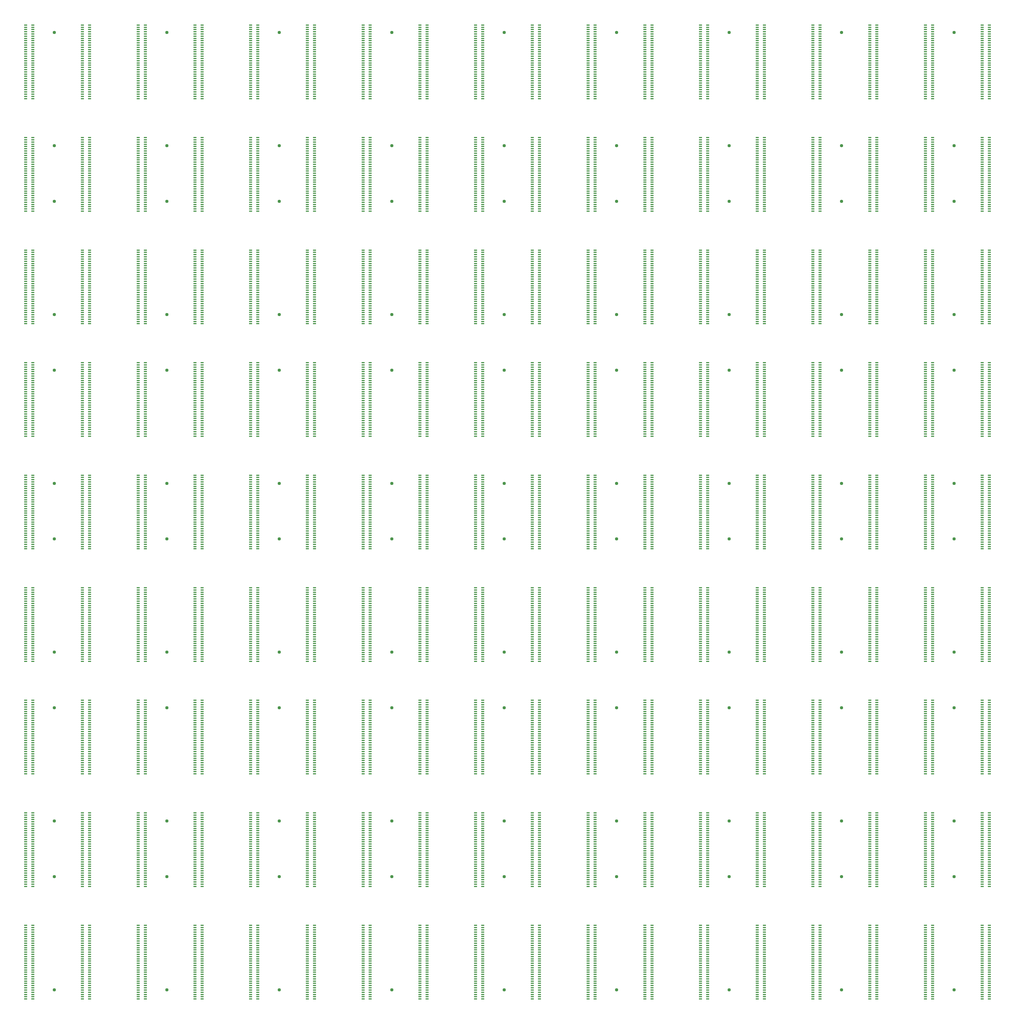
<source format=gbr>
%TF.GenerationSoftware,KiCad,Pcbnew,(5.1.9-0-10_14)*%
%TF.CreationDate,2021-05-26T15:42:51-04:00*%
%TF.ProjectId,backplane,6261636b-706c-4616-9e65-2e6b69636164,rev?*%
%TF.SameCoordinates,Original*%
%TF.FileFunction,Soldermask,Top*%
%TF.FilePolarity,Negative*%
%FSLAX46Y46*%
G04 Gerber Fmt 4.6, Leading zero omitted, Abs format (unit mm)*
G04 Created by KiCad (PCBNEW (5.1.9-0-10_14)) date 2021-05-26 15:42:51*
%MOMM*%
%LPD*%
G01*
G04 APERTURE LIST*
%ADD10R,1.370000X0.610000*%
%ADD11C,1.450000*%
G04 APERTURE END LIST*
D10*
%TO.C,J401*%
X537135500Y-193490000D03*
X540337500Y-193490000D03*
X537135500Y-192490000D03*
X540337500Y-192490000D03*
X537135500Y-191490000D03*
X540337500Y-191490000D03*
X537135500Y-190490000D03*
X540337500Y-190490000D03*
X537135500Y-189490000D03*
X540337500Y-189490000D03*
X537135500Y-188490000D03*
X540337500Y-188490000D03*
X537135500Y-187490000D03*
X540337500Y-187490000D03*
X537135500Y-186490000D03*
X540337500Y-186490000D03*
X537135500Y-185490000D03*
X540337500Y-185490000D03*
X537135500Y-184490000D03*
X540337500Y-184490000D03*
X537135500Y-183490000D03*
X540337500Y-183490000D03*
X537135500Y-182490000D03*
X540337500Y-182490000D03*
X537135500Y-181490000D03*
X540337500Y-181490000D03*
X537135500Y-180490000D03*
X540337500Y-180490000D03*
X537135500Y-179490000D03*
X540337500Y-179490000D03*
X537135500Y-178490000D03*
X540337500Y-178490000D03*
X537135500Y-177490000D03*
X540337500Y-177490000D03*
X537135500Y-176490000D03*
X540337500Y-176490000D03*
X537135500Y-175490000D03*
X540337500Y-175490000D03*
X537135500Y-174490000D03*
X540337500Y-174490000D03*
X537135500Y-173490000D03*
X540337500Y-173490000D03*
X537135500Y-172490000D03*
X540337500Y-172490000D03*
X537135500Y-171490000D03*
X540337500Y-171490000D03*
X537135500Y-170490000D03*
X540337500Y-170490000D03*
X537135500Y-169490000D03*
X540337500Y-169490000D03*
X537135500Y-168490000D03*
X540337500Y-168490000D03*
X537135500Y-167490000D03*
X540337500Y-167490000D03*
X537135500Y-166490000D03*
X540337500Y-166490000D03*
X537135500Y-165490000D03*
X540337500Y-165490000D03*
X537135500Y-164490000D03*
X540337500Y-164490000D03*
X537135500Y-163490000D03*
X540337500Y-163490000D03*
X537135500Y-162490000D03*
X540337500Y-162490000D03*
X537135500Y-161490000D03*
X540337500Y-161490000D03*
X537135500Y-160490000D03*
X540337500Y-160490000D03*
%TD*%
%TO.C,J303*%
X562635500Y-142990000D03*
X565837500Y-142990000D03*
X562635500Y-141990000D03*
X565837500Y-141990000D03*
X562635500Y-140990000D03*
X565837500Y-140990000D03*
X562635500Y-139990000D03*
X565837500Y-139990000D03*
X562635500Y-138990000D03*
X565837500Y-138990000D03*
X562635500Y-137990000D03*
X565837500Y-137990000D03*
X562635500Y-136990000D03*
X565837500Y-136990000D03*
X562635500Y-135990000D03*
X565837500Y-135990000D03*
X562635500Y-134990000D03*
X565837500Y-134990000D03*
X562635500Y-133990000D03*
X565837500Y-133990000D03*
X562635500Y-132990000D03*
X565837500Y-132990000D03*
X562635500Y-131990000D03*
X565837500Y-131990000D03*
X562635500Y-130990000D03*
X565837500Y-130990000D03*
X562635500Y-129990000D03*
X565837500Y-129990000D03*
X562635500Y-128990000D03*
X565837500Y-128990000D03*
X562635500Y-127990000D03*
X565837500Y-127990000D03*
X562635500Y-126990000D03*
X565837500Y-126990000D03*
X562635500Y-125990000D03*
X565837500Y-125990000D03*
X562635500Y-124990000D03*
X565837500Y-124990000D03*
X562635500Y-123990000D03*
X565837500Y-123990000D03*
X562635500Y-122990000D03*
X565837500Y-122990000D03*
X562635500Y-121990000D03*
X565837500Y-121990000D03*
X562635500Y-120990000D03*
X565837500Y-120990000D03*
X562635500Y-119990000D03*
X565837500Y-119990000D03*
X562635500Y-118990000D03*
X565837500Y-118990000D03*
X562635500Y-117990000D03*
X565837500Y-117990000D03*
X562635500Y-116990000D03*
X565837500Y-116990000D03*
X562635500Y-115990000D03*
X565837500Y-115990000D03*
X562635500Y-114990000D03*
X565837500Y-114990000D03*
X562635500Y-113990000D03*
X565837500Y-113990000D03*
X562635500Y-112990000D03*
X565837500Y-112990000D03*
X562635500Y-111990000D03*
X565837500Y-111990000D03*
X562635500Y-110990000D03*
X565837500Y-110990000D03*
X562635500Y-109990000D03*
X565837500Y-109990000D03*
%TD*%
%TO.C,J301*%
X540337500Y-109990000D03*
X537135500Y-109990000D03*
X540337500Y-110990000D03*
X537135500Y-110990000D03*
X540337500Y-111990000D03*
X537135500Y-111990000D03*
X540337500Y-112990000D03*
X537135500Y-112990000D03*
X540337500Y-113990000D03*
X537135500Y-113990000D03*
X540337500Y-114990000D03*
X537135500Y-114990000D03*
X540337500Y-115990000D03*
X537135500Y-115990000D03*
X540337500Y-116990000D03*
X537135500Y-116990000D03*
X540337500Y-117990000D03*
X537135500Y-117990000D03*
X540337500Y-118990000D03*
X537135500Y-118990000D03*
X540337500Y-119990000D03*
X537135500Y-119990000D03*
X540337500Y-120990000D03*
X537135500Y-120990000D03*
X540337500Y-121990000D03*
X537135500Y-121990000D03*
X540337500Y-122990000D03*
X537135500Y-122990000D03*
X540337500Y-123990000D03*
X537135500Y-123990000D03*
X540337500Y-124990000D03*
X537135500Y-124990000D03*
X540337500Y-125990000D03*
X537135500Y-125990000D03*
X540337500Y-126990000D03*
X537135500Y-126990000D03*
X540337500Y-127990000D03*
X537135500Y-127990000D03*
X540337500Y-128990000D03*
X537135500Y-128990000D03*
X540337500Y-129990000D03*
X537135500Y-129990000D03*
X540337500Y-130990000D03*
X537135500Y-130990000D03*
X540337500Y-131990000D03*
X537135500Y-131990000D03*
X540337500Y-132990000D03*
X537135500Y-132990000D03*
X540337500Y-133990000D03*
X537135500Y-133990000D03*
X540337500Y-134990000D03*
X537135500Y-134990000D03*
X540337500Y-135990000D03*
X537135500Y-135990000D03*
X540337500Y-136990000D03*
X537135500Y-136990000D03*
X540337500Y-137990000D03*
X537135500Y-137990000D03*
X540337500Y-138990000D03*
X537135500Y-138990000D03*
X540337500Y-139990000D03*
X537135500Y-139990000D03*
X540337500Y-140990000D03*
X537135500Y-140990000D03*
X540337500Y-141990000D03*
X537135500Y-141990000D03*
X540337500Y-142990000D03*
X537135500Y-142990000D03*
%TD*%
%TO.C,J203*%
X562635500Y-92490000D03*
X565837500Y-92490000D03*
X562635500Y-91490000D03*
X565837500Y-91490000D03*
X562635500Y-90490000D03*
X565837500Y-90490000D03*
X562635500Y-89490000D03*
X565837500Y-89490000D03*
X562635500Y-88490000D03*
X565837500Y-88490000D03*
X562635500Y-87490000D03*
X565837500Y-87490000D03*
X562635500Y-86490000D03*
X565837500Y-86490000D03*
X562635500Y-85490000D03*
X565837500Y-85490000D03*
X562635500Y-84490000D03*
X565837500Y-84490000D03*
X562635500Y-83490000D03*
X565837500Y-83490000D03*
X562635500Y-82490000D03*
X565837500Y-82490000D03*
X562635500Y-81490000D03*
X565837500Y-81490000D03*
X562635500Y-80490000D03*
X565837500Y-80490000D03*
X562635500Y-79490000D03*
X565837500Y-79490000D03*
X562635500Y-78490000D03*
X565837500Y-78490000D03*
X562635500Y-77490000D03*
X565837500Y-77490000D03*
X562635500Y-76490000D03*
X565837500Y-76490000D03*
X562635500Y-75490000D03*
X565837500Y-75490000D03*
X562635500Y-74490000D03*
X565837500Y-74490000D03*
X562635500Y-73490000D03*
X565837500Y-73490000D03*
X562635500Y-72490000D03*
X565837500Y-72490000D03*
X562635500Y-71490000D03*
X565837500Y-71490000D03*
X562635500Y-70490000D03*
X565837500Y-70490000D03*
X562635500Y-69490000D03*
X565837500Y-69490000D03*
X562635500Y-68490000D03*
X565837500Y-68490000D03*
X562635500Y-67490000D03*
X565837500Y-67490000D03*
X562635500Y-66490000D03*
X565837500Y-66490000D03*
X562635500Y-65490000D03*
X565837500Y-65490000D03*
X562635500Y-64490000D03*
X565837500Y-64490000D03*
X562635500Y-63490000D03*
X565837500Y-63490000D03*
X562635500Y-62490000D03*
X565837500Y-62490000D03*
X562635500Y-61490000D03*
X565837500Y-61490000D03*
X562635500Y-60490000D03*
X565837500Y-60490000D03*
X562635500Y-59490000D03*
X565837500Y-59490000D03*
%TD*%
%TO.C,J201*%
X540337500Y-59490000D03*
X537135500Y-59490000D03*
X540337500Y-60490000D03*
X537135500Y-60490000D03*
X540337500Y-61490000D03*
X537135500Y-61490000D03*
X540337500Y-62490000D03*
X537135500Y-62490000D03*
X540337500Y-63490000D03*
X537135500Y-63490000D03*
X540337500Y-64490000D03*
X537135500Y-64490000D03*
X540337500Y-65490000D03*
X537135500Y-65490000D03*
X540337500Y-66490000D03*
X537135500Y-66490000D03*
X540337500Y-67490000D03*
X537135500Y-67490000D03*
X540337500Y-68490000D03*
X537135500Y-68490000D03*
X540337500Y-69490000D03*
X537135500Y-69490000D03*
X540337500Y-70490000D03*
X537135500Y-70490000D03*
X540337500Y-71490000D03*
X537135500Y-71490000D03*
X540337500Y-72490000D03*
X537135500Y-72490000D03*
X540337500Y-73490000D03*
X537135500Y-73490000D03*
X540337500Y-74490000D03*
X537135500Y-74490000D03*
X540337500Y-75490000D03*
X537135500Y-75490000D03*
X540337500Y-76490000D03*
X537135500Y-76490000D03*
X540337500Y-77490000D03*
X537135500Y-77490000D03*
X540337500Y-78490000D03*
X537135500Y-78490000D03*
X540337500Y-79490000D03*
X537135500Y-79490000D03*
X540337500Y-80490000D03*
X537135500Y-80490000D03*
X540337500Y-81490000D03*
X537135500Y-81490000D03*
X540337500Y-82490000D03*
X537135500Y-82490000D03*
X540337500Y-83490000D03*
X537135500Y-83490000D03*
X540337500Y-84490000D03*
X537135500Y-84490000D03*
X540337500Y-85490000D03*
X537135500Y-85490000D03*
X540337500Y-86490000D03*
X537135500Y-86490000D03*
X540337500Y-87490000D03*
X537135500Y-87490000D03*
X540337500Y-88490000D03*
X537135500Y-88490000D03*
X540337500Y-89490000D03*
X537135500Y-89490000D03*
X540337500Y-90490000D03*
X537135500Y-90490000D03*
X540337500Y-91490000D03*
X537135500Y-91490000D03*
X540337500Y-92490000D03*
X537135500Y-92490000D03*
%TD*%
%TO.C,J103*%
X565837500Y-8990000D03*
X562635500Y-8990000D03*
X565837500Y-9990000D03*
X562635500Y-9990000D03*
X565837500Y-10990000D03*
X562635500Y-10990000D03*
X565837500Y-11990000D03*
X562635500Y-11990000D03*
X565837500Y-12990000D03*
X562635500Y-12990000D03*
X565837500Y-13990000D03*
X562635500Y-13990000D03*
X565837500Y-14990000D03*
X562635500Y-14990000D03*
X565837500Y-15990000D03*
X562635500Y-15990000D03*
X565837500Y-16990000D03*
X562635500Y-16990000D03*
X565837500Y-17990000D03*
X562635500Y-17990000D03*
X565837500Y-18990000D03*
X562635500Y-18990000D03*
X565837500Y-19990000D03*
X562635500Y-19990000D03*
X565837500Y-20990000D03*
X562635500Y-20990000D03*
X565837500Y-21990000D03*
X562635500Y-21990000D03*
X565837500Y-22990000D03*
X562635500Y-22990000D03*
X565837500Y-23990000D03*
X562635500Y-23990000D03*
X565837500Y-24990000D03*
X562635500Y-24990000D03*
X565837500Y-25990000D03*
X562635500Y-25990000D03*
X565837500Y-26990000D03*
X562635500Y-26990000D03*
X565837500Y-27990000D03*
X562635500Y-27990000D03*
X565837500Y-28990000D03*
X562635500Y-28990000D03*
X565837500Y-29990000D03*
X562635500Y-29990000D03*
X565837500Y-30990000D03*
X562635500Y-30990000D03*
X565837500Y-31990000D03*
X562635500Y-31990000D03*
X565837500Y-32990000D03*
X562635500Y-32990000D03*
X565837500Y-33990000D03*
X562635500Y-33990000D03*
X565837500Y-34990000D03*
X562635500Y-34990000D03*
X565837500Y-35990000D03*
X562635500Y-35990000D03*
X565837500Y-36990000D03*
X562635500Y-36990000D03*
X565837500Y-37990000D03*
X562635500Y-37990000D03*
X565837500Y-38990000D03*
X562635500Y-38990000D03*
X565837500Y-39990000D03*
X562635500Y-39990000D03*
X565837500Y-40990000D03*
X562635500Y-40990000D03*
X565837500Y-41990000D03*
X562635500Y-41990000D03*
%TD*%
D11*
%TO.C,J102*%
X550000000Y-12350000D03*
X550000000Y-63150000D03*
%TD*%
D10*
%TO.C,J703*%
X565837500Y-311990000D03*
X562635500Y-311990000D03*
X565837500Y-312990000D03*
X562635500Y-312990000D03*
X565837500Y-313990000D03*
X562635500Y-313990000D03*
X565837500Y-314990000D03*
X562635500Y-314990000D03*
X565837500Y-315990000D03*
X562635500Y-315990000D03*
X565837500Y-316990000D03*
X562635500Y-316990000D03*
X565837500Y-317990000D03*
X562635500Y-317990000D03*
X565837500Y-318990000D03*
X562635500Y-318990000D03*
X565837500Y-319990000D03*
X562635500Y-319990000D03*
X565837500Y-320990000D03*
X562635500Y-320990000D03*
X565837500Y-321990000D03*
X562635500Y-321990000D03*
X565837500Y-322990000D03*
X562635500Y-322990000D03*
X565837500Y-323990000D03*
X562635500Y-323990000D03*
X565837500Y-324990000D03*
X562635500Y-324990000D03*
X565837500Y-325990000D03*
X562635500Y-325990000D03*
X565837500Y-326990000D03*
X562635500Y-326990000D03*
X565837500Y-327990000D03*
X562635500Y-327990000D03*
X565837500Y-328990000D03*
X562635500Y-328990000D03*
X565837500Y-329990000D03*
X562635500Y-329990000D03*
X565837500Y-330990000D03*
X562635500Y-330990000D03*
X565837500Y-331990000D03*
X562635500Y-331990000D03*
X565837500Y-332990000D03*
X562635500Y-332990000D03*
X565837500Y-333990000D03*
X562635500Y-333990000D03*
X565837500Y-334990000D03*
X562635500Y-334990000D03*
X565837500Y-335990000D03*
X562635500Y-335990000D03*
X565837500Y-336990000D03*
X562635500Y-336990000D03*
X565837500Y-337990000D03*
X562635500Y-337990000D03*
X565837500Y-338990000D03*
X562635500Y-338990000D03*
X565837500Y-339990000D03*
X562635500Y-339990000D03*
X565837500Y-340990000D03*
X562635500Y-340990000D03*
X565837500Y-341990000D03*
X562635500Y-341990000D03*
X565837500Y-342990000D03*
X562635500Y-342990000D03*
X565837500Y-343990000D03*
X562635500Y-343990000D03*
X565837500Y-344990000D03*
X562635500Y-344990000D03*
%TD*%
D11*
%TO.C,J402*%
X550000000Y-163850000D03*
X550000000Y-214650000D03*
%TD*%
%TO.C,J602*%
X550000000Y-290400000D03*
X550000000Y-239600000D03*
%TD*%
D10*
%TO.C,J101*%
X537135500Y-41990000D03*
X540337500Y-41990000D03*
X537135500Y-40990000D03*
X540337500Y-40990000D03*
X537135500Y-39990000D03*
X540337500Y-39990000D03*
X537135500Y-38990000D03*
X540337500Y-38990000D03*
X537135500Y-37990000D03*
X540337500Y-37990000D03*
X537135500Y-36990000D03*
X540337500Y-36990000D03*
X537135500Y-35990000D03*
X540337500Y-35990000D03*
X537135500Y-34990000D03*
X540337500Y-34990000D03*
X537135500Y-33990000D03*
X540337500Y-33990000D03*
X537135500Y-32990000D03*
X540337500Y-32990000D03*
X537135500Y-31990000D03*
X540337500Y-31990000D03*
X537135500Y-30990000D03*
X540337500Y-30990000D03*
X537135500Y-29990000D03*
X540337500Y-29990000D03*
X537135500Y-28990000D03*
X540337500Y-28990000D03*
X537135500Y-27990000D03*
X540337500Y-27990000D03*
X537135500Y-26990000D03*
X540337500Y-26990000D03*
X537135500Y-25990000D03*
X540337500Y-25990000D03*
X537135500Y-24990000D03*
X540337500Y-24990000D03*
X537135500Y-23990000D03*
X540337500Y-23990000D03*
X537135500Y-22990000D03*
X540337500Y-22990000D03*
X537135500Y-21990000D03*
X540337500Y-21990000D03*
X537135500Y-20990000D03*
X540337500Y-20990000D03*
X537135500Y-19990000D03*
X540337500Y-19990000D03*
X537135500Y-18990000D03*
X540337500Y-18990000D03*
X537135500Y-17990000D03*
X540337500Y-17990000D03*
X537135500Y-16990000D03*
X540337500Y-16990000D03*
X537135500Y-15990000D03*
X540337500Y-15990000D03*
X537135500Y-14990000D03*
X540337500Y-14990000D03*
X537135500Y-13990000D03*
X540337500Y-13990000D03*
X537135500Y-12990000D03*
X540337500Y-12990000D03*
X537135500Y-11990000D03*
X540337500Y-11990000D03*
X537135500Y-10990000D03*
X540337500Y-10990000D03*
X537135500Y-9990000D03*
X540337500Y-9990000D03*
X537135500Y-8990000D03*
X540337500Y-8990000D03*
%TD*%
D11*
%TO.C,J302*%
X550000000Y-138900000D03*
X550000000Y-88100000D03*
%TD*%
D10*
%TO.C,J903*%
X562635500Y-445990000D03*
X565837500Y-445990000D03*
X562635500Y-444990000D03*
X565837500Y-444990000D03*
X562635500Y-443990000D03*
X565837500Y-443990000D03*
X562635500Y-442990000D03*
X565837500Y-442990000D03*
X562635500Y-441990000D03*
X565837500Y-441990000D03*
X562635500Y-440990000D03*
X565837500Y-440990000D03*
X562635500Y-439990000D03*
X565837500Y-439990000D03*
X562635500Y-438990000D03*
X565837500Y-438990000D03*
X562635500Y-437990000D03*
X565837500Y-437990000D03*
X562635500Y-436990000D03*
X565837500Y-436990000D03*
X562635500Y-435990000D03*
X565837500Y-435990000D03*
X562635500Y-434990000D03*
X565837500Y-434990000D03*
X562635500Y-433990000D03*
X565837500Y-433990000D03*
X562635500Y-432990000D03*
X565837500Y-432990000D03*
X562635500Y-431990000D03*
X565837500Y-431990000D03*
X562635500Y-430990000D03*
X565837500Y-430990000D03*
X562635500Y-429990000D03*
X565837500Y-429990000D03*
X562635500Y-428990000D03*
X565837500Y-428990000D03*
X562635500Y-427990000D03*
X565837500Y-427990000D03*
X562635500Y-426990000D03*
X565837500Y-426990000D03*
X562635500Y-425990000D03*
X565837500Y-425990000D03*
X562635500Y-424990000D03*
X565837500Y-424990000D03*
X562635500Y-423990000D03*
X565837500Y-423990000D03*
X562635500Y-422990000D03*
X565837500Y-422990000D03*
X562635500Y-421990000D03*
X565837500Y-421990000D03*
X562635500Y-420990000D03*
X565837500Y-420990000D03*
X562635500Y-419990000D03*
X565837500Y-419990000D03*
X562635500Y-418990000D03*
X565837500Y-418990000D03*
X562635500Y-417990000D03*
X565837500Y-417990000D03*
X562635500Y-416990000D03*
X565837500Y-416990000D03*
X562635500Y-415990000D03*
X565837500Y-415990000D03*
X562635500Y-414990000D03*
X565837500Y-414990000D03*
X562635500Y-413990000D03*
X565837500Y-413990000D03*
X562635500Y-412990000D03*
X565837500Y-412990000D03*
%TD*%
%TO.C,J403*%
X565837500Y-160490000D03*
X562635500Y-160490000D03*
X565837500Y-161490000D03*
X562635500Y-161490000D03*
X565837500Y-162490000D03*
X562635500Y-162490000D03*
X565837500Y-163490000D03*
X562635500Y-163490000D03*
X565837500Y-164490000D03*
X562635500Y-164490000D03*
X565837500Y-165490000D03*
X562635500Y-165490000D03*
X565837500Y-166490000D03*
X562635500Y-166490000D03*
X565837500Y-167490000D03*
X562635500Y-167490000D03*
X565837500Y-168490000D03*
X562635500Y-168490000D03*
X565837500Y-169490000D03*
X562635500Y-169490000D03*
X565837500Y-170490000D03*
X562635500Y-170490000D03*
X565837500Y-171490000D03*
X562635500Y-171490000D03*
X565837500Y-172490000D03*
X562635500Y-172490000D03*
X565837500Y-173490000D03*
X562635500Y-173490000D03*
X565837500Y-174490000D03*
X562635500Y-174490000D03*
X565837500Y-175490000D03*
X562635500Y-175490000D03*
X565837500Y-176490000D03*
X562635500Y-176490000D03*
X565837500Y-177490000D03*
X562635500Y-177490000D03*
X565837500Y-178490000D03*
X562635500Y-178490000D03*
X565837500Y-179490000D03*
X562635500Y-179490000D03*
X565837500Y-180490000D03*
X562635500Y-180490000D03*
X565837500Y-181490000D03*
X562635500Y-181490000D03*
X565837500Y-182490000D03*
X562635500Y-182490000D03*
X565837500Y-183490000D03*
X562635500Y-183490000D03*
X565837500Y-184490000D03*
X562635500Y-184490000D03*
X565837500Y-185490000D03*
X562635500Y-185490000D03*
X565837500Y-186490000D03*
X562635500Y-186490000D03*
X565837500Y-187490000D03*
X562635500Y-187490000D03*
X565837500Y-188490000D03*
X562635500Y-188490000D03*
X565837500Y-189490000D03*
X562635500Y-189490000D03*
X565837500Y-190490000D03*
X562635500Y-190490000D03*
X565837500Y-191490000D03*
X562635500Y-191490000D03*
X565837500Y-192490000D03*
X562635500Y-192490000D03*
X565837500Y-193490000D03*
X562635500Y-193490000D03*
%TD*%
%TO.C,J701*%
X537135500Y-344990000D03*
X540337500Y-344990000D03*
X537135500Y-343990000D03*
X540337500Y-343990000D03*
X537135500Y-342990000D03*
X540337500Y-342990000D03*
X537135500Y-341990000D03*
X540337500Y-341990000D03*
X537135500Y-340990000D03*
X540337500Y-340990000D03*
X537135500Y-339990000D03*
X540337500Y-339990000D03*
X537135500Y-338990000D03*
X540337500Y-338990000D03*
X537135500Y-337990000D03*
X540337500Y-337990000D03*
X537135500Y-336990000D03*
X540337500Y-336990000D03*
X537135500Y-335990000D03*
X540337500Y-335990000D03*
X537135500Y-334990000D03*
X540337500Y-334990000D03*
X537135500Y-333990000D03*
X540337500Y-333990000D03*
X537135500Y-332990000D03*
X540337500Y-332990000D03*
X537135500Y-331990000D03*
X540337500Y-331990000D03*
X537135500Y-330990000D03*
X540337500Y-330990000D03*
X537135500Y-329990000D03*
X540337500Y-329990000D03*
X537135500Y-328990000D03*
X540337500Y-328990000D03*
X537135500Y-327990000D03*
X540337500Y-327990000D03*
X537135500Y-326990000D03*
X540337500Y-326990000D03*
X537135500Y-325990000D03*
X540337500Y-325990000D03*
X537135500Y-324990000D03*
X540337500Y-324990000D03*
X537135500Y-323990000D03*
X540337500Y-323990000D03*
X537135500Y-322990000D03*
X540337500Y-322990000D03*
X537135500Y-321990000D03*
X540337500Y-321990000D03*
X537135500Y-320990000D03*
X540337500Y-320990000D03*
X537135500Y-319990000D03*
X540337500Y-319990000D03*
X537135500Y-318990000D03*
X540337500Y-318990000D03*
X537135500Y-317990000D03*
X540337500Y-317990000D03*
X537135500Y-316990000D03*
X540337500Y-316990000D03*
X537135500Y-315990000D03*
X540337500Y-315990000D03*
X537135500Y-314990000D03*
X540337500Y-314990000D03*
X537135500Y-313990000D03*
X540337500Y-313990000D03*
X537135500Y-312990000D03*
X540337500Y-312990000D03*
X537135500Y-311990000D03*
X540337500Y-311990000D03*
%TD*%
%TO.C,J901*%
X540337500Y-412990000D03*
X537135500Y-412990000D03*
X540337500Y-413990000D03*
X537135500Y-413990000D03*
X540337500Y-414990000D03*
X537135500Y-414990000D03*
X540337500Y-415990000D03*
X537135500Y-415990000D03*
X540337500Y-416990000D03*
X537135500Y-416990000D03*
X540337500Y-417990000D03*
X537135500Y-417990000D03*
X540337500Y-418990000D03*
X537135500Y-418990000D03*
X540337500Y-419990000D03*
X537135500Y-419990000D03*
X540337500Y-420990000D03*
X537135500Y-420990000D03*
X540337500Y-421990000D03*
X537135500Y-421990000D03*
X540337500Y-422990000D03*
X537135500Y-422990000D03*
X540337500Y-423990000D03*
X537135500Y-423990000D03*
X540337500Y-424990000D03*
X537135500Y-424990000D03*
X540337500Y-425990000D03*
X537135500Y-425990000D03*
X540337500Y-426990000D03*
X537135500Y-426990000D03*
X540337500Y-427990000D03*
X537135500Y-427990000D03*
X540337500Y-428990000D03*
X537135500Y-428990000D03*
X540337500Y-429990000D03*
X537135500Y-429990000D03*
X540337500Y-430990000D03*
X537135500Y-430990000D03*
X540337500Y-431990000D03*
X537135500Y-431990000D03*
X540337500Y-432990000D03*
X537135500Y-432990000D03*
X540337500Y-433990000D03*
X537135500Y-433990000D03*
X540337500Y-434990000D03*
X537135500Y-434990000D03*
X540337500Y-435990000D03*
X537135500Y-435990000D03*
X540337500Y-436990000D03*
X537135500Y-436990000D03*
X540337500Y-437990000D03*
X537135500Y-437990000D03*
X540337500Y-438990000D03*
X537135500Y-438990000D03*
X540337500Y-439990000D03*
X537135500Y-439990000D03*
X540337500Y-440990000D03*
X537135500Y-440990000D03*
X540337500Y-441990000D03*
X537135500Y-441990000D03*
X540337500Y-442990000D03*
X537135500Y-442990000D03*
X540337500Y-443990000D03*
X537135500Y-443990000D03*
X540337500Y-444990000D03*
X537135500Y-444990000D03*
X540337500Y-445990000D03*
X537135500Y-445990000D03*
%TD*%
%TO.C,J803*%
X562635500Y-395490000D03*
X565837500Y-395490000D03*
X562635500Y-394490000D03*
X565837500Y-394490000D03*
X562635500Y-393490000D03*
X565837500Y-393490000D03*
X562635500Y-392490000D03*
X565837500Y-392490000D03*
X562635500Y-391490000D03*
X565837500Y-391490000D03*
X562635500Y-390490000D03*
X565837500Y-390490000D03*
X562635500Y-389490000D03*
X565837500Y-389490000D03*
X562635500Y-388490000D03*
X565837500Y-388490000D03*
X562635500Y-387490000D03*
X565837500Y-387490000D03*
X562635500Y-386490000D03*
X565837500Y-386490000D03*
X562635500Y-385490000D03*
X565837500Y-385490000D03*
X562635500Y-384490000D03*
X565837500Y-384490000D03*
X562635500Y-383490000D03*
X565837500Y-383490000D03*
X562635500Y-382490000D03*
X565837500Y-382490000D03*
X562635500Y-381490000D03*
X565837500Y-381490000D03*
X562635500Y-380490000D03*
X565837500Y-380490000D03*
X562635500Y-379490000D03*
X565837500Y-379490000D03*
X562635500Y-378490000D03*
X565837500Y-378490000D03*
X562635500Y-377490000D03*
X565837500Y-377490000D03*
X562635500Y-376490000D03*
X565837500Y-376490000D03*
X562635500Y-375490000D03*
X565837500Y-375490000D03*
X562635500Y-374490000D03*
X565837500Y-374490000D03*
X562635500Y-373490000D03*
X565837500Y-373490000D03*
X562635500Y-372490000D03*
X565837500Y-372490000D03*
X562635500Y-371490000D03*
X565837500Y-371490000D03*
X562635500Y-370490000D03*
X565837500Y-370490000D03*
X562635500Y-369490000D03*
X565837500Y-369490000D03*
X562635500Y-368490000D03*
X565837500Y-368490000D03*
X562635500Y-367490000D03*
X565837500Y-367490000D03*
X562635500Y-366490000D03*
X565837500Y-366490000D03*
X562635500Y-365490000D03*
X565837500Y-365490000D03*
X562635500Y-364490000D03*
X565837500Y-364490000D03*
X562635500Y-363490000D03*
X565837500Y-363490000D03*
X562635500Y-362490000D03*
X565837500Y-362490000D03*
%TD*%
%TO.C,J801*%
X540337500Y-362490000D03*
X537135500Y-362490000D03*
X540337500Y-363490000D03*
X537135500Y-363490000D03*
X540337500Y-364490000D03*
X537135500Y-364490000D03*
X540337500Y-365490000D03*
X537135500Y-365490000D03*
X540337500Y-366490000D03*
X537135500Y-366490000D03*
X540337500Y-367490000D03*
X537135500Y-367490000D03*
X540337500Y-368490000D03*
X537135500Y-368490000D03*
X540337500Y-369490000D03*
X537135500Y-369490000D03*
X540337500Y-370490000D03*
X537135500Y-370490000D03*
X540337500Y-371490000D03*
X537135500Y-371490000D03*
X540337500Y-372490000D03*
X537135500Y-372490000D03*
X540337500Y-373490000D03*
X537135500Y-373490000D03*
X540337500Y-374490000D03*
X537135500Y-374490000D03*
X540337500Y-375490000D03*
X537135500Y-375490000D03*
X540337500Y-376490000D03*
X537135500Y-376490000D03*
X540337500Y-377490000D03*
X537135500Y-377490000D03*
X540337500Y-378490000D03*
X537135500Y-378490000D03*
X540337500Y-379490000D03*
X537135500Y-379490000D03*
X540337500Y-380490000D03*
X537135500Y-380490000D03*
X540337500Y-381490000D03*
X537135500Y-381490000D03*
X540337500Y-382490000D03*
X537135500Y-382490000D03*
X540337500Y-383490000D03*
X537135500Y-383490000D03*
X540337500Y-384490000D03*
X537135500Y-384490000D03*
X540337500Y-385490000D03*
X537135500Y-385490000D03*
X540337500Y-386490000D03*
X537135500Y-386490000D03*
X540337500Y-387490000D03*
X537135500Y-387490000D03*
X540337500Y-388490000D03*
X537135500Y-388490000D03*
X540337500Y-389490000D03*
X537135500Y-389490000D03*
X540337500Y-390490000D03*
X537135500Y-390490000D03*
X540337500Y-391490000D03*
X537135500Y-391490000D03*
X540337500Y-392490000D03*
X537135500Y-392490000D03*
X540337500Y-393490000D03*
X537135500Y-393490000D03*
X540337500Y-394490000D03*
X537135500Y-394490000D03*
X540337500Y-395490000D03*
X537135500Y-395490000D03*
%TD*%
D11*
%TO.C,J1*%
X550000000Y-315350000D03*
X550000000Y-366150000D03*
%TD*%
D10*
%TO.C,J601*%
X540337500Y-261490000D03*
X537135500Y-261490000D03*
X540337500Y-262490000D03*
X537135500Y-262490000D03*
X540337500Y-263490000D03*
X537135500Y-263490000D03*
X540337500Y-264490000D03*
X537135500Y-264490000D03*
X540337500Y-265490000D03*
X537135500Y-265490000D03*
X540337500Y-266490000D03*
X537135500Y-266490000D03*
X540337500Y-267490000D03*
X537135500Y-267490000D03*
X540337500Y-268490000D03*
X537135500Y-268490000D03*
X540337500Y-269490000D03*
X537135500Y-269490000D03*
X540337500Y-270490000D03*
X537135500Y-270490000D03*
X540337500Y-271490000D03*
X537135500Y-271490000D03*
X540337500Y-272490000D03*
X537135500Y-272490000D03*
X540337500Y-273490000D03*
X537135500Y-273490000D03*
X540337500Y-274490000D03*
X537135500Y-274490000D03*
X540337500Y-275490000D03*
X537135500Y-275490000D03*
X540337500Y-276490000D03*
X537135500Y-276490000D03*
X540337500Y-277490000D03*
X537135500Y-277490000D03*
X540337500Y-278490000D03*
X537135500Y-278490000D03*
X540337500Y-279490000D03*
X537135500Y-279490000D03*
X540337500Y-280490000D03*
X537135500Y-280490000D03*
X540337500Y-281490000D03*
X537135500Y-281490000D03*
X540337500Y-282490000D03*
X537135500Y-282490000D03*
X540337500Y-283490000D03*
X537135500Y-283490000D03*
X540337500Y-284490000D03*
X537135500Y-284490000D03*
X540337500Y-285490000D03*
X537135500Y-285490000D03*
X540337500Y-286490000D03*
X537135500Y-286490000D03*
X540337500Y-287490000D03*
X537135500Y-287490000D03*
X540337500Y-288490000D03*
X537135500Y-288490000D03*
X540337500Y-289490000D03*
X537135500Y-289490000D03*
X540337500Y-290490000D03*
X537135500Y-290490000D03*
X540337500Y-291490000D03*
X537135500Y-291490000D03*
X540337500Y-292490000D03*
X537135500Y-292490000D03*
X540337500Y-293490000D03*
X537135500Y-293490000D03*
X540337500Y-294490000D03*
X537135500Y-294490000D03*
%TD*%
%TO.C,J503*%
X562635500Y-243990000D03*
X565837500Y-243990000D03*
X562635500Y-242990000D03*
X565837500Y-242990000D03*
X562635500Y-241990000D03*
X565837500Y-241990000D03*
X562635500Y-240990000D03*
X565837500Y-240990000D03*
X562635500Y-239990000D03*
X565837500Y-239990000D03*
X562635500Y-238990000D03*
X565837500Y-238990000D03*
X562635500Y-237990000D03*
X565837500Y-237990000D03*
X562635500Y-236990000D03*
X565837500Y-236990000D03*
X562635500Y-235990000D03*
X565837500Y-235990000D03*
X562635500Y-234990000D03*
X565837500Y-234990000D03*
X562635500Y-233990000D03*
X565837500Y-233990000D03*
X562635500Y-232990000D03*
X565837500Y-232990000D03*
X562635500Y-231990000D03*
X565837500Y-231990000D03*
X562635500Y-230990000D03*
X565837500Y-230990000D03*
X562635500Y-229990000D03*
X565837500Y-229990000D03*
X562635500Y-228990000D03*
X565837500Y-228990000D03*
X562635500Y-227990000D03*
X565837500Y-227990000D03*
X562635500Y-226990000D03*
X565837500Y-226990000D03*
X562635500Y-225990000D03*
X565837500Y-225990000D03*
X562635500Y-224990000D03*
X565837500Y-224990000D03*
X562635500Y-223990000D03*
X565837500Y-223990000D03*
X562635500Y-222990000D03*
X565837500Y-222990000D03*
X562635500Y-221990000D03*
X565837500Y-221990000D03*
X562635500Y-220990000D03*
X565837500Y-220990000D03*
X562635500Y-219990000D03*
X565837500Y-219990000D03*
X562635500Y-218990000D03*
X565837500Y-218990000D03*
X562635500Y-217990000D03*
X565837500Y-217990000D03*
X562635500Y-216990000D03*
X565837500Y-216990000D03*
X562635500Y-215990000D03*
X565837500Y-215990000D03*
X562635500Y-214990000D03*
X565837500Y-214990000D03*
X562635500Y-213990000D03*
X565837500Y-213990000D03*
X562635500Y-212990000D03*
X565837500Y-212990000D03*
X562635500Y-211990000D03*
X565837500Y-211990000D03*
X562635500Y-210990000D03*
X565837500Y-210990000D03*
%TD*%
%TO.C,J501*%
X540337500Y-210990000D03*
X537135500Y-210990000D03*
X540337500Y-211990000D03*
X537135500Y-211990000D03*
X540337500Y-212990000D03*
X537135500Y-212990000D03*
X540337500Y-213990000D03*
X537135500Y-213990000D03*
X540337500Y-214990000D03*
X537135500Y-214990000D03*
X540337500Y-215990000D03*
X537135500Y-215990000D03*
X540337500Y-216990000D03*
X537135500Y-216990000D03*
X540337500Y-217990000D03*
X537135500Y-217990000D03*
X540337500Y-218990000D03*
X537135500Y-218990000D03*
X540337500Y-219990000D03*
X537135500Y-219990000D03*
X540337500Y-220990000D03*
X537135500Y-220990000D03*
X540337500Y-221990000D03*
X537135500Y-221990000D03*
X540337500Y-222990000D03*
X537135500Y-222990000D03*
X540337500Y-223990000D03*
X537135500Y-223990000D03*
X540337500Y-224990000D03*
X537135500Y-224990000D03*
X540337500Y-225990000D03*
X537135500Y-225990000D03*
X540337500Y-226990000D03*
X537135500Y-226990000D03*
X540337500Y-227990000D03*
X537135500Y-227990000D03*
X540337500Y-228990000D03*
X537135500Y-228990000D03*
X540337500Y-229990000D03*
X537135500Y-229990000D03*
X540337500Y-230990000D03*
X537135500Y-230990000D03*
X540337500Y-231990000D03*
X537135500Y-231990000D03*
X540337500Y-232990000D03*
X537135500Y-232990000D03*
X540337500Y-233990000D03*
X537135500Y-233990000D03*
X540337500Y-234990000D03*
X537135500Y-234990000D03*
X540337500Y-235990000D03*
X537135500Y-235990000D03*
X540337500Y-236990000D03*
X537135500Y-236990000D03*
X540337500Y-237990000D03*
X537135500Y-237990000D03*
X540337500Y-238990000D03*
X537135500Y-238990000D03*
X540337500Y-239990000D03*
X537135500Y-239990000D03*
X540337500Y-240990000D03*
X537135500Y-240990000D03*
X540337500Y-241990000D03*
X537135500Y-241990000D03*
X540337500Y-242990000D03*
X537135500Y-242990000D03*
X540337500Y-243990000D03*
X537135500Y-243990000D03*
%TD*%
%TO.C,J603*%
X562635500Y-294490000D03*
X565837500Y-294490000D03*
X562635500Y-293490000D03*
X565837500Y-293490000D03*
X562635500Y-292490000D03*
X565837500Y-292490000D03*
X562635500Y-291490000D03*
X565837500Y-291490000D03*
X562635500Y-290490000D03*
X565837500Y-290490000D03*
X562635500Y-289490000D03*
X565837500Y-289490000D03*
X562635500Y-288490000D03*
X565837500Y-288490000D03*
X562635500Y-287490000D03*
X565837500Y-287490000D03*
X562635500Y-286490000D03*
X565837500Y-286490000D03*
X562635500Y-285490000D03*
X565837500Y-285490000D03*
X562635500Y-284490000D03*
X565837500Y-284490000D03*
X562635500Y-283490000D03*
X565837500Y-283490000D03*
X562635500Y-282490000D03*
X565837500Y-282490000D03*
X562635500Y-281490000D03*
X565837500Y-281490000D03*
X562635500Y-280490000D03*
X565837500Y-280490000D03*
X562635500Y-279490000D03*
X565837500Y-279490000D03*
X562635500Y-278490000D03*
X565837500Y-278490000D03*
X562635500Y-277490000D03*
X565837500Y-277490000D03*
X562635500Y-276490000D03*
X565837500Y-276490000D03*
X562635500Y-275490000D03*
X565837500Y-275490000D03*
X562635500Y-274490000D03*
X565837500Y-274490000D03*
X562635500Y-273490000D03*
X565837500Y-273490000D03*
X562635500Y-272490000D03*
X565837500Y-272490000D03*
X562635500Y-271490000D03*
X565837500Y-271490000D03*
X562635500Y-270490000D03*
X565837500Y-270490000D03*
X562635500Y-269490000D03*
X565837500Y-269490000D03*
X562635500Y-268490000D03*
X565837500Y-268490000D03*
X562635500Y-267490000D03*
X565837500Y-267490000D03*
X562635500Y-266490000D03*
X565837500Y-266490000D03*
X562635500Y-265490000D03*
X565837500Y-265490000D03*
X562635500Y-264490000D03*
X565837500Y-264490000D03*
X562635500Y-263490000D03*
X565837500Y-263490000D03*
X562635500Y-262490000D03*
X565837500Y-262490000D03*
X562635500Y-261490000D03*
X565837500Y-261490000D03*
%TD*%
D11*
%TO.C,J2*%
X550000000Y-441900000D03*
X550000000Y-391100000D03*
%TD*%
D10*
%TO.C,J401*%
X385635500Y-193490000D03*
X388837500Y-193490000D03*
X385635500Y-192490000D03*
X388837500Y-192490000D03*
X385635500Y-191490000D03*
X388837500Y-191490000D03*
X385635500Y-190490000D03*
X388837500Y-190490000D03*
X385635500Y-189490000D03*
X388837500Y-189490000D03*
X385635500Y-188490000D03*
X388837500Y-188490000D03*
X385635500Y-187490000D03*
X388837500Y-187490000D03*
X385635500Y-186490000D03*
X388837500Y-186490000D03*
X385635500Y-185490000D03*
X388837500Y-185490000D03*
X385635500Y-184490000D03*
X388837500Y-184490000D03*
X385635500Y-183490000D03*
X388837500Y-183490000D03*
X385635500Y-182490000D03*
X388837500Y-182490000D03*
X385635500Y-181490000D03*
X388837500Y-181490000D03*
X385635500Y-180490000D03*
X388837500Y-180490000D03*
X385635500Y-179490000D03*
X388837500Y-179490000D03*
X385635500Y-178490000D03*
X388837500Y-178490000D03*
X385635500Y-177490000D03*
X388837500Y-177490000D03*
X385635500Y-176490000D03*
X388837500Y-176490000D03*
X385635500Y-175490000D03*
X388837500Y-175490000D03*
X385635500Y-174490000D03*
X388837500Y-174490000D03*
X385635500Y-173490000D03*
X388837500Y-173490000D03*
X385635500Y-172490000D03*
X388837500Y-172490000D03*
X385635500Y-171490000D03*
X388837500Y-171490000D03*
X385635500Y-170490000D03*
X388837500Y-170490000D03*
X385635500Y-169490000D03*
X388837500Y-169490000D03*
X385635500Y-168490000D03*
X388837500Y-168490000D03*
X385635500Y-167490000D03*
X388837500Y-167490000D03*
X385635500Y-166490000D03*
X388837500Y-166490000D03*
X385635500Y-165490000D03*
X388837500Y-165490000D03*
X385635500Y-164490000D03*
X388837500Y-164490000D03*
X385635500Y-163490000D03*
X388837500Y-163490000D03*
X385635500Y-162490000D03*
X388837500Y-162490000D03*
X385635500Y-161490000D03*
X388837500Y-161490000D03*
X385635500Y-160490000D03*
X388837500Y-160490000D03*
%TD*%
%TO.C,J303*%
X411135500Y-142990000D03*
X414337500Y-142990000D03*
X411135500Y-141990000D03*
X414337500Y-141990000D03*
X411135500Y-140990000D03*
X414337500Y-140990000D03*
X411135500Y-139990000D03*
X414337500Y-139990000D03*
X411135500Y-138990000D03*
X414337500Y-138990000D03*
X411135500Y-137990000D03*
X414337500Y-137990000D03*
X411135500Y-136990000D03*
X414337500Y-136990000D03*
X411135500Y-135990000D03*
X414337500Y-135990000D03*
X411135500Y-134990000D03*
X414337500Y-134990000D03*
X411135500Y-133990000D03*
X414337500Y-133990000D03*
X411135500Y-132990000D03*
X414337500Y-132990000D03*
X411135500Y-131990000D03*
X414337500Y-131990000D03*
X411135500Y-130990000D03*
X414337500Y-130990000D03*
X411135500Y-129990000D03*
X414337500Y-129990000D03*
X411135500Y-128990000D03*
X414337500Y-128990000D03*
X411135500Y-127990000D03*
X414337500Y-127990000D03*
X411135500Y-126990000D03*
X414337500Y-126990000D03*
X411135500Y-125990000D03*
X414337500Y-125990000D03*
X411135500Y-124990000D03*
X414337500Y-124990000D03*
X411135500Y-123990000D03*
X414337500Y-123990000D03*
X411135500Y-122990000D03*
X414337500Y-122990000D03*
X411135500Y-121990000D03*
X414337500Y-121990000D03*
X411135500Y-120990000D03*
X414337500Y-120990000D03*
X411135500Y-119990000D03*
X414337500Y-119990000D03*
X411135500Y-118990000D03*
X414337500Y-118990000D03*
X411135500Y-117990000D03*
X414337500Y-117990000D03*
X411135500Y-116990000D03*
X414337500Y-116990000D03*
X411135500Y-115990000D03*
X414337500Y-115990000D03*
X411135500Y-114990000D03*
X414337500Y-114990000D03*
X411135500Y-113990000D03*
X414337500Y-113990000D03*
X411135500Y-112990000D03*
X414337500Y-112990000D03*
X411135500Y-111990000D03*
X414337500Y-111990000D03*
X411135500Y-110990000D03*
X414337500Y-110990000D03*
X411135500Y-109990000D03*
X414337500Y-109990000D03*
%TD*%
%TO.C,J301*%
X388837500Y-109990000D03*
X385635500Y-109990000D03*
X388837500Y-110990000D03*
X385635500Y-110990000D03*
X388837500Y-111990000D03*
X385635500Y-111990000D03*
X388837500Y-112990000D03*
X385635500Y-112990000D03*
X388837500Y-113990000D03*
X385635500Y-113990000D03*
X388837500Y-114990000D03*
X385635500Y-114990000D03*
X388837500Y-115990000D03*
X385635500Y-115990000D03*
X388837500Y-116990000D03*
X385635500Y-116990000D03*
X388837500Y-117990000D03*
X385635500Y-117990000D03*
X388837500Y-118990000D03*
X385635500Y-118990000D03*
X388837500Y-119990000D03*
X385635500Y-119990000D03*
X388837500Y-120990000D03*
X385635500Y-120990000D03*
X388837500Y-121990000D03*
X385635500Y-121990000D03*
X388837500Y-122990000D03*
X385635500Y-122990000D03*
X388837500Y-123990000D03*
X385635500Y-123990000D03*
X388837500Y-124990000D03*
X385635500Y-124990000D03*
X388837500Y-125990000D03*
X385635500Y-125990000D03*
X388837500Y-126990000D03*
X385635500Y-126990000D03*
X388837500Y-127990000D03*
X385635500Y-127990000D03*
X388837500Y-128990000D03*
X385635500Y-128990000D03*
X388837500Y-129990000D03*
X385635500Y-129990000D03*
X388837500Y-130990000D03*
X385635500Y-130990000D03*
X388837500Y-131990000D03*
X385635500Y-131990000D03*
X388837500Y-132990000D03*
X385635500Y-132990000D03*
X388837500Y-133990000D03*
X385635500Y-133990000D03*
X388837500Y-134990000D03*
X385635500Y-134990000D03*
X388837500Y-135990000D03*
X385635500Y-135990000D03*
X388837500Y-136990000D03*
X385635500Y-136990000D03*
X388837500Y-137990000D03*
X385635500Y-137990000D03*
X388837500Y-138990000D03*
X385635500Y-138990000D03*
X388837500Y-139990000D03*
X385635500Y-139990000D03*
X388837500Y-140990000D03*
X385635500Y-140990000D03*
X388837500Y-141990000D03*
X385635500Y-141990000D03*
X388837500Y-142990000D03*
X385635500Y-142990000D03*
%TD*%
%TO.C,J203*%
X411135500Y-92490000D03*
X414337500Y-92490000D03*
X411135500Y-91490000D03*
X414337500Y-91490000D03*
X411135500Y-90490000D03*
X414337500Y-90490000D03*
X411135500Y-89490000D03*
X414337500Y-89490000D03*
X411135500Y-88490000D03*
X414337500Y-88490000D03*
X411135500Y-87490000D03*
X414337500Y-87490000D03*
X411135500Y-86490000D03*
X414337500Y-86490000D03*
X411135500Y-85490000D03*
X414337500Y-85490000D03*
X411135500Y-84490000D03*
X414337500Y-84490000D03*
X411135500Y-83490000D03*
X414337500Y-83490000D03*
X411135500Y-82490000D03*
X414337500Y-82490000D03*
X411135500Y-81490000D03*
X414337500Y-81490000D03*
X411135500Y-80490000D03*
X414337500Y-80490000D03*
X411135500Y-79490000D03*
X414337500Y-79490000D03*
X411135500Y-78490000D03*
X414337500Y-78490000D03*
X411135500Y-77490000D03*
X414337500Y-77490000D03*
X411135500Y-76490000D03*
X414337500Y-76490000D03*
X411135500Y-75490000D03*
X414337500Y-75490000D03*
X411135500Y-74490000D03*
X414337500Y-74490000D03*
X411135500Y-73490000D03*
X414337500Y-73490000D03*
X411135500Y-72490000D03*
X414337500Y-72490000D03*
X411135500Y-71490000D03*
X414337500Y-71490000D03*
X411135500Y-70490000D03*
X414337500Y-70490000D03*
X411135500Y-69490000D03*
X414337500Y-69490000D03*
X411135500Y-68490000D03*
X414337500Y-68490000D03*
X411135500Y-67490000D03*
X414337500Y-67490000D03*
X411135500Y-66490000D03*
X414337500Y-66490000D03*
X411135500Y-65490000D03*
X414337500Y-65490000D03*
X411135500Y-64490000D03*
X414337500Y-64490000D03*
X411135500Y-63490000D03*
X414337500Y-63490000D03*
X411135500Y-62490000D03*
X414337500Y-62490000D03*
X411135500Y-61490000D03*
X414337500Y-61490000D03*
X411135500Y-60490000D03*
X414337500Y-60490000D03*
X411135500Y-59490000D03*
X414337500Y-59490000D03*
%TD*%
%TO.C,J201*%
X388837500Y-59490000D03*
X385635500Y-59490000D03*
X388837500Y-60490000D03*
X385635500Y-60490000D03*
X388837500Y-61490000D03*
X385635500Y-61490000D03*
X388837500Y-62490000D03*
X385635500Y-62490000D03*
X388837500Y-63490000D03*
X385635500Y-63490000D03*
X388837500Y-64490000D03*
X385635500Y-64490000D03*
X388837500Y-65490000D03*
X385635500Y-65490000D03*
X388837500Y-66490000D03*
X385635500Y-66490000D03*
X388837500Y-67490000D03*
X385635500Y-67490000D03*
X388837500Y-68490000D03*
X385635500Y-68490000D03*
X388837500Y-69490000D03*
X385635500Y-69490000D03*
X388837500Y-70490000D03*
X385635500Y-70490000D03*
X388837500Y-71490000D03*
X385635500Y-71490000D03*
X388837500Y-72490000D03*
X385635500Y-72490000D03*
X388837500Y-73490000D03*
X385635500Y-73490000D03*
X388837500Y-74490000D03*
X385635500Y-74490000D03*
X388837500Y-75490000D03*
X385635500Y-75490000D03*
X388837500Y-76490000D03*
X385635500Y-76490000D03*
X388837500Y-77490000D03*
X385635500Y-77490000D03*
X388837500Y-78490000D03*
X385635500Y-78490000D03*
X388837500Y-79490000D03*
X385635500Y-79490000D03*
X388837500Y-80490000D03*
X385635500Y-80490000D03*
X388837500Y-81490000D03*
X385635500Y-81490000D03*
X388837500Y-82490000D03*
X385635500Y-82490000D03*
X388837500Y-83490000D03*
X385635500Y-83490000D03*
X388837500Y-84490000D03*
X385635500Y-84490000D03*
X388837500Y-85490000D03*
X385635500Y-85490000D03*
X388837500Y-86490000D03*
X385635500Y-86490000D03*
X388837500Y-87490000D03*
X385635500Y-87490000D03*
X388837500Y-88490000D03*
X385635500Y-88490000D03*
X388837500Y-89490000D03*
X385635500Y-89490000D03*
X388837500Y-90490000D03*
X385635500Y-90490000D03*
X388837500Y-91490000D03*
X385635500Y-91490000D03*
X388837500Y-92490000D03*
X385635500Y-92490000D03*
%TD*%
%TO.C,J103*%
X414337500Y-8990000D03*
X411135500Y-8990000D03*
X414337500Y-9990000D03*
X411135500Y-9990000D03*
X414337500Y-10990000D03*
X411135500Y-10990000D03*
X414337500Y-11990000D03*
X411135500Y-11990000D03*
X414337500Y-12990000D03*
X411135500Y-12990000D03*
X414337500Y-13990000D03*
X411135500Y-13990000D03*
X414337500Y-14990000D03*
X411135500Y-14990000D03*
X414337500Y-15990000D03*
X411135500Y-15990000D03*
X414337500Y-16990000D03*
X411135500Y-16990000D03*
X414337500Y-17990000D03*
X411135500Y-17990000D03*
X414337500Y-18990000D03*
X411135500Y-18990000D03*
X414337500Y-19990000D03*
X411135500Y-19990000D03*
X414337500Y-20990000D03*
X411135500Y-20990000D03*
X414337500Y-21990000D03*
X411135500Y-21990000D03*
X414337500Y-22990000D03*
X411135500Y-22990000D03*
X414337500Y-23990000D03*
X411135500Y-23990000D03*
X414337500Y-24990000D03*
X411135500Y-24990000D03*
X414337500Y-25990000D03*
X411135500Y-25990000D03*
X414337500Y-26990000D03*
X411135500Y-26990000D03*
X414337500Y-27990000D03*
X411135500Y-27990000D03*
X414337500Y-28990000D03*
X411135500Y-28990000D03*
X414337500Y-29990000D03*
X411135500Y-29990000D03*
X414337500Y-30990000D03*
X411135500Y-30990000D03*
X414337500Y-31990000D03*
X411135500Y-31990000D03*
X414337500Y-32990000D03*
X411135500Y-32990000D03*
X414337500Y-33990000D03*
X411135500Y-33990000D03*
X414337500Y-34990000D03*
X411135500Y-34990000D03*
X414337500Y-35990000D03*
X411135500Y-35990000D03*
X414337500Y-36990000D03*
X411135500Y-36990000D03*
X414337500Y-37990000D03*
X411135500Y-37990000D03*
X414337500Y-38990000D03*
X411135500Y-38990000D03*
X414337500Y-39990000D03*
X411135500Y-39990000D03*
X414337500Y-40990000D03*
X411135500Y-40990000D03*
X414337500Y-41990000D03*
X411135500Y-41990000D03*
%TD*%
D11*
%TO.C,J102*%
X398500000Y-12350000D03*
X398500000Y-63150000D03*
%TD*%
D10*
%TO.C,J101*%
X385635500Y-41990000D03*
X388837500Y-41990000D03*
X385635500Y-40990000D03*
X388837500Y-40990000D03*
X385635500Y-39990000D03*
X388837500Y-39990000D03*
X385635500Y-38990000D03*
X388837500Y-38990000D03*
X385635500Y-37990000D03*
X388837500Y-37990000D03*
X385635500Y-36990000D03*
X388837500Y-36990000D03*
X385635500Y-35990000D03*
X388837500Y-35990000D03*
X385635500Y-34990000D03*
X388837500Y-34990000D03*
X385635500Y-33990000D03*
X388837500Y-33990000D03*
X385635500Y-32990000D03*
X388837500Y-32990000D03*
X385635500Y-31990000D03*
X388837500Y-31990000D03*
X385635500Y-30990000D03*
X388837500Y-30990000D03*
X385635500Y-29990000D03*
X388837500Y-29990000D03*
X385635500Y-28990000D03*
X388837500Y-28990000D03*
X385635500Y-27990000D03*
X388837500Y-27990000D03*
X385635500Y-26990000D03*
X388837500Y-26990000D03*
X385635500Y-25990000D03*
X388837500Y-25990000D03*
X385635500Y-24990000D03*
X388837500Y-24990000D03*
X385635500Y-23990000D03*
X388837500Y-23990000D03*
X385635500Y-22990000D03*
X388837500Y-22990000D03*
X385635500Y-21990000D03*
X388837500Y-21990000D03*
X385635500Y-20990000D03*
X388837500Y-20990000D03*
X385635500Y-19990000D03*
X388837500Y-19990000D03*
X385635500Y-18990000D03*
X388837500Y-18990000D03*
X385635500Y-17990000D03*
X388837500Y-17990000D03*
X385635500Y-16990000D03*
X388837500Y-16990000D03*
X385635500Y-15990000D03*
X388837500Y-15990000D03*
X385635500Y-14990000D03*
X388837500Y-14990000D03*
X385635500Y-13990000D03*
X388837500Y-13990000D03*
X385635500Y-12990000D03*
X388837500Y-12990000D03*
X385635500Y-11990000D03*
X388837500Y-11990000D03*
X385635500Y-10990000D03*
X388837500Y-10990000D03*
X385635500Y-9990000D03*
X388837500Y-9990000D03*
X385635500Y-8990000D03*
X388837500Y-8990000D03*
%TD*%
D11*
%TO.C,J302*%
X398500000Y-138900000D03*
X398500000Y-88100000D03*
%TD*%
D10*
%TO.C,J903*%
X411135500Y-445990000D03*
X414337500Y-445990000D03*
X411135500Y-444990000D03*
X414337500Y-444990000D03*
X411135500Y-443990000D03*
X414337500Y-443990000D03*
X411135500Y-442990000D03*
X414337500Y-442990000D03*
X411135500Y-441990000D03*
X414337500Y-441990000D03*
X411135500Y-440990000D03*
X414337500Y-440990000D03*
X411135500Y-439990000D03*
X414337500Y-439990000D03*
X411135500Y-438990000D03*
X414337500Y-438990000D03*
X411135500Y-437990000D03*
X414337500Y-437990000D03*
X411135500Y-436990000D03*
X414337500Y-436990000D03*
X411135500Y-435990000D03*
X414337500Y-435990000D03*
X411135500Y-434990000D03*
X414337500Y-434990000D03*
X411135500Y-433990000D03*
X414337500Y-433990000D03*
X411135500Y-432990000D03*
X414337500Y-432990000D03*
X411135500Y-431990000D03*
X414337500Y-431990000D03*
X411135500Y-430990000D03*
X414337500Y-430990000D03*
X411135500Y-429990000D03*
X414337500Y-429990000D03*
X411135500Y-428990000D03*
X414337500Y-428990000D03*
X411135500Y-427990000D03*
X414337500Y-427990000D03*
X411135500Y-426990000D03*
X414337500Y-426990000D03*
X411135500Y-425990000D03*
X414337500Y-425990000D03*
X411135500Y-424990000D03*
X414337500Y-424990000D03*
X411135500Y-423990000D03*
X414337500Y-423990000D03*
X411135500Y-422990000D03*
X414337500Y-422990000D03*
X411135500Y-421990000D03*
X414337500Y-421990000D03*
X411135500Y-420990000D03*
X414337500Y-420990000D03*
X411135500Y-419990000D03*
X414337500Y-419990000D03*
X411135500Y-418990000D03*
X414337500Y-418990000D03*
X411135500Y-417990000D03*
X414337500Y-417990000D03*
X411135500Y-416990000D03*
X414337500Y-416990000D03*
X411135500Y-415990000D03*
X414337500Y-415990000D03*
X411135500Y-414990000D03*
X414337500Y-414990000D03*
X411135500Y-413990000D03*
X414337500Y-413990000D03*
X411135500Y-412990000D03*
X414337500Y-412990000D03*
%TD*%
D11*
%TO.C,J402*%
X348000000Y-214650000D03*
X348000000Y-163850000D03*
%TD*%
D10*
%TO.C,J403*%
X414337500Y-160490000D03*
X411135500Y-160490000D03*
X414337500Y-161490000D03*
X411135500Y-161490000D03*
X414337500Y-162490000D03*
X411135500Y-162490000D03*
X414337500Y-163490000D03*
X411135500Y-163490000D03*
X414337500Y-164490000D03*
X411135500Y-164490000D03*
X414337500Y-165490000D03*
X411135500Y-165490000D03*
X414337500Y-166490000D03*
X411135500Y-166490000D03*
X414337500Y-167490000D03*
X411135500Y-167490000D03*
X414337500Y-168490000D03*
X411135500Y-168490000D03*
X414337500Y-169490000D03*
X411135500Y-169490000D03*
X414337500Y-170490000D03*
X411135500Y-170490000D03*
X414337500Y-171490000D03*
X411135500Y-171490000D03*
X414337500Y-172490000D03*
X411135500Y-172490000D03*
X414337500Y-173490000D03*
X411135500Y-173490000D03*
X414337500Y-174490000D03*
X411135500Y-174490000D03*
X414337500Y-175490000D03*
X411135500Y-175490000D03*
X414337500Y-176490000D03*
X411135500Y-176490000D03*
X414337500Y-177490000D03*
X411135500Y-177490000D03*
X414337500Y-178490000D03*
X411135500Y-178490000D03*
X414337500Y-179490000D03*
X411135500Y-179490000D03*
X414337500Y-180490000D03*
X411135500Y-180490000D03*
X414337500Y-181490000D03*
X411135500Y-181490000D03*
X414337500Y-182490000D03*
X411135500Y-182490000D03*
X414337500Y-183490000D03*
X411135500Y-183490000D03*
X414337500Y-184490000D03*
X411135500Y-184490000D03*
X414337500Y-185490000D03*
X411135500Y-185490000D03*
X414337500Y-186490000D03*
X411135500Y-186490000D03*
X414337500Y-187490000D03*
X411135500Y-187490000D03*
X414337500Y-188490000D03*
X411135500Y-188490000D03*
X414337500Y-189490000D03*
X411135500Y-189490000D03*
X414337500Y-190490000D03*
X411135500Y-190490000D03*
X414337500Y-191490000D03*
X411135500Y-191490000D03*
X414337500Y-192490000D03*
X411135500Y-192490000D03*
X414337500Y-193490000D03*
X411135500Y-193490000D03*
%TD*%
D11*
%TO.C,J602*%
X348000000Y-239600000D03*
X348000000Y-290400000D03*
%TD*%
D10*
%TO.C,J601*%
X335135500Y-294490000D03*
X338337500Y-294490000D03*
X335135500Y-293490000D03*
X338337500Y-293490000D03*
X335135500Y-292490000D03*
X338337500Y-292490000D03*
X335135500Y-291490000D03*
X338337500Y-291490000D03*
X335135500Y-290490000D03*
X338337500Y-290490000D03*
X335135500Y-289490000D03*
X338337500Y-289490000D03*
X335135500Y-288490000D03*
X338337500Y-288490000D03*
X335135500Y-287490000D03*
X338337500Y-287490000D03*
X335135500Y-286490000D03*
X338337500Y-286490000D03*
X335135500Y-285490000D03*
X338337500Y-285490000D03*
X335135500Y-284490000D03*
X338337500Y-284490000D03*
X335135500Y-283490000D03*
X338337500Y-283490000D03*
X335135500Y-282490000D03*
X338337500Y-282490000D03*
X335135500Y-281490000D03*
X338337500Y-281490000D03*
X335135500Y-280490000D03*
X338337500Y-280490000D03*
X335135500Y-279490000D03*
X338337500Y-279490000D03*
X335135500Y-278490000D03*
X338337500Y-278490000D03*
X335135500Y-277490000D03*
X338337500Y-277490000D03*
X335135500Y-276490000D03*
X338337500Y-276490000D03*
X335135500Y-275490000D03*
X338337500Y-275490000D03*
X335135500Y-274490000D03*
X338337500Y-274490000D03*
X335135500Y-273490000D03*
X338337500Y-273490000D03*
X335135500Y-272490000D03*
X338337500Y-272490000D03*
X335135500Y-271490000D03*
X338337500Y-271490000D03*
X335135500Y-270490000D03*
X338337500Y-270490000D03*
X335135500Y-269490000D03*
X338337500Y-269490000D03*
X335135500Y-268490000D03*
X338337500Y-268490000D03*
X335135500Y-267490000D03*
X338337500Y-267490000D03*
X335135500Y-266490000D03*
X338337500Y-266490000D03*
X335135500Y-265490000D03*
X338337500Y-265490000D03*
X335135500Y-264490000D03*
X338337500Y-264490000D03*
X335135500Y-263490000D03*
X338337500Y-263490000D03*
X335135500Y-262490000D03*
X338337500Y-262490000D03*
X335135500Y-261490000D03*
X338337500Y-261490000D03*
%TD*%
%TO.C,J503*%
X363837500Y-210990000D03*
X360635500Y-210990000D03*
X363837500Y-211990000D03*
X360635500Y-211990000D03*
X363837500Y-212990000D03*
X360635500Y-212990000D03*
X363837500Y-213990000D03*
X360635500Y-213990000D03*
X363837500Y-214990000D03*
X360635500Y-214990000D03*
X363837500Y-215990000D03*
X360635500Y-215990000D03*
X363837500Y-216990000D03*
X360635500Y-216990000D03*
X363837500Y-217990000D03*
X360635500Y-217990000D03*
X363837500Y-218990000D03*
X360635500Y-218990000D03*
X363837500Y-219990000D03*
X360635500Y-219990000D03*
X363837500Y-220990000D03*
X360635500Y-220990000D03*
X363837500Y-221990000D03*
X360635500Y-221990000D03*
X363837500Y-222990000D03*
X360635500Y-222990000D03*
X363837500Y-223990000D03*
X360635500Y-223990000D03*
X363837500Y-224990000D03*
X360635500Y-224990000D03*
X363837500Y-225990000D03*
X360635500Y-225990000D03*
X363837500Y-226990000D03*
X360635500Y-226990000D03*
X363837500Y-227990000D03*
X360635500Y-227990000D03*
X363837500Y-228990000D03*
X360635500Y-228990000D03*
X363837500Y-229990000D03*
X360635500Y-229990000D03*
X363837500Y-230990000D03*
X360635500Y-230990000D03*
X363837500Y-231990000D03*
X360635500Y-231990000D03*
X363837500Y-232990000D03*
X360635500Y-232990000D03*
X363837500Y-233990000D03*
X360635500Y-233990000D03*
X363837500Y-234990000D03*
X360635500Y-234990000D03*
X363837500Y-235990000D03*
X360635500Y-235990000D03*
X363837500Y-236990000D03*
X360635500Y-236990000D03*
X363837500Y-237990000D03*
X360635500Y-237990000D03*
X363837500Y-238990000D03*
X360635500Y-238990000D03*
X363837500Y-239990000D03*
X360635500Y-239990000D03*
X363837500Y-240990000D03*
X360635500Y-240990000D03*
X363837500Y-241990000D03*
X360635500Y-241990000D03*
X363837500Y-242990000D03*
X360635500Y-242990000D03*
X363837500Y-243990000D03*
X360635500Y-243990000D03*
%TD*%
%TO.C,J501*%
X335135500Y-243990000D03*
X338337500Y-243990000D03*
X335135500Y-242990000D03*
X338337500Y-242990000D03*
X335135500Y-241990000D03*
X338337500Y-241990000D03*
X335135500Y-240990000D03*
X338337500Y-240990000D03*
X335135500Y-239990000D03*
X338337500Y-239990000D03*
X335135500Y-238990000D03*
X338337500Y-238990000D03*
X335135500Y-237990000D03*
X338337500Y-237990000D03*
X335135500Y-236990000D03*
X338337500Y-236990000D03*
X335135500Y-235990000D03*
X338337500Y-235990000D03*
X335135500Y-234990000D03*
X338337500Y-234990000D03*
X335135500Y-233990000D03*
X338337500Y-233990000D03*
X335135500Y-232990000D03*
X338337500Y-232990000D03*
X335135500Y-231990000D03*
X338337500Y-231990000D03*
X335135500Y-230990000D03*
X338337500Y-230990000D03*
X335135500Y-229990000D03*
X338337500Y-229990000D03*
X335135500Y-228990000D03*
X338337500Y-228990000D03*
X335135500Y-227990000D03*
X338337500Y-227990000D03*
X335135500Y-226990000D03*
X338337500Y-226990000D03*
X335135500Y-225990000D03*
X338337500Y-225990000D03*
X335135500Y-224990000D03*
X338337500Y-224990000D03*
X335135500Y-223990000D03*
X338337500Y-223990000D03*
X335135500Y-222990000D03*
X338337500Y-222990000D03*
X335135500Y-221990000D03*
X338337500Y-221990000D03*
X335135500Y-220990000D03*
X338337500Y-220990000D03*
X335135500Y-219990000D03*
X338337500Y-219990000D03*
X335135500Y-218990000D03*
X338337500Y-218990000D03*
X335135500Y-217990000D03*
X338337500Y-217990000D03*
X335135500Y-216990000D03*
X338337500Y-216990000D03*
X335135500Y-215990000D03*
X338337500Y-215990000D03*
X335135500Y-214990000D03*
X338337500Y-214990000D03*
X335135500Y-213990000D03*
X338337500Y-213990000D03*
X335135500Y-212990000D03*
X338337500Y-212990000D03*
X335135500Y-211990000D03*
X338337500Y-211990000D03*
X335135500Y-210990000D03*
X338337500Y-210990000D03*
%TD*%
%TO.C,J403*%
X360635500Y-193490000D03*
X363837500Y-193490000D03*
X360635500Y-192490000D03*
X363837500Y-192490000D03*
X360635500Y-191490000D03*
X363837500Y-191490000D03*
X360635500Y-190490000D03*
X363837500Y-190490000D03*
X360635500Y-189490000D03*
X363837500Y-189490000D03*
X360635500Y-188490000D03*
X363837500Y-188490000D03*
X360635500Y-187490000D03*
X363837500Y-187490000D03*
X360635500Y-186490000D03*
X363837500Y-186490000D03*
X360635500Y-185490000D03*
X363837500Y-185490000D03*
X360635500Y-184490000D03*
X363837500Y-184490000D03*
X360635500Y-183490000D03*
X363837500Y-183490000D03*
X360635500Y-182490000D03*
X363837500Y-182490000D03*
X360635500Y-181490000D03*
X363837500Y-181490000D03*
X360635500Y-180490000D03*
X363837500Y-180490000D03*
X360635500Y-179490000D03*
X363837500Y-179490000D03*
X360635500Y-178490000D03*
X363837500Y-178490000D03*
X360635500Y-177490000D03*
X363837500Y-177490000D03*
X360635500Y-176490000D03*
X363837500Y-176490000D03*
X360635500Y-175490000D03*
X363837500Y-175490000D03*
X360635500Y-174490000D03*
X363837500Y-174490000D03*
X360635500Y-173490000D03*
X363837500Y-173490000D03*
X360635500Y-172490000D03*
X363837500Y-172490000D03*
X360635500Y-171490000D03*
X363837500Y-171490000D03*
X360635500Y-170490000D03*
X363837500Y-170490000D03*
X360635500Y-169490000D03*
X363837500Y-169490000D03*
X360635500Y-168490000D03*
X363837500Y-168490000D03*
X360635500Y-167490000D03*
X363837500Y-167490000D03*
X360635500Y-166490000D03*
X363837500Y-166490000D03*
X360635500Y-165490000D03*
X363837500Y-165490000D03*
X360635500Y-164490000D03*
X363837500Y-164490000D03*
X360635500Y-163490000D03*
X363837500Y-163490000D03*
X360635500Y-162490000D03*
X363837500Y-162490000D03*
X360635500Y-161490000D03*
X363837500Y-161490000D03*
X360635500Y-160490000D03*
X363837500Y-160490000D03*
%TD*%
%TO.C,J401*%
X338337500Y-160490000D03*
X335135500Y-160490000D03*
X338337500Y-161490000D03*
X335135500Y-161490000D03*
X338337500Y-162490000D03*
X335135500Y-162490000D03*
X338337500Y-163490000D03*
X335135500Y-163490000D03*
X338337500Y-164490000D03*
X335135500Y-164490000D03*
X338337500Y-165490000D03*
X335135500Y-165490000D03*
X338337500Y-166490000D03*
X335135500Y-166490000D03*
X338337500Y-167490000D03*
X335135500Y-167490000D03*
X338337500Y-168490000D03*
X335135500Y-168490000D03*
X338337500Y-169490000D03*
X335135500Y-169490000D03*
X338337500Y-170490000D03*
X335135500Y-170490000D03*
X338337500Y-171490000D03*
X335135500Y-171490000D03*
X338337500Y-172490000D03*
X335135500Y-172490000D03*
X338337500Y-173490000D03*
X335135500Y-173490000D03*
X338337500Y-174490000D03*
X335135500Y-174490000D03*
X338337500Y-175490000D03*
X335135500Y-175490000D03*
X338337500Y-176490000D03*
X335135500Y-176490000D03*
X338337500Y-177490000D03*
X335135500Y-177490000D03*
X338337500Y-178490000D03*
X335135500Y-178490000D03*
X338337500Y-179490000D03*
X335135500Y-179490000D03*
X338337500Y-180490000D03*
X335135500Y-180490000D03*
X338337500Y-181490000D03*
X335135500Y-181490000D03*
X338337500Y-182490000D03*
X335135500Y-182490000D03*
X338337500Y-183490000D03*
X335135500Y-183490000D03*
X338337500Y-184490000D03*
X335135500Y-184490000D03*
X338337500Y-185490000D03*
X335135500Y-185490000D03*
X338337500Y-186490000D03*
X335135500Y-186490000D03*
X338337500Y-187490000D03*
X335135500Y-187490000D03*
X338337500Y-188490000D03*
X335135500Y-188490000D03*
X338337500Y-189490000D03*
X335135500Y-189490000D03*
X338337500Y-190490000D03*
X335135500Y-190490000D03*
X338337500Y-191490000D03*
X335135500Y-191490000D03*
X338337500Y-192490000D03*
X335135500Y-192490000D03*
X338337500Y-193490000D03*
X335135500Y-193490000D03*
%TD*%
%TO.C,J303*%
X363837500Y-109990000D03*
X360635500Y-109990000D03*
X363837500Y-110990000D03*
X360635500Y-110990000D03*
X363837500Y-111990000D03*
X360635500Y-111990000D03*
X363837500Y-112990000D03*
X360635500Y-112990000D03*
X363837500Y-113990000D03*
X360635500Y-113990000D03*
X363837500Y-114990000D03*
X360635500Y-114990000D03*
X363837500Y-115990000D03*
X360635500Y-115990000D03*
X363837500Y-116990000D03*
X360635500Y-116990000D03*
X363837500Y-117990000D03*
X360635500Y-117990000D03*
X363837500Y-118990000D03*
X360635500Y-118990000D03*
X363837500Y-119990000D03*
X360635500Y-119990000D03*
X363837500Y-120990000D03*
X360635500Y-120990000D03*
X363837500Y-121990000D03*
X360635500Y-121990000D03*
X363837500Y-122990000D03*
X360635500Y-122990000D03*
X363837500Y-123990000D03*
X360635500Y-123990000D03*
X363837500Y-124990000D03*
X360635500Y-124990000D03*
X363837500Y-125990000D03*
X360635500Y-125990000D03*
X363837500Y-126990000D03*
X360635500Y-126990000D03*
X363837500Y-127990000D03*
X360635500Y-127990000D03*
X363837500Y-128990000D03*
X360635500Y-128990000D03*
X363837500Y-129990000D03*
X360635500Y-129990000D03*
X363837500Y-130990000D03*
X360635500Y-130990000D03*
X363837500Y-131990000D03*
X360635500Y-131990000D03*
X363837500Y-132990000D03*
X360635500Y-132990000D03*
X363837500Y-133990000D03*
X360635500Y-133990000D03*
X363837500Y-134990000D03*
X360635500Y-134990000D03*
X363837500Y-135990000D03*
X360635500Y-135990000D03*
X363837500Y-136990000D03*
X360635500Y-136990000D03*
X363837500Y-137990000D03*
X360635500Y-137990000D03*
X363837500Y-138990000D03*
X360635500Y-138990000D03*
X363837500Y-139990000D03*
X360635500Y-139990000D03*
X363837500Y-140990000D03*
X360635500Y-140990000D03*
X363837500Y-141990000D03*
X360635500Y-141990000D03*
X363837500Y-142990000D03*
X360635500Y-142990000D03*
%TD*%
%TO.C,J301*%
X335135500Y-142990000D03*
X338337500Y-142990000D03*
X335135500Y-141990000D03*
X338337500Y-141990000D03*
X335135500Y-140990000D03*
X338337500Y-140990000D03*
X335135500Y-139990000D03*
X338337500Y-139990000D03*
X335135500Y-138990000D03*
X338337500Y-138990000D03*
X335135500Y-137990000D03*
X338337500Y-137990000D03*
X335135500Y-136990000D03*
X338337500Y-136990000D03*
X335135500Y-135990000D03*
X338337500Y-135990000D03*
X335135500Y-134990000D03*
X338337500Y-134990000D03*
X335135500Y-133990000D03*
X338337500Y-133990000D03*
X335135500Y-132990000D03*
X338337500Y-132990000D03*
X335135500Y-131990000D03*
X338337500Y-131990000D03*
X335135500Y-130990000D03*
X338337500Y-130990000D03*
X335135500Y-129990000D03*
X338337500Y-129990000D03*
X335135500Y-128990000D03*
X338337500Y-128990000D03*
X335135500Y-127990000D03*
X338337500Y-127990000D03*
X335135500Y-126990000D03*
X338337500Y-126990000D03*
X335135500Y-125990000D03*
X338337500Y-125990000D03*
X335135500Y-124990000D03*
X338337500Y-124990000D03*
X335135500Y-123990000D03*
X338337500Y-123990000D03*
X335135500Y-122990000D03*
X338337500Y-122990000D03*
X335135500Y-121990000D03*
X338337500Y-121990000D03*
X335135500Y-120990000D03*
X338337500Y-120990000D03*
X335135500Y-119990000D03*
X338337500Y-119990000D03*
X335135500Y-118990000D03*
X338337500Y-118990000D03*
X335135500Y-117990000D03*
X338337500Y-117990000D03*
X335135500Y-116990000D03*
X338337500Y-116990000D03*
X335135500Y-115990000D03*
X338337500Y-115990000D03*
X335135500Y-114990000D03*
X338337500Y-114990000D03*
X335135500Y-113990000D03*
X338337500Y-113990000D03*
X335135500Y-112990000D03*
X338337500Y-112990000D03*
X335135500Y-111990000D03*
X338337500Y-111990000D03*
X335135500Y-110990000D03*
X338337500Y-110990000D03*
X335135500Y-109990000D03*
X338337500Y-109990000D03*
%TD*%
%TO.C,J203*%
X363837500Y-59490000D03*
X360635500Y-59490000D03*
X363837500Y-60490000D03*
X360635500Y-60490000D03*
X363837500Y-61490000D03*
X360635500Y-61490000D03*
X363837500Y-62490000D03*
X360635500Y-62490000D03*
X363837500Y-63490000D03*
X360635500Y-63490000D03*
X363837500Y-64490000D03*
X360635500Y-64490000D03*
X363837500Y-65490000D03*
X360635500Y-65490000D03*
X363837500Y-66490000D03*
X360635500Y-66490000D03*
X363837500Y-67490000D03*
X360635500Y-67490000D03*
X363837500Y-68490000D03*
X360635500Y-68490000D03*
X363837500Y-69490000D03*
X360635500Y-69490000D03*
X363837500Y-70490000D03*
X360635500Y-70490000D03*
X363837500Y-71490000D03*
X360635500Y-71490000D03*
X363837500Y-72490000D03*
X360635500Y-72490000D03*
X363837500Y-73490000D03*
X360635500Y-73490000D03*
X363837500Y-74490000D03*
X360635500Y-74490000D03*
X363837500Y-75490000D03*
X360635500Y-75490000D03*
X363837500Y-76490000D03*
X360635500Y-76490000D03*
X363837500Y-77490000D03*
X360635500Y-77490000D03*
X363837500Y-78490000D03*
X360635500Y-78490000D03*
X363837500Y-79490000D03*
X360635500Y-79490000D03*
X363837500Y-80490000D03*
X360635500Y-80490000D03*
X363837500Y-81490000D03*
X360635500Y-81490000D03*
X363837500Y-82490000D03*
X360635500Y-82490000D03*
X363837500Y-83490000D03*
X360635500Y-83490000D03*
X363837500Y-84490000D03*
X360635500Y-84490000D03*
X363837500Y-85490000D03*
X360635500Y-85490000D03*
X363837500Y-86490000D03*
X360635500Y-86490000D03*
X363837500Y-87490000D03*
X360635500Y-87490000D03*
X363837500Y-88490000D03*
X360635500Y-88490000D03*
X363837500Y-89490000D03*
X360635500Y-89490000D03*
X363837500Y-90490000D03*
X360635500Y-90490000D03*
X363837500Y-91490000D03*
X360635500Y-91490000D03*
X363837500Y-92490000D03*
X360635500Y-92490000D03*
%TD*%
%TO.C,J201*%
X335135500Y-92490000D03*
X338337500Y-92490000D03*
X335135500Y-91490000D03*
X338337500Y-91490000D03*
X335135500Y-90490000D03*
X338337500Y-90490000D03*
X335135500Y-89490000D03*
X338337500Y-89490000D03*
X335135500Y-88490000D03*
X338337500Y-88490000D03*
X335135500Y-87490000D03*
X338337500Y-87490000D03*
X335135500Y-86490000D03*
X338337500Y-86490000D03*
X335135500Y-85490000D03*
X338337500Y-85490000D03*
X335135500Y-84490000D03*
X338337500Y-84490000D03*
X335135500Y-83490000D03*
X338337500Y-83490000D03*
X335135500Y-82490000D03*
X338337500Y-82490000D03*
X335135500Y-81490000D03*
X338337500Y-81490000D03*
X335135500Y-80490000D03*
X338337500Y-80490000D03*
X335135500Y-79490000D03*
X338337500Y-79490000D03*
X335135500Y-78490000D03*
X338337500Y-78490000D03*
X335135500Y-77490000D03*
X338337500Y-77490000D03*
X335135500Y-76490000D03*
X338337500Y-76490000D03*
X335135500Y-75490000D03*
X338337500Y-75490000D03*
X335135500Y-74490000D03*
X338337500Y-74490000D03*
X335135500Y-73490000D03*
X338337500Y-73490000D03*
X335135500Y-72490000D03*
X338337500Y-72490000D03*
X335135500Y-71490000D03*
X338337500Y-71490000D03*
X335135500Y-70490000D03*
X338337500Y-70490000D03*
X335135500Y-69490000D03*
X338337500Y-69490000D03*
X335135500Y-68490000D03*
X338337500Y-68490000D03*
X335135500Y-67490000D03*
X338337500Y-67490000D03*
X335135500Y-66490000D03*
X338337500Y-66490000D03*
X335135500Y-65490000D03*
X338337500Y-65490000D03*
X335135500Y-64490000D03*
X338337500Y-64490000D03*
X335135500Y-63490000D03*
X338337500Y-63490000D03*
X335135500Y-62490000D03*
X338337500Y-62490000D03*
X335135500Y-61490000D03*
X338337500Y-61490000D03*
X335135500Y-60490000D03*
X338337500Y-60490000D03*
X335135500Y-59490000D03*
X338337500Y-59490000D03*
%TD*%
%TO.C,J103*%
X360635500Y-41990000D03*
X363837500Y-41990000D03*
X360635500Y-40990000D03*
X363837500Y-40990000D03*
X360635500Y-39990000D03*
X363837500Y-39990000D03*
X360635500Y-38990000D03*
X363837500Y-38990000D03*
X360635500Y-37990000D03*
X363837500Y-37990000D03*
X360635500Y-36990000D03*
X363837500Y-36990000D03*
X360635500Y-35990000D03*
X363837500Y-35990000D03*
X360635500Y-34990000D03*
X363837500Y-34990000D03*
X360635500Y-33990000D03*
X363837500Y-33990000D03*
X360635500Y-32990000D03*
X363837500Y-32990000D03*
X360635500Y-31990000D03*
X363837500Y-31990000D03*
X360635500Y-30990000D03*
X363837500Y-30990000D03*
X360635500Y-29990000D03*
X363837500Y-29990000D03*
X360635500Y-28990000D03*
X363837500Y-28990000D03*
X360635500Y-27990000D03*
X363837500Y-27990000D03*
X360635500Y-26990000D03*
X363837500Y-26990000D03*
X360635500Y-25990000D03*
X363837500Y-25990000D03*
X360635500Y-24990000D03*
X363837500Y-24990000D03*
X360635500Y-23990000D03*
X363837500Y-23990000D03*
X360635500Y-22990000D03*
X363837500Y-22990000D03*
X360635500Y-21990000D03*
X363837500Y-21990000D03*
X360635500Y-20990000D03*
X363837500Y-20990000D03*
X360635500Y-19990000D03*
X363837500Y-19990000D03*
X360635500Y-18990000D03*
X363837500Y-18990000D03*
X360635500Y-17990000D03*
X363837500Y-17990000D03*
X360635500Y-16990000D03*
X363837500Y-16990000D03*
X360635500Y-15990000D03*
X363837500Y-15990000D03*
X360635500Y-14990000D03*
X363837500Y-14990000D03*
X360635500Y-13990000D03*
X363837500Y-13990000D03*
X360635500Y-12990000D03*
X363837500Y-12990000D03*
X360635500Y-11990000D03*
X363837500Y-11990000D03*
X360635500Y-10990000D03*
X363837500Y-10990000D03*
X360635500Y-9990000D03*
X363837500Y-9990000D03*
X360635500Y-8990000D03*
X363837500Y-8990000D03*
%TD*%
D11*
%TO.C,J102*%
X348000000Y-63150000D03*
X348000000Y-12350000D03*
%TD*%
D10*
%TO.C,J101*%
X338337500Y-8990000D03*
X335135500Y-8990000D03*
X338337500Y-9990000D03*
X335135500Y-9990000D03*
X338337500Y-10990000D03*
X335135500Y-10990000D03*
X338337500Y-11990000D03*
X335135500Y-11990000D03*
X338337500Y-12990000D03*
X335135500Y-12990000D03*
X338337500Y-13990000D03*
X335135500Y-13990000D03*
X338337500Y-14990000D03*
X335135500Y-14990000D03*
X338337500Y-15990000D03*
X335135500Y-15990000D03*
X338337500Y-16990000D03*
X335135500Y-16990000D03*
X338337500Y-17990000D03*
X335135500Y-17990000D03*
X338337500Y-18990000D03*
X335135500Y-18990000D03*
X338337500Y-19990000D03*
X335135500Y-19990000D03*
X338337500Y-20990000D03*
X335135500Y-20990000D03*
X338337500Y-21990000D03*
X335135500Y-21990000D03*
X338337500Y-22990000D03*
X335135500Y-22990000D03*
X338337500Y-23990000D03*
X335135500Y-23990000D03*
X338337500Y-24990000D03*
X335135500Y-24990000D03*
X338337500Y-25990000D03*
X335135500Y-25990000D03*
X338337500Y-26990000D03*
X335135500Y-26990000D03*
X338337500Y-27990000D03*
X335135500Y-27990000D03*
X338337500Y-28990000D03*
X335135500Y-28990000D03*
X338337500Y-29990000D03*
X335135500Y-29990000D03*
X338337500Y-30990000D03*
X335135500Y-30990000D03*
X338337500Y-31990000D03*
X335135500Y-31990000D03*
X338337500Y-32990000D03*
X335135500Y-32990000D03*
X338337500Y-33990000D03*
X335135500Y-33990000D03*
X338337500Y-34990000D03*
X335135500Y-34990000D03*
X338337500Y-35990000D03*
X335135500Y-35990000D03*
X338337500Y-36990000D03*
X335135500Y-36990000D03*
X338337500Y-37990000D03*
X335135500Y-37990000D03*
X338337500Y-38990000D03*
X335135500Y-38990000D03*
X338337500Y-39990000D03*
X335135500Y-39990000D03*
X338337500Y-40990000D03*
X335135500Y-40990000D03*
X338337500Y-41990000D03*
X335135500Y-41990000D03*
%TD*%
D11*
%TO.C,J302*%
X348000000Y-88100000D03*
X348000000Y-138900000D03*
%TD*%
%TO.C,J402*%
X398500000Y-163850000D03*
X398500000Y-214650000D03*
%TD*%
%TO.C,J602*%
X398500000Y-290400000D03*
X398500000Y-239600000D03*
%TD*%
D10*
%TO.C,J601*%
X388837500Y-261490000D03*
X385635500Y-261490000D03*
X388837500Y-262490000D03*
X385635500Y-262490000D03*
X388837500Y-263490000D03*
X385635500Y-263490000D03*
X388837500Y-264490000D03*
X385635500Y-264490000D03*
X388837500Y-265490000D03*
X385635500Y-265490000D03*
X388837500Y-266490000D03*
X385635500Y-266490000D03*
X388837500Y-267490000D03*
X385635500Y-267490000D03*
X388837500Y-268490000D03*
X385635500Y-268490000D03*
X388837500Y-269490000D03*
X385635500Y-269490000D03*
X388837500Y-270490000D03*
X385635500Y-270490000D03*
X388837500Y-271490000D03*
X385635500Y-271490000D03*
X388837500Y-272490000D03*
X385635500Y-272490000D03*
X388837500Y-273490000D03*
X385635500Y-273490000D03*
X388837500Y-274490000D03*
X385635500Y-274490000D03*
X388837500Y-275490000D03*
X385635500Y-275490000D03*
X388837500Y-276490000D03*
X385635500Y-276490000D03*
X388837500Y-277490000D03*
X385635500Y-277490000D03*
X388837500Y-278490000D03*
X385635500Y-278490000D03*
X388837500Y-279490000D03*
X385635500Y-279490000D03*
X388837500Y-280490000D03*
X385635500Y-280490000D03*
X388837500Y-281490000D03*
X385635500Y-281490000D03*
X388837500Y-282490000D03*
X385635500Y-282490000D03*
X388837500Y-283490000D03*
X385635500Y-283490000D03*
X388837500Y-284490000D03*
X385635500Y-284490000D03*
X388837500Y-285490000D03*
X385635500Y-285490000D03*
X388837500Y-286490000D03*
X385635500Y-286490000D03*
X388837500Y-287490000D03*
X385635500Y-287490000D03*
X388837500Y-288490000D03*
X385635500Y-288490000D03*
X388837500Y-289490000D03*
X385635500Y-289490000D03*
X388837500Y-290490000D03*
X385635500Y-290490000D03*
X388837500Y-291490000D03*
X385635500Y-291490000D03*
X388837500Y-292490000D03*
X385635500Y-292490000D03*
X388837500Y-293490000D03*
X385635500Y-293490000D03*
X388837500Y-294490000D03*
X385635500Y-294490000D03*
%TD*%
%TO.C,J503*%
X411135500Y-243990000D03*
X414337500Y-243990000D03*
X411135500Y-242990000D03*
X414337500Y-242990000D03*
X411135500Y-241990000D03*
X414337500Y-241990000D03*
X411135500Y-240990000D03*
X414337500Y-240990000D03*
X411135500Y-239990000D03*
X414337500Y-239990000D03*
X411135500Y-238990000D03*
X414337500Y-238990000D03*
X411135500Y-237990000D03*
X414337500Y-237990000D03*
X411135500Y-236990000D03*
X414337500Y-236990000D03*
X411135500Y-235990000D03*
X414337500Y-235990000D03*
X411135500Y-234990000D03*
X414337500Y-234990000D03*
X411135500Y-233990000D03*
X414337500Y-233990000D03*
X411135500Y-232990000D03*
X414337500Y-232990000D03*
X411135500Y-231990000D03*
X414337500Y-231990000D03*
X411135500Y-230990000D03*
X414337500Y-230990000D03*
X411135500Y-229990000D03*
X414337500Y-229990000D03*
X411135500Y-228990000D03*
X414337500Y-228990000D03*
X411135500Y-227990000D03*
X414337500Y-227990000D03*
X411135500Y-226990000D03*
X414337500Y-226990000D03*
X411135500Y-225990000D03*
X414337500Y-225990000D03*
X411135500Y-224990000D03*
X414337500Y-224990000D03*
X411135500Y-223990000D03*
X414337500Y-223990000D03*
X411135500Y-222990000D03*
X414337500Y-222990000D03*
X411135500Y-221990000D03*
X414337500Y-221990000D03*
X411135500Y-220990000D03*
X414337500Y-220990000D03*
X411135500Y-219990000D03*
X414337500Y-219990000D03*
X411135500Y-218990000D03*
X414337500Y-218990000D03*
X411135500Y-217990000D03*
X414337500Y-217990000D03*
X411135500Y-216990000D03*
X414337500Y-216990000D03*
X411135500Y-215990000D03*
X414337500Y-215990000D03*
X411135500Y-214990000D03*
X414337500Y-214990000D03*
X411135500Y-213990000D03*
X414337500Y-213990000D03*
X411135500Y-212990000D03*
X414337500Y-212990000D03*
X411135500Y-211990000D03*
X414337500Y-211990000D03*
X411135500Y-210990000D03*
X414337500Y-210990000D03*
%TD*%
%TO.C,J501*%
X388837500Y-210990000D03*
X385635500Y-210990000D03*
X388837500Y-211990000D03*
X385635500Y-211990000D03*
X388837500Y-212990000D03*
X385635500Y-212990000D03*
X388837500Y-213990000D03*
X385635500Y-213990000D03*
X388837500Y-214990000D03*
X385635500Y-214990000D03*
X388837500Y-215990000D03*
X385635500Y-215990000D03*
X388837500Y-216990000D03*
X385635500Y-216990000D03*
X388837500Y-217990000D03*
X385635500Y-217990000D03*
X388837500Y-218990000D03*
X385635500Y-218990000D03*
X388837500Y-219990000D03*
X385635500Y-219990000D03*
X388837500Y-220990000D03*
X385635500Y-220990000D03*
X388837500Y-221990000D03*
X385635500Y-221990000D03*
X388837500Y-222990000D03*
X385635500Y-222990000D03*
X388837500Y-223990000D03*
X385635500Y-223990000D03*
X388837500Y-224990000D03*
X385635500Y-224990000D03*
X388837500Y-225990000D03*
X385635500Y-225990000D03*
X388837500Y-226990000D03*
X385635500Y-226990000D03*
X388837500Y-227990000D03*
X385635500Y-227990000D03*
X388837500Y-228990000D03*
X385635500Y-228990000D03*
X388837500Y-229990000D03*
X385635500Y-229990000D03*
X388837500Y-230990000D03*
X385635500Y-230990000D03*
X388837500Y-231990000D03*
X385635500Y-231990000D03*
X388837500Y-232990000D03*
X385635500Y-232990000D03*
X388837500Y-233990000D03*
X385635500Y-233990000D03*
X388837500Y-234990000D03*
X385635500Y-234990000D03*
X388837500Y-235990000D03*
X385635500Y-235990000D03*
X388837500Y-236990000D03*
X385635500Y-236990000D03*
X388837500Y-237990000D03*
X385635500Y-237990000D03*
X388837500Y-238990000D03*
X385635500Y-238990000D03*
X388837500Y-239990000D03*
X385635500Y-239990000D03*
X388837500Y-240990000D03*
X385635500Y-240990000D03*
X388837500Y-241990000D03*
X385635500Y-241990000D03*
X388837500Y-242990000D03*
X385635500Y-242990000D03*
X388837500Y-243990000D03*
X385635500Y-243990000D03*
%TD*%
%TO.C,J703*%
X512135500Y-344990000D03*
X515337500Y-344990000D03*
X512135500Y-343990000D03*
X515337500Y-343990000D03*
X512135500Y-342990000D03*
X515337500Y-342990000D03*
X512135500Y-341990000D03*
X515337500Y-341990000D03*
X512135500Y-340990000D03*
X515337500Y-340990000D03*
X512135500Y-339990000D03*
X515337500Y-339990000D03*
X512135500Y-338990000D03*
X515337500Y-338990000D03*
X512135500Y-337990000D03*
X515337500Y-337990000D03*
X512135500Y-336990000D03*
X515337500Y-336990000D03*
X512135500Y-335990000D03*
X515337500Y-335990000D03*
X512135500Y-334990000D03*
X515337500Y-334990000D03*
X512135500Y-333990000D03*
X515337500Y-333990000D03*
X512135500Y-332990000D03*
X515337500Y-332990000D03*
X512135500Y-331990000D03*
X515337500Y-331990000D03*
X512135500Y-330990000D03*
X515337500Y-330990000D03*
X512135500Y-329990000D03*
X515337500Y-329990000D03*
X512135500Y-328990000D03*
X515337500Y-328990000D03*
X512135500Y-327990000D03*
X515337500Y-327990000D03*
X512135500Y-326990000D03*
X515337500Y-326990000D03*
X512135500Y-325990000D03*
X515337500Y-325990000D03*
X512135500Y-324990000D03*
X515337500Y-324990000D03*
X512135500Y-323990000D03*
X515337500Y-323990000D03*
X512135500Y-322990000D03*
X515337500Y-322990000D03*
X512135500Y-321990000D03*
X515337500Y-321990000D03*
X512135500Y-320990000D03*
X515337500Y-320990000D03*
X512135500Y-319990000D03*
X515337500Y-319990000D03*
X512135500Y-318990000D03*
X515337500Y-318990000D03*
X512135500Y-317990000D03*
X515337500Y-317990000D03*
X512135500Y-316990000D03*
X515337500Y-316990000D03*
X512135500Y-315990000D03*
X515337500Y-315990000D03*
X512135500Y-314990000D03*
X515337500Y-314990000D03*
X512135500Y-313990000D03*
X515337500Y-313990000D03*
X512135500Y-312990000D03*
X515337500Y-312990000D03*
X512135500Y-311990000D03*
X515337500Y-311990000D03*
%TD*%
%TO.C,J903*%
X363837500Y-412990000D03*
X360635500Y-412990000D03*
X363837500Y-413990000D03*
X360635500Y-413990000D03*
X363837500Y-414990000D03*
X360635500Y-414990000D03*
X363837500Y-415990000D03*
X360635500Y-415990000D03*
X363837500Y-416990000D03*
X360635500Y-416990000D03*
X363837500Y-417990000D03*
X360635500Y-417990000D03*
X363837500Y-418990000D03*
X360635500Y-418990000D03*
X363837500Y-419990000D03*
X360635500Y-419990000D03*
X363837500Y-420990000D03*
X360635500Y-420990000D03*
X363837500Y-421990000D03*
X360635500Y-421990000D03*
X363837500Y-422990000D03*
X360635500Y-422990000D03*
X363837500Y-423990000D03*
X360635500Y-423990000D03*
X363837500Y-424990000D03*
X360635500Y-424990000D03*
X363837500Y-425990000D03*
X360635500Y-425990000D03*
X363837500Y-426990000D03*
X360635500Y-426990000D03*
X363837500Y-427990000D03*
X360635500Y-427990000D03*
X363837500Y-428990000D03*
X360635500Y-428990000D03*
X363837500Y-429990000D03*
X360635500Y-429990000D03*
X363837500Y-430990000D03*
X360635500Y-430990000D03*
X363837500Y-431990000D03*
X360635500Y-431990000D03*
X363837500Y-432990000D03*
X360635500Y-432990000D03*
X363837500Y-433990000D03*
X360635500Y-433990000D03*
X363837500Y-434990000D03*
X360635500Y-434990000D03*
X363837500Y-435990000D03*
X360635500Y-435990000D03*
X363837500Y-436990000D03*
X360635500Y-436990000D03*
X363837500Y-437990000D03*
X360635500Y-437990000D03*
X363837500Y-438990000D03*
X360635500Y-438990000D03*
X363837500Y-439990000D03*
X360635500Y-439990000D03*
X363837500Y-440990000D03*
X360635500Y-440990000D03*
X363837500Y-441990000D03*
X360635500Y-441990000D03*
X363837500Y-442990000D03*
X360635500Y-442990000D03*
X363837500Y-443990000D03*
X360635500Y-443990000D03*
X363837500Y-444990000D03*
X360635500Y-444990000D03*
X363837500Y-445990000D03*
X360635500Y-445990000D03*
%TD*%
D11*
%TO.C,J2*%
X348000000Y-391100000D03*
X348000000Y-441900000D03*
%TD*%
%TO.C,J1*%
X348000000Y-366150000D03*
X348000000Y-315350000D03*
%TD*%
D10*
%TO.C,J701*%
X338337500Y-311990000D03*
X335135500Y-311990000D03*
X338337500Y-312990000D03*
X335135500Y-312990000D03*
X338337500Y-313990000D03*
X335135500Y-313990000D03*
X338337500Y-314990000D03*
X335135500Y-314990000D03*
X338337500Y-315990000D03*
X335135500Y-315990000D03*
X338337500Y-316990000D03*
X335135500Y-316990000D03*
X338337500Y-317990000D03*
X335135500Y-317990000D03*
X338337500Y-318990000D03*
X335135500Y-318990000D03*
X338337500Y-319990000D03*
X335135500Y-319990000D03*
X338337500Y-320990000D03*
X335135500Y-320990000D03*
X338337500Y-321990000D03*
X335135500Y-321990000D03*
X338337500Y-322990000D03*
X335135500Y-322990000D03*
X338337500Y-323990000D03*
X335135500Y-323990000D03*
X338337500Y-324990000D03*
X335135500Y-324990000D03*
X338337500Y-325990000D03*
X335135500Y-325990000D03*
X338337500Y-326990000D03*
X335135500Y-326990000D03*
X338337500Y-327990000D03*
X335135500Y-327990000D03*
X338337500Y-328990000D03*
X335135500Y-328990000D03*
X338337500Y-329990000D03*
X335135500Y-329990000D03*
X338337500Y-330990000D03*
X335135500Y-330990000D03*
X338337500Y-331990000D03*
X335135500Y-331990000D03*
X338337500Y-332990000D03*
X335135500Y-332990000D03*
X338337500Y-333990000D03*
X335135500Y-333990000D03*
X338337500Y-334990000D03*
X335135500Y-334990000D03*
X338337500Y-335990000D03*
X335135500Y-335990000D03*
X338337500Y-336990000D03*
X335135500Y-336990000D03*
X338337500Y-337990000D03*
X335135500Y-337990000D03*
X338337500Y-338990000D03*
X335135500Y-338990000D03*
X338337500Y-339990000D03*
X335135500Y-339990000D03*
X338337500Y-340990000D03*
X335135500Y-340990000D03*
X338337500Y-341990000D03*
X335135500Y-341990000D03*
X338337500Y-342990000D03*
X335135500Y-342990000D03*
X338337500Y-343990000D03*
X335135500Y-343990000D03*
X338337500Y-344990000D03*
X335135500Y-344990000D03*
%TD*%
%TO.C,J901*%
X335135500Y-445990000D03*
X338337500Y-445990000D03*
X335135500Y-444990000D03*
X338337500Y-444990000D03*
X335135500Y-443990000D03*
X338337500Y-443990000D03*
X335135500Y-442990000D03*
X338337500Y-442990000D03*
X335135500Y-441990000D03*
X338337500Y-441990000D03*
X335135500Y-440990000D03*
X338337500Y-440990000D03*
X335135500Y-439990000D03*
X338337500Y-439990000D03*
X335135500Y-438990000D03*
X338337500Y-438990000D03*
X335135500Y-437990000D03*
X338337500Y-437990000D03*
X335135500Y-436990000D03*
X338337500Y-436990000D03*
X335135500Y-435990000D03*
X338337500Y-435990000D03*
X335135500Y-434990000D03*
X338337500Y-434990000D03*
X335135500Y-433990000D03*
X338337500Y-433990000D03*
X335135500Y-432990000D03*
X338337500Y-432990000D03*
X335135500Y-431990000D03*
X338337500Y-431990000D03*
X335135500Y-430990000D03*
X338337500Y-430990000D03*
X335135500Y-429990000D03*
X338337500Y-429990000D03*
X335135500Y-428990000D03*
X338337500Y-428990000D03*
X335135500Y-427990000D03*
X338337500Y-427990000D03*
X335135500Y-426990000D03*
X338337500Y-426990000D03*
X335135500Y-425990000D03*
X338337500Y-425990000D03*
X335135500Y-424990000D03*
X338337500Y-424990000D03*
X335135500Y-423990000D03*
X338337500Y-423990000D03*
X335135500Y-422990000D03*
X338337500Y-422990000D03*
X335135500Y-421990000D03*
X338337500Y-421990000D03*
X335135500Y-420990000D03*
X338337500Y-420990000D03*
X335135500Y-419990000D03*
X338337500Y-419990000D03*
X335135500Y-418990000D03*
X338337500Y-418990000D03*
X335135500Y-417990000D03*
X338337500Y-417990000D03*
X335135500Y-416990000D03*
X338337500Y-416990000D03*
X335135500Y-415990000D03*
X338337500Y-415990000D03*
X335135500Y-414990000D03*
X338337500Y-414990000D03*
X335135500Y-413990000D03*
X338337500Y-413990000D03*
X335135500Y-412990000D03*
X338337500Y-412990000D03*
%TD*%
%TO.C,J803*%
X363837500Y-362490000D03*
X360635500Y-362490000D03*
X363837500Y-363490000D03*
X360635500Y-363490000D03*
X363837500Y-364490000D03*
X360635500Y-364490000D03*
X363837500Y-365490000D03*
X360635500Y-365490000D03*
X363837500Y-366490000D03*
X360635500Y-366490000D03*
X363837500Y-367490000D03*
X360635500Y-367490000D03*
X363837500Y-368490000D03*
X360635500Y-368490000D03*
X363837500Y-369490000D03*
X360635500Y-369490000D03*
X363837500Y-370490000D03*
X360635500Y-370490000D03*
X363837500Y-371490000D03*
X360635500Y-371490000D03*
X363837500Y-372490000D03*
X360635500Y-372490000D03*
X363837500Y-373490000D03*
X360635500Y-373490000D03*
X363837500Y-374490000D03*
X360635500Y-374490000D03*
X363837500Y-375490000D03*
X360635500Y-375490000D03*
X363837500Y-376490000D03*
X360635500Y-376490000D03*
X363837500Y-377490000D03*
X360635500Y-377490000D03*
X363837500Y-378490000D03*
X360635500Y-378490000D03*
X363837500Y-379490000D03*
X360635500Y-379490000D03*
X363837500Y-380490000D03*
X360635500Y-380490000D03*
X363837500Y-381490000D03*
X360635500Y-381490000D03*
X363837500Y-382490000D03*
X360635500Y-382490000D03*
X363837500Y-383490000D03*
X360635500Y-383490000D03*
X363837500Y-384490000D03*
X360635500Y-384490000D03*
X363837500Y-385490000D03*
X360635500Y-385490000D03*
X363837500Y-386490000D03*
X360635500Y-386490000D03*
X363837500Y-387490000D03*
X360635500Y-387490000D03*
X363837500Y-388490000D03*
X360635500Y-388490000D03*
X363837500Y-389490000D03*
X360635500Y-389490000D03*
X363837500Y-390490000D03*
X360635500Y-390490000D03*
X363837500Y-391490000D03*
X360635500Y-391490000D03*
X363837500Y-392490000D03*
X360635500Y-392490000D03*
X363837500Y-393490000D03*
X360635500Y-393490000D03*
X363837500Y-394490000D03*
X360635500Y-394490000D03*
X363837500Y-395490000D03*
X360635500Y-395490000D03*
%TD*%
%TO.C,J801*%
X335135500Y-395490000D03*
X338337500Y-395490000D03*
X335135500Y-394490000D03*
X338337500Y-394490000D03*
X335135500Y-393490000D03*
X338337500Y-393490000D03*
X335135500Y-392490000D03*
X338337500Y-392490000D03*
X335135500Y-391490000D03*
X338337500Y-391490000D03*
X335135500Y-390490000D03*
X338337500Y-390490000D03*
X335135500Y-389490000D03*
X338337500Y-389490000D03*
X335135500Y-388490000D03*
X338337500Y-388490000D03*
X335135500Y-387490000D03*
X338337500Y-387490000D03*
X335135500Y-386490000D03*
X338337500Y-386490000D03*
X335135500Y-385490000D03*
X338337500Y-385490000D03*
X335135500Y-384490000D03*
X338337500Y-384490000D03*
X335135500Y-383490000D03*
X338337500Y-383490000D03*
X335135500Y-382490000D03*
X338337500Y-382490000D03*
X335135500Y-381490000D03*
X338337500Y-381490000D03*
X335135500Y-380490000D03*
X338337500Y-380490000D03*
X335135500Y-379490000D03*
X338337500Y-379490000D03*
X335135500Y-378490000D03*
X338337500Y-378490000D03*
X335135500Y-377490000D03*
X338337500Y-377490000D03*
X335135500Y-376490000D03*
X338337500Y-376490000D03*
X335135500Y-375490000D03*
X338337500Y-375490000D03*
X335135500Y-374490000D03*
X338337500Y-374490000D03*
X335135500Y-373490000D03*
X338337500Y-373490000D03*
X335135500Y-372490000D03*
X338337500Y-372490000D03*
X335135500Y-371490000D03*
X338337500Y-371490000D03*
X335135500Y-370490000D03*
X338337500Y-370490000D03*
X335135500Y-369490000D03*
X338337500Y-369490000D03*
X335135500Y-368490000D03*
X338337500Y-368490000D03*
X335135500Y-367490000D03*
X338337500Y-367490000D03*
X335135500Y-366490000D03*
X338337500Y-366490000D03*
X335135500Y-365490000D03*
X338337500Y-365490000D03*
X335135500Y-364490000D03*
X338337500Y-364490000D03*
X335135500Y-363490000D03*
X338337500Y-363490000D03*
X335135500Y-362490000D03*
X338337500Y-362490000D03*
%TD*%
%TO.C,J603*%
X411135500Y-294490000D03*
X414337500Y-294490000D03*
X411135500Y-293490000D03*
X414337500Y-293490000D03*
X411135500Y-292490000D03*
X414337500Y-292490000D03*
X411135500Y-291490000D03*
X414337500Y-291490000D03*
X411135500Y-290490000D03*
X414337500Y-290490000D03*
X411135500Y-289490000D03*
X414337500Y-289490000D03*
X411135500Y-288490000D03*
X414337500Y-288490000D03*
X411135500Y-287490000D03*
X414337500Y-287490000D03*
X411135500Y-286490000D03*
X414337500Y-286490000D03*
X411135500Y-285490000D03*
X414337500Y-285490000D03*
X411135500Y-284490000D03*
X414337500Y-284490000D03*
X411135500Y-283490000D03*
X414337500Y-283490000D03*
X411135500Y-282490000D03*
X414337500Y-282490000D03*
X411135500Y-281490000D03*
X414337500Y-281490000D03*
X411135500Y-280490000D03*
X414337500Y-280490000D03*
X411135500Y-279490000D03*
X414337500Y-279490000D03*
X411135500Y-278490000D03*
X414337500Y-278490000D03*
X411135500Y-277490000D03*
X414337500Y-277490000D03*
X411135500Y-276490000D03*
X414337500Y-276490000D03*
X411135500Y-275490000D03*
X414337500Y-275490000D03*
X411135500Y-274490000D03*
X414337500Y-274490000D03*
X411135500Y-273490000D03*
X414337500Y-273490000D03*
X411135500Y-272490000D03*
X414337500Y-272490000D03*
X411135500Y-271490000D03*
X414337500Y-271490000D03*
X411135500Y-270490000D03*
X414337500Y-270490000D03*
X411135500Y-269490000D03*
X414337500Y-269490000D03*
X411135500Y-268490000D03*
X414337500Y-268490000D03*
X411135500Y-267490000D03*
X414337500Y-267490000D03*
X411135500Y-266490000D03*
X414337500Y-266490000D03*
X411135500Y-265490000D03*
X414337500Y-265490000D03*
X411135500Y-264490000D03*
X414337500Y-264490000D03*
X411135500Y-263490000D03*
X414337500Y-263490000D03*
X411135500Y-262490000D03*
X414337500Y-262490000D03*
X411135500Y-261490000D03*
X414337500Y-261490000D03*
%TD*%
%TO.C,J703*%
X360635500Y-344990000D03*
X363837500Y-344990000D03*
X360635500Y-343990000D03*
X363837500Y-343990000D03*
X360635500Y-342990000D03*
X363837500Y-342990000D03*
X360635500Y-341990000D03*
X363837500Y-341990000D03*
X360635500Y-340990000D03*
X363837500Y-340990000D03*
X360635500Y-339990000D03*
X363837500Y-339990000D03*
X360635500Y-338990000D03*
X363837500Y-338990000D03*
X360635500Y-337990000D03*
X363837500Y-337990000D03*
X360635500Y-336990000D03*
X363837500Y-336990000D03*
X360635500Y-335990000D03*
X363837500Y-335990000D03*
X360635500Y-334990000D03*
X363837500Y-334990000D03*
X360635500Y-333990000D03*
X363837500Y-333990000D03*
X360635500Y-332990000D03*
X363837500Y-332990000D03*
X360635500Y-331990000D03*
X363837500Y-331990000D03*
X360635500Y-330990000D03*
X363837500Y-330990000D03*
X360635500Y-329990000D03*
X363837500Y-329990000D03*
X360635500Y-328990000D03*
X363837500Y-328990000D03*
X360635500Y-327990000D03*
X363837500Y-327990000D03*
X360635500Y-326990000D03*
X363837500Y-326990000D03*
X360635500Y-325990000D03*
X363837500Y-325990000D03*
X360635500Y-324990000D03*
X363837500Y-324990000D03*
X360635500Y-323990000D03*
X363837500Y-323990000D03*
X360635500Y-322990000D03*
X363837500Y-322990000D03*
X360635500Y-321990000D03*
X363837500Y-321990000D03*
X360635500Y-320990000D03*
X363837500Y-320990000D03*
X360635500Y-319990000D03*
X363837500Y-319990000D03*
X360635500Y-318990000D03*
X363837500Y-318990000D03*
X360635500Y-317990000D03*
X363837500Y-317990000D03*
X360635500Y-316990000D03*
X363837500Y-316990000D03*
X360635500Y-315990000D03*
X363837500Y-315990000D03*
X360635500Y-314990000D03*
X363837500Y-314990000D03*
X360635500Y-313990000D03*
X363837500Y-313990000D03*
X360635500Y-312990000D03*
X363837500Y-312990000D03*
X360635500Y-311990000D03*
X363837500Y-311990000D03*
%TD*%
%TO.C,J501*%
X439337500Y-210990000D03*
X436135500Y-210990000D03*
X439337500Y-211990000D03*
X436135500Y-211990000D03*
X439337500Y-212990000D03*
X436135500Y-212990000D03*
X439337500Y-213990000D03*
X436135500Y-213990000D03*
X439337500Y-214990000D03*
X436135500Y-214990000D03*
X439337500Y-215990000D03*
X436135500Y-215990000D03*
X439337500Y-216990000D03*
X436135500Y-216990000D03*
X439337500Y-217990000D03*
X436135500Y-217990000D03*
X439337500Y-218990000D03*
X436135500Y-218990000D03*
X439337500Y-219990000D03*
X436135500Y-219990000D03*
X439337500Y-220990000D03*
X436135500Y-220990000D03*
X439337500Y-221990000D03*
X436135500Y-221990000D03*
X439337500Y-222990000D03*
X436135500Y-222990000D03*
X439337500Y-223990000D03*
X436135500Y-223990000D03*
X439337500Y-224990000D03*
X436135500Y-224990000D03*
X439337500Y-225990000D03*
X436135500Y-225990000D03*
X439337500Y-226990000D03*
X436135500Y-226990000D03*
X439337500Y-227990000D03*
X436135500Y-227990000D03*
X439337500Y-228990000D03*
X436135500Y-228990000D03*
X439337500Y-229990000D03*
X436135500Y-229990000D03*
X439337500Y-230990000D03*
X436135500Y-230990000D03*
X439337500Y-231990000D03*
X436135500Y-231990000D03*
X439337500Y-232990000D03*
X436135500Y-232990000D03*
X439337500Y-233990000D03*
X436135500Y-233990000D03*
X439337500Y-234990000D03*
X436135500Y-234990000D03*
X439337500Y-235990000D03*
X436135500Y-235990000D03*
X439337500Y-236990000D03*
X436135500Y-236990000D03*
X439337500Y-237990000D03*
X436135500Y-237990000D03*
X439337500Y-238990000D03*
X436135500Y-238990000D03*
X439337500Y-239990000D03*
X436135500Y-239990000D03*
X439337500Y-240990000D03*
X436135500Y-240990000D03*
X439337500Y-241990000D03*
X436135500Y-241990000D03*
X439337500Y-242990000D03*
X436135500Y-242990000D03*
X439337500Y-243990000D03*
X436135500Y-243990000D03*
%TD*%
%TO.C,J403*%
X464837500Y-160490000D03*
X461635500Y-160490000D03*
X464837500Y-161490000D03*
X461635500Y-161490000D03*
X464837500Y-162490000D03*
X461635500Y-162490000D03*
X464837500Y-163490000D03*
X461635500Y-163490000D03*
X464837500Y-164490000D03*
X461635500Y-164490000D03*
X464837500Y-165490000D03*
X461635500Y-165490000D03*
X464837500Y-166490000D03*
X461635500Y-166490000D03*
X464837500Y-167490000D03*
X461635500Y-167490000D03*
X464837500Y-168490000D03*
X461635500Y-168490000D03*
X464837500Y-169490000D03*
X461635500Y-169490000D03*
X464837500Y-170490000D03*
X461635500Y-170490000D03*
X464837500Y-171490000D03*
X461635500Y-171490000D03*
X464837500Y-172490000D03*
X461635500Y-172490000D03*
X464837500Y-173490000D03*
X461635500Y-173490000D03*
X464837500Y-174490000D03*
X461635500Y-174490000D03*
X464837500Y-175490000D03*
X461635500Y-175490000D03*
X464837500Y-176490000D03*
X461635500Y-176490000D03*
X464837500Y-177490000D03*
X461635500Y-177490000D03*
X464837500Y-178490000D03*
X461635500Y-178490000D03*
X464837500Y-179490000D03*
X461635500Y-179490000D03*
X464837500Y-180490000D03*
X461635500Y-180490000D03*
X464837500Y-181490000D03*
X461635500Y-181490000D03*
X464837500Y-182490000D03*
X461635500Y-182490000D03*
X464837500Y-183490000D03*
X461635500Y-183490000D03*
X464837500Y-184490000D03*
X461635500Y-184490000D03*
X464837500Y-185490000D03*
X461635500Y-185490000D03*
X464837500Y-186490000D03*
X461635500Y-186490000D03*
X464837500Y-187490000D03*
X461635500Y-187490000D03*
X464837500Y-188490000D03*
X461635500Y-188490000D03*
X464837500Y-189490000D03*
X461635500Y-189490000D03*
X464837500Y-190490000D03*
X461635500Y-190490000D03*
X464837500Y-191490000D03*
X461635500Y-191490000D03*
X464837500Y-192490000D03*
X461635500Y-192490000D03*
X464837500Y-193490000D03*
X461635500Y-193490000D03*
%TD*%
%TO.C,J401*%
X436135500Y-193490000D03*
X439337500Y-193490000D03*
X436135500Y-192490000D03*
X439337500Y-192490000D03*
X436135500Y-191490000D03*
X439337500Y-191490000D03*
X436135500Y-190490000D03*
X439337500Y-190490000D03*
X436135500Y-189490000D03*
X439337500Y-189490000D03*
X436135500Y-188490000D03*
X439337500Y-188490000D03*
X436135500Y-187490000D03*
X439337500Y-187490000D03*
X436135500Y-186490000D03*
X439337500Y-186490000D03*
X436135500Y-185490000D03*
X439337500Y-185490000D03*
X436135500Y-184490000D03*
X439337500Y-184490000D03*
X436135500Y-183490000D03*
X439337500Y-183490000D03*
X436135500Y-182490000D03*
X439337500Y-182490000D03*
X436135500Y-181490000D03*
X439337500Y-181490000D03*
X436135500Y-180490000D03*
X439337500Y-180490000D03*
X436135500Y-179490000D03*
X439337500Y-179490000D03*
X436135500Y-178490000D03*
X439337500Y-178490000D03*
X436135500Y-177490000D03*
X439337500Y-177490000D03*
X436135500Y-176490000D03*
X439337500Y-176490000D03*
X436135500Y-175490000D03*
X439337500Y-175490000D03*
X436135500Y-174490000D03*
X439337500Y-174490000D03*
X436135500Y-173490000D03*
X439337500Y-173490000D03*
X436135500Y-172490000D03*
X439337500Y-172490000D03*
X436135500Y-171490000D03*
X439337500Y-171490000D03*
X436135500Y-170490000D03*
X439337500Y-170490000D03*
X436135500Y-169490000D03*
X439337500Y-169490000D03*
X436135500Y-168490000D03*
X439337500Y-168490000D03*
X436135500Y-167490000D03*
X439337500Y-167490000D03*
X436135500Y-166490000D03*
X439337500Y-166490000D03*
X436135500Y-165490000D03*
X439337500Y-165490000D03*
X436135500Y-164490000D03*
X439337500Y-164490000D03*
X436135500Y-163490000D03*
X439337500Y-163490000D03*
X436135500Y-162490000D03*
X439337500Y-162490000D03*
X436135500Y-161490000D03*
X439337500Y-161490000D03*
X436135500Y-160490000D03*
X439337500Y-160490000D03*
%TD*%
%TO.C,J303*%
X461635500Y-142990000D03*
X464837500Y-142990000D03*
X461635500Y-141990000D03*
X464837500Y-141990000D03*
X461635500Y-140990000D03*
X464837500Y-140990000D03*
X461635500Y-139990000D03*
X464837500Y-139990000D03*
X461635500Y-138990000D03*
X464837500Y-138990000D03*
X461635500Y-137990000D03*
X464837500Y-137990000D03*
X461635500Y-136990000D03*
X464837500Y-136990000D03*
X461635500Y-135990000D03*
X464837500Y-135990000D03*
X461635500Y-134990000D03*
X464837500Y-134990000D03*
X461635500Y-133990000D03*
X464837500Y-133990000D03*
X461635500Y-132990000D03*
X464837500Y-132990000D03*
X461635500Y-131990000D03*
X464837500Y-131990000D03*
X461635500Y-130990000D03*
X464837500Y-130990000D03*
X461635500Y-129990000D03*
X464837500Y-129990000D03*
X461635500Y-128990000D03*
X464837500Y-128990000D03*
X461635500Y-127990000D03*
X464837500Y-127990000D03*
X461635500Y-126990000D03*
X464837500Y-126990000D03*
X461635500Y-125990000D03*
X464837500Y-125990000D03*
X461635500Y-124990000D03*
X464837500Y-124990000D03*
X461635500Y-123990000D03*
X464837500Y-123990000D03*
X461635500Y-122990000D03*
X464837500Y-122990000D03*
X461635500Y-121990000D03*
X464837500Y-121990000D03*
X461635500Y-120990000D03*
X464837500Y-120990000D03*
X461635500Y-119990000D03*
X464837500Y-119990000D03*
X461635500Y-118990000D03*
X464837500Y-118990000D03*
X461635500Y-117990000D03*
X464837500Y-117990000D03*
X461635500Y-116990000D03*
X464837500Y-116990000D03*
X461635500Y-115990000D03*
X464837500Y-115990000D03*
X461635500Y-114990000D03*
X464837500Y-114990000D03*
X461635500Y-113990000D03*
X464837500Y-113990000D03*
X461635500Y-112990000D03*
X464837500Y-112990000D03*
X461635500Y-111990000D03*
X464837500Y-111990000D03*
X461635500Y-110990000D03*
X464837500Y-110990000D03*
X461635500Y-109990000D03*
X464837500Y-109990000D03*
%TD*%
%TO.C,J301*%
X439337500Y-109990000D03*
X436135500Y-109990000D03*
X439337500Y-110990000D03*
X436135500Y-110990000D03*
X439337500Y-111990000D03*
X436135500Y-111990000D03*
X439337500Y-112990000D03*
X436135500Y-112990000D03*
X439337500Y-113990000D03*
X436135500Y-113990000D03*
X439337500Y-114990000D03*
X436135500Y-114990000D03*
X439337500Y-115990000D03*
X436135500Y-115990000D03*
X439337500Y-116990000D03*
X436135500Y-116990000D03*
X439337500Y-117990000D03*
X436135500Y-117990000D03*
X439337500Y-118990000D03*
X436135500Y-118990000D03*
X439337500Y-119990000D03*
X436135500Y-119990000D03*
X439337500Y-120990000D03*
X436135500Y-120990000D03*
X439337500Y-121990000D03*
X436135500Y-121990000D03*
X439337500Y-122990000D03*
X436135500Y-122990000D03*
X439337500Y-123990000D03*
X436135500Y-123990000D03*
X439337500Y-124990000D03*
X436135500Y-124990000D03*
X439337500Y-125990000D03*
X436135500Y-125990000D03*
X439337500Y-126990000D03*
X436135500Y-126990000D03*
X439337500Y-127990000D03*
X436135500Y-127990000D03*
X439337500Y-128990000D03*
X436135500Y-128990000D03*
X439337500Y-129990000D03*
X436135500Y-129990000D03*
X439337500Y-130990000D03*
X436135500Y-130990000D03*
X439337500Y-131990000D03*
X436135500Y-131990000D03*
X439337500Y-132990000D03*
X436135500Y-132990000D03*
X439337500Y-133990000D03*
X436135500Y-133990000D03*
X439337500Y-134990000D03*
X436135500Y-134990000D03*
X439337500Y-135990000D03*
X436135500Y-135990000D03*
X439337500Y-136990000D03*
X436135500Y-136990000D03*
X439337500Y-137990000D03*
X436135500Y-137990000D03*
X439337500Y-138990000D03*
X436135500Y-138990000D03*
X439337500Y-139990000D03*
X436135500Y-139990000D03*
X439337500Y-140990000D03*
X436135500Y-140990000D03*
X439337500Y-141990000D03*
X436135500Y-141990000D03*
X439337500Y-142990000D03*
X436135500Y-142990000D03*
%TD*%
%TO.C,J203*%
X461635500Y-92490000D03*
X464837500Y-92490000D03*
X461635500Y-91490000D03*
X464837500Y-91490000D03*
X461635500Y-90490000D03*
X464837500Y-90490000D03*
X461635500Y-89490000D03*
X464837500Y-89490000D03*
X461635500Y-88490000D03*
X464837500Y-88490000D03*
X461635500Y-87490000D03*
X464837500Y-87490000D03*
X461635500Y-86490000D03*
X464837500Y-86490000D03*
X461635500Y-85490000D03*
X464837500Y-85490000D03*
X461635500Y-84490000D03*
X464837500Y-84490000D03*
X461635500Y-83490000D03*
X464837500Y-83490000D03*
X461635500Y-82490000D03*
X464837500Y-82490000D03*
X461635500Y-81490000D03*
X464837500Y-81490000D03*
X461635500Y-80490000D03*
X464837500Y-80490000D03*
X461635500Y-79490000D03*
X464837500Y-79490000D03*
X461635500Y-78490000D03*
X464837500Y-78490000D03*
X461635500Y-77490000D03*
X464837500Y-77490000D03*
X461635500Y-76490000D03*
X464837500Y-76490000D03*
X461635500Y-75490000D03*
X464837500Y-75490000D03*
X461635500Y-74490000D03*
X464837500Y-74490000D03*
X461635500Y-73490000D03*
X464837500Y-73490000D03*
X461635500Y-72490000D03*
X464837500Y-72490000D03*
X461635500Y-71490000D03*
X464837500Y-71490000D03*
X461635500Y-70490000D03*
X464837500Y-70490000D03*
X461635500Y-69490000D03*
X464837500Y-69490000D03*
X461635500Y-68490000D03*
X464837500Y-68490000D03*
X461635500Y-67490000D03*
X464837500Y-67490000D03*
X461635500Y-66490000D03*
X464837500Y-66490000D03*
X461635500Y-65490000D03*
X464837500Y-65490000D03*
X461635500Y-64490000D03*
X464837500Y-64490000D03*
X461635500Y-63490000D03*
X464837500Y-63490000D03*
X461635500Y-62490000D03*
X464837500Y-62490000D03*
X461635500Y-61490000D03*
X464837500Y-61490000D03*
X461635500Y-60490000D03*
X464837500Y-60490000D03*
X461635500Y-59490000D03*
X464837500Y-59490000D03*
%TD*%
%TO.C,J201*%
X439337500Y-59490000D03*
X436135500Y-59490000D03*
X439337500Y-60490000D03*
X436135500Y-60490000D03*
X439337500Y-61490000D03*
X436135500Y-61490000D03*
X439337500Y-62490000D03*
X436135500Y-62490000D03*
X439337500Y-63490000D03*
X436135500Y-63490000D03*
X439337500Y-64490000D03*
X436135500Y-64490000D03*
X439337500Y-65490000D03*
X436135500Y-65490000D03*
X439337500Y-66490000D03*
X436135500Y-66490000D03*
X439337500Y-67490000D03*
X436135500Y-67490000D03*
X439337500Y-68490000D03*
X436135500Y-68490000D03*
X439337500Y-69490000D03*
X436135500Y-69490000D03*
X439337500Y-70490000D03*
X436135500Y-70490000D03*
X439337500Y-71490000D03*
X436135500Y-71490000D03*
X439337500Y-72490000D03*
X436135500Y-72490000D03*
X439337500Y-73490000D03*
X436135500Y-73490000D03*
X439337500Y-74490000D03*
X436135500Y-74490000D03*
X439337500Y-75490000D03*
X436135500Y-75490000D03*
X439337500Y-76490000D03*
X436135500Y-76490000D03*
X439337500Y-77490000D03*
X436135500Y-77490000D03*
X439337500Y-78490000D03*
X436135500Y-78490000D03*
X439337500Y-79490000D03*
X436135500Y-79490000D03*
X439337500Y-80490000D03*
X436135500Y-80490000D03*
X439337500Y-81490000D03*
X436135500Y-81490000D03*
X439337500Y-82490000D03*
X436135500Y-82490000D03*
X439337500Y-83490000D03*
X436135500Y-83490000D03*
X439337500Y-84490000D03*
X436135500Y-84490000D03*
X439337500Y-85490000D03*
X436135500Y-85490000D03*
X439337500Y-86490000D03*
X436135500Y-86490000D03*
X439337500Y-87490000D03*
X436135500Y-87490000D03*
X439337500Y-88490000D03*
X436135500Y-88490000D03*
X439337500Y-89490000D03*
X436135500Y-89490000D03*
X439337500Y-90490000D03*
X436135500Y-90490000D03*
X439337500Y-91490000D03*
X436135500Y-91490000D03*
X439337500Y-92490000D03*
X436135500Y-92490000D03*
%TD*%
%TO.C,J103*%
X464837500Y-8990000D03*
X461635500Y-8990000D03*
X464837500Y-9990000D03*
X461635500Y-9990000D03*
X464837500Y-10990000D03*
X461635500Y-10990000D03*
X464837500Y-11990000D03*
X461635500Y-11990000D03*
X464837500Y-12990000D03*
X461635500Y-12990000D03*
X464837500Y-13990000D03*
X461635500Y-13990000D03*
X464837500Y-14990000D03*
X461635500Y-14990000D03*
X464837500Y-15990000D03*
X461635500Y-15990000D03*
X464837500Y-16990000D03*
X461635500Y-16990000D03*
X464837500Y-17990000D03*
X461635500Y-17990000D03*
X464837500Y-18990000D03*
X461635500Y-18990000D03*
X464837500Y-19990000D03*
X461635500Y-19990000D03*
X464837500Y-20990000D03*
X461635500Y-20990000D03*
X464837500Y-21990000D03*
X461635500Y-21990000D03*
X464837500Y-22990000D03*
X461635500Y-22990000D03*
X464837500Y-23990000D03*
X461635500Y-23990000D03*
X464837500Y-24990000D03*
X461635500Y-24990000D03*
X464837500Y-25990000D03*
X461635500Y-25990000D03*
X464837500Y-26990000D03*
X461635500Y-26990000D03*
X464837500Y-27990000D03*
X461635500Y-27990000D03*
X464837500Y-28990000D03*
X461635500Y-28990000D03*
X464837500Y-29990000D03*
X461635500Y-29990000D03*
X464837500Y-30990000D03*
X461635500Y-30990000D03*
X464837500Y-31990000D03*
X461635500Y-31990000D03*
X464837500Y-32990000D03*
X461635500Y-32990000D03*
X464837500Y-33990000D03*
X461635500Y-33990000D03*
X464837500Y-34990000D03*
X461635500Y-34990000D03*
X464837500Y-35990000D03*
X461635500Y-35990000D03*
X464837500Y-36990000D03*
X461635500Y-36990000D03*
X464837500Y-37990000D03*
X461635500Y-37990000D03*
X464837500Y-38990000D03*
X461635500Y-38990000D03*
X464837500Y-39990000D03*
X461635500Y-39990000D03*
X464837500Y-40990000D03*
X461635500Y-40990000D03*
X464837500Y-41990000D03*
X461635500Y-41990000D03*
%TD*%
D11*
%TO.C,J102*%
X449000000Y-12350000D03*
X449000000Y-63150000D03*
%TD*%
D10*
%TO.C,J101*%
X436135500Y-41990000D03*
X439337500Y-41990000D03*
X436135500Y-40990000D03*
X439337500Y-40990000D03*
X436135500Y-39990000D03*
X439337500Y-39990000D03*
X436135500Y-38990000D03*
X439337500Y-38990000D03*
X436135500Y-37990000D03*
X439337500Y-37990000D03*
X436135500Y-36990000D03*
X439337500Y-36990000D03*
X436135500Y-35990000D03*
X439337500Y-35990000D03*
X436135500Y-34990000D03*
X439337500Y-34990000D03*
X436135500Y-33990000D03*
X439337500Y-33990000D03*
X436135500Y-32990000D03*
X439337500Y-32990000D03*
X436135500Y-31990000D03*
X439337500Y-31990000D03*
X436135500Y-30990000D03*
X439337500Y-30990000D03*
X436135500Y-29990000D03*
X439337500Y-29990000D03*
X436135500Y-28990000D03*
X439337500Y-28990000D03*
X436135500Y-27990000D03*
X439337500Y-27990000D03*
X436135500Y-26990000D03*
X439337500Y-26990000D03*
X436135500Y-25990000D03*
X439337500Y-25990000D03*
X436135500Y-24990000D03*
X439337500Y-24990000D03*
X436135500Y-23990000D03*
X439337500Y-23990000D03*
X436135500Y-22990000D03*
X439337500Y-22990000D03*
X436135500Y-21990000D03*
X439337500Y-21990000D03*
X436135500Y-20990000D03*
X439337500Y-20990000D03*
X436135500Y-19990000D03*
X439337500Y-19990000D03*
X436135500Y-18990000D03*
X439337500Y-18990000D03*
X436135500Y-17990000D03*
X439337500Y-17990000D03*
X436135500Y-16990000D03*
X439337500Y-16990000D03*
X436135500Y-15990000D03*
X439337500Y-15990000D03*
X436135500Y-14990000D03*
X439337500Y-14990000D03*
X436135500Y-13990000D03*
X439337500Y-13990000D03*
X436135500Y-12990000D03*
X439337500Y-12990000D03*
X436135500Y-11990000D03*
X439337500Y-11990000D03*
X436135500Y-10990000D03*
X439337500Y-10990000D03*
X436135500Y-9990000D03*
X439337500Y-9990000D03*
X436135500Y-8990000D03*
X439337500Y-8990000D03*
%TD*%
D11*
%TO.C,J302*%
X449000000Y-138900000D03*
X449000000Y-88100000D03*
%TD*%
%TO.C,J402*%
X499500000Y-214650000D03*
X499500000Y-163850000D03*
%TD*%
%TO.C,J602*%
X499500000Y-239600000D03*
X499500000Y-290400000D03*
%TD*%
D10*
%TO.C,J603*%
X363837500Y-261490000D03*
X360635500Y-261490000D03*
X363837500Y-262490000D03*
X360635500Y-262490000D03*
X363837500Y-263490000D03*
X360635500Y-263490000D03*
X363837500Y-264490000D03*
X360635500Y-264490000D03*
X363837500Y-265490000D03*
X360635500Y-265490000D03*
X363837500Y-266490000D03*
X360635500Y-266490000D03*
X363837500Y-267490000D03*
X360635500Y-267490000D03*
X363837500Y-268490000D03*
X360635500Y-268490000D03*
X363837500Y-269490000D03*
X360635500Y-269490000D03*
X363837500Y-270490000D03*
X360635500Y-270490000D03*
X363837500Y-271490000D03*
X360635500Y-271490000D03*
X363837500Y-272490000D03*
X360635500Y-272490000D03*
X363837500Y-273490000D03*
X360635500Y-273490000D03*
X363837500Y-274490000D03*
X360635500Y-274490000D03*
X363837500Y-275490000D03*
X360635500Y-275490000D03*
X363837500Y-276490000D03*
X360635500Y-276490000D03*
X363837500Y-277490000D03*
X360635500Y-277490000D03*
X363837500Y-278490000D03*
X360635500Y-278490000D03*
X363837500Y-279490000D03*
X360635500Y-279490000D03*
X363837500Y-280490000D03*
X360635500Y-280490000D03*
X363837500Y-281490000D03*
X360635500Y-281490000D03*
X363837500Y-282490000D03*
X360635500Y-282490000D03*
X363837500Y-283490000D03*
X360635500Y-283490000D03*
X363837500Y-284490000D03*
X360635500Y-284490000D03*
X363837500Y-285490000D03*
X360635500Y-285490000D03*
X363837500Y-286490000D03*
X360635500Y-286490000D03*
X363837500Y-287490000D03*
X360635500Y-287490000D03*
X363837500Y-288490000D03*
X360635500Y-288490000D03*
X363837500Y-289490000D03*
X360635500Y-289490000D03*
X363837500Y-290490000D03*
X360635500Y-290490000D03*
X363837500Y-291490000D03*
X360635500Y-291490000D03*
X363837500Y-292490000D03*
X360635500Y-292490000D03*
X363837500Y-293490000D03*
X360635500Y-293490000D03*
X363837500Y-294490000D03*
X360635500Y-294490000D03*
%TD*%
%TO.C,J401*%
X489837500Y-160490000D03*
X486635500Y-160490000D03*
X489837500Y-161490000D03*
X486635500Y-161490000D03*
X489837500Y-162490000D03*
X486635500Y-162490000D03*
X489837500Y-163490000D03*
X486635500Y-163490000D03*
X489837500Y-164490000D03*
X486635500Y-164490000D03*
X489837500Y-165490000D03*
X486635500Y-165490000D03*
X489837500Y-166490000D03*
X486635500Y-166490000D03*
X489837500Y-167490000D03*
X486635500Y-167490000D03*
X489837500Y-168490000D03*
X486635500Y-168490000D03*
X489837500Y-169490000D03*
X486635500Y-169490000D03*
X489837500Y-170490000D03*
X486635500Y-170490000D03*
X489837500Y-171490000D03*
X486635500Y-171490000D03*
X489837500Y-172490000D03*
X486635500Y-172490000D03*
X489837500Y-173490000D03*
X486635500Y-173490000D03*
X489837500Y-174490000D03*
X486635500Y-174490000D03*
X489837500Y-175490000D03*
X486635500Y-175490000D03*
X489837500Y-176490000D03*
X486635500Y-176490000D03*
X489837500Y-177490000D03*
X486635500Y-177490000D03*
X489837500Y-178490000D03*
X486635500Y-178490000D03*
X489837500Y-179490000D03*
X486635500Y-179490000D03*
X489837500Y-180490000D03*
X486635500Y-180490000D03*
X489837500Y-181490000D03*
X486635500Y-181490000D03*
X489837500Y-182490000D03*
X486635500Y-182490000D03*
X489837500Y-183490000D03*
X486635500Y-183490000D03*
X489837500Y-184490000D03*
X486635500Y-184490000D03*
X489837500Y-185490000D03*
X486635500Y-185490000D03*
X489837500Y-186490000D03*
X486635500Y-186490000D03*
X489837500Y-187490000D03*
X486635500Y-187490000D03*
X489837500Y-188490000D03*
X486635500Y-188490000D03*
X489837500Y-189490000D03*
X486635500Y-189490000D03*
X489837500Y-190490000D03*
X486635500Y-190490000D03*
X489837500Y-191490000D03*
X486635500Y-191490000D03*
X489837500Y-192490000D03*
X486635500Y-192490000D03*
X489837500Y-193490000D03*
X486635500Y-193490000D03*
%TD*%
%TO.C,J303*%
X515337500Y-109990000D03*
X512135500Y-109990000D03*
X515337500Y-110990000D03*
X512135500Y-110990000D03*
X515337500Y-111990000D03*
X512135500Y-111990000D03*
X515337500Y-112990000D03*
X512135500Y-112990000D03*
X515337500Y-113990000D03*
X512135500Y-113990000D03*
X515337500Y-114990000D03*
X512135500Y-114990000D03*
X515337500Y-115990000D03*
X512135500Y-115990000D03*
X515337500Y-116990000D03*
X512135500Y-116990000D03*
X515337500Y-117990000D03*
X512135500Y-117990000D03*
X515337500Y-118990000D03*
X512135500Y-118990000D03*
X515337500Y-119990000D03*
X512135500Y-119990000D03*
X515337500Y-120990000D03*
X512135500Y-120990000D03*
X515337500Y-121990000D03*
X512135500Y-121990000D03*
X515337500Y-122990000D03*
X512135500Y-122990000D03*
X515337500Y-123990000D03*
X512135500Y-123990000D03*
X515337500Y-124990000D03*
X512135500Y-124990000D03*
X515337500Y-125990000D03*
X512135500Y-125990000D03*
X515337500Y-126990000D03*
X512135500Y-126990000D03*
X515337500Y-127990000D03*
X512135500Y-127990000D03*
X515337500Y-128990000D03*
X512135500Y-128990000D03*
X515337500Y-129990000D03*
X512135500Y-129990000D03*
X515337500Y-130990000D03*
X512135500Y-130990000D03*
X515337500Y-131990000D03*
X512135500Y-131990000D03*
X515337500Y-132990000D03*
X512135500Y-132990000D03*
X515337500Y-133990000D03*
X512135500Y-133990000D03*
X515337500Y-134990000D03*
X512135500Y-134990000D03*
X515337500Y-135990000D03*
X512135500Y-135990000D03*
X515337500Y-136990000D03*
X512135500Y-136990000D03*
X515337500Y-137990000D03*
X512135500Y-137990000D03*
X515337500Y-138990000D03*
X512135500Y-138990000D03*
X515337500Y-139990000D03*
X512135500Y-139990000D03*
X515337500Y-140990000D03*
X512135500Y-140990000D03*
X515337500Y-141990000D03*
X512135500Y-141990000D03*
X515337500Y-142990000D03*
X512135500Y-142990000D03*
%TD*%
%TO.C,J301*%
X486635500Y-142990000D03*
X489837500Y-142990000D03*
X486635500Y-141990000D03*
X489837500Y-141990000D03*
X486635500Y-140990000D03*
X489837500Y-140990000D03*
X486635500Y-139990000D03*
X489837500Y-139990000D03*
X486635500Y-138990000D03*
X489837500Y-138990000D03*
X486635500Y-137990000D03*
X489837500Y-137990000D03*
X486635500Y-136990000D03*
X489837500Y-136990000D03*
X486635500Y-135990000D03*
X489837500Y-135990000D03*
X486635500Y-134990000D03*
X489837500Y-134990000D03*
X486635500Y-133990000D03*
X489837500Y-133990000D03*
X486635500Y-132990000D03*
X489837500Y-132990000D03*
X486635500Y-131990000D03*
X489837500Y-131990000D03*
X486635500Y-130990000D03*
X489837500Y-130990000D03*
X486635500Y-129990000D03*
X489837500Y-129990000D03*
X486635500Y-128990000D03*
X489837500Y-128990000D03*
X486635500Y-127990000D03*
X489837500Y-127990000D03*
X486635500Y-126990000D03*
X489837500Y-126990000D03*
X486635500Y-125990000D03*
X489837500Y-125990000D03*
X486635500Y-124990000D03*
X489837500Y-124990000D03*
X486635500Y-123990000D03*
X489837500Y-123990000D03*
X486635500Y-122990000D03*
X489837500Y-122990000D03*
X486635500Y-121990000D03*
X489837500Y-121990000D03*
X486635500Y-120990000D03*
X489837500Y-120990000D03*
X486635500Y-119990000D03*
X489837500Y-119990000D03*
X486635500Y-118990000D03*
X489837500Y-118990000D03*
X486635500Y-117990000D03*
X489837500Y-117990000D03*
X486635500Y-116990000D03*
X489837500Y-116990000D03*
X486635500Y-115990000D03*
X489837500Y-115990000D03*
X486635500Y-114990000D03*
X489837500Y-114990000D03*
X486635500Y-113990000D03*
X489837500Y-113990000D03*
X486635500Y-112990000D03*
X489837500Y-112990000D03*
X486635500Y-111990000D03*
X489837500Y-111990000D03*
X486635500Y-110990000D03*
X489837500Y-110990000D03*
X486635500Y-109990000D03*
X489837500Y-109990000D03*
%TD*%
%TO.C,J203*%
X515337500Y-59490000D03*
X512135500Y-59490000D03*
X515337500Y-60490000D03*
X512135500Y-60490000D03*
X515337500Y-61490000D03*
X512135500Y-61490000D03*
X515337500Y-62490000D03*
X512135500Y-62490000D03*
X515337500Y-63490000D03*
X512135500Y-63490000D03*
X515337500Y-64490000D03*
X512135500Y-64490000D03*
X515337500Y-65490000D03*
X512135500Y-65490000D03*
X515337500Y-66490000D03*
X512135500Y-66490000D03*
X515337500Y-67490000D03*
X512135500Y-67490000D03*
X515337500Y-68490000D03*
X512135500Y-68490000D03*
X515337500Y-69490000D03*
X512135500Y-69490000D03*
X515337500Y-70490000D03*
X512135500Y-70490000D03*
X515337500Y-71490000D03*
X512135500Y-71490000D03*
X515337500Y-72490000D03*
X512135500Y-72490000D03*
X515337500Y-73490000D03*
X512135500Y-73490000D03*
X515337500Y-74490000D03*
X512135500Y-74490000D03*
X515337500Y-75490000D03*
X512135500Y-75490000D03*
X515337500Y-76490000D03*
X512135500Y-76490000D03*
X515337500Y-77490000D03*
X512135500Y-77490000D03*
X515337500Y-78490000D03*
X512135500Y-78490000D03*
X515337500Y-79490000D03*
X512135500Y-79490000D03*
X515337500Y-80490000D03*
X512135500Y-80490000D03*
X515337500Y-81490000D03*
X512135500Y-81490000D03*
X515337500Y-82490000D03*
X512135500Y-82490000D03*
X515337500Y-83490000D03*
X512135500Y-83490000D03*
X515337500Y-84490000D03*
X512135500Y-84490000D03*
X515337500Y-85490000D03*
X512135500Y-85490000D03*
X515337500Y-86490000D03*
X512135500Y-86490000D03*
X515337500Y-87490000D03*
X512135500Y-87490000D03*
X515337500Y-88490000D03*
X512135500Y-88490000D03*
X515337500Y-89490000D03*
X512135500Y-89490000D03*
X515337500Y-90490000D03*
X512135500Y-90490000D03*
X515337500Y-91490000D03*
X512135500Y-91490000D03*
X515337500Y-92490000D03*
X512135500Y-92490000D03*
%TD*%
%TO.C,J201*%
X486635500Y-92490000D03*
X489837500Y-92490000D03*
X486635500Y-91490000D03*
X489837500Y-91490000D03*
X486635500Y-90490000D03*
X489837500Y-90490000D03*
X486635500Y-89490000D03*
X489837500Y-89490000D03*
X486635500Y-88490000D03*
X489837500Y-88490000D03*
X486635500Y-87490000D03*
X489837500Y-87490000D03*
X486635500Y-86490000D03*
X489837500Y-86490000D03*
X486635500Y-85490000D03*
X489837500Y-85490000D03*
X486635500Y-84490000D03*
X489837500Y-84490000D03*
X486635500Y-83490000D03*
X489837500Y-83490000D03*
X486635500Y-82490000D03*
X489837500Y-82490000D03*
X486635500Y-81490000D03*
X489837500Y-81490000D03*
X486635500Y-80490000D03*
X489837500Y-80490000D03*
X486635500Y-79490000D03*
X489837500Y-79490000D03*
X486635500Y-78490000D03*
X489837500Y-78490000D03*
X486635500Y-77490000D03*
X489837500Y-77490000D03*
X486635500Y-76490000D03*
X489837500Y-76490000D03*
X486635500Y-75490000D03*
X489837500Y-75490000D03*
X486635500Y-74490000D03*
X489837500Y-74490000D03*
X486635500Y-73490000D03*
X489837500Y-73490000D03*
X486635500Y-72490000D03*
X489837500Y-72490000D03*
X486635500Y-71490000D03*
X489837500Y-71490000D03*
X486635500Y-70490000D03*
X489837500Y-70490000D03*
X486635500Y-69490000D03*
X489837500Y-69490000D03*
X486635500Y-68490000D03*
X489837500Y-68490000D03*
X486635500Y-67490000D03*
X489837500Y-67490000D03*
X486635500Y-66490000D03*
X489837500Y-66490000D03*
X486635500Y-65490000D03*
X489837500Y-65490000D03*
X486635500Y-64490000D03*
X489837500Y-64490000D03*
X486635500Y-63490000D03*
X489837500Y-63490000D03*
X486635500Y-62490000D03*
X489837500Y-62490000D03*
X486635500Y-61490000D03*
X489837500Y-61490000D03*
X486635500Y-60490000D03*
X489837500Y-60490000D03*
X486635500Y-59490000D03*
X489837500Y-59490000D03*
%TD*%
%TO.C,J103*%
X512135500Y-41990000D03*
X515337500Y-41990000D03*
X512135500Y-40990000D03*
X515337500Y-40990000D03*
X512135500Y-39990000D03*
X515337500Y-39990000D03*
X512135500Y-38990000D03*
X515337500Y-38990000D03*
X512135500Y-37990000D03*
X515337500Y-37990000D03*
X512135500Y-36990000D03*
X515337500Y-36990000D03*
X512135500Y-35990000D03*
X515337500Y-35990000D03*
X512135500Y-34990000D03*
X515337500Y-34990000D03*
X512135500Y-33990000D03*
X515337500Y-33990000D03*
X512135500Y-32990000D03*
X515337500Y-32990000D03*
X512135500Y-31990000D03*
X515337500Y-31990000D03*
X512135500Y-30990000D03*
X515337500Y-30990000D03*
X512135500Y-29990000D03*
X515337500Y-29990000D03*
X512135500Y-28990000D03*
X515337500Y-28990000D03*
X512135500Y-27990000D03*
X515337500Y-27990000D03*
X512135500Y-26990000D03*
X515337500Y-26990000D03*
X512135500Y-25990000D03*
X515337500Y-25990000D03*
X512135500Y-24990000D03*
X515337500Y-24990000D03*
X512135500Y-23990000D03*
X515337500Y-23990000D03*
X512135500Y-22990000D03*
X515337500Y-22990000D03*
X512135500Y-21990000D03*
X515337500Y-21990000D03*
X512135500Y-20990000D03*
X515337500Y-20990000D03*
X512135500Y-19990000D03*
X515337500Y-19990000D03*
X512135500Y-18990000D03*
X515337500Y-18990000D03*
X512135500Y-17990000D03*
X515337500Y-17990000D03*
X512135500Y-16990000D03*
X515337500Y-16990000D03*
X512135500Y-15990000D03*
X515337500Y-15990000D03*
X512135500Y-14990000D03*
X515337500Y-14990000D03*
X512135500Y-13990000D03*
X515337500Y-13990000D03*
X512135500Y-12990000D03*
X515337500Y-12990000D03*
X512135500Y-11990000D03*
X515337500Y-11990000D03*
X512135500Y-10990000D03*
X515337500Y-10990000D03*
X512135500Y-9990000D03*
X515337500Y-9990000D03*
X512135500Y-8990000D03*
X515337500Y-8990000D03*
%TD*%
D11*
%TO.C,J102*%
X499500000Y-63150000D03*
X499500000Y-12350000D03*
%TD*%
D10*
%TO.C,J101*%
X489837500Y-8990000D03*
X486635500Y-8990000D03*
X489837500Y-9990000D03*
X486635500Y-9990000D03*
X489837500Y-10990000D03*
X486635500Y-10990000D03*
X489837500Y-11990000D03*
X486635500Y-11990000D03*
X489837500Y-12990000D03*
X486635500Y-12990000D03*
X489837500Y-13990000D03*
X486635500Y-13990000D03*
X489837500Y-14990000D03*
X486635500Y-14990000D03*
X489837500Y-15990000D03*
X486635500Y-15990000D03*
X489837500Y-16990000D03*
X486635500Y-16990000D03*
X489837500Y-17990000D03*
X486635500Y-17990000D03*
X489837500Y-18990000D03*
X486635500Y-18990000D03*
X489837500Y-19990000D03*
X486635500Y-19990000D03*
X489837500Y-20990000D03*
X486635500Y-20990000D03*
X489837500Y-21990000D03*
X486635500Y-21990000D03*
X489837500Y-22990000D03*
X486635500Y-22990000D03*
X489837500Y-23990000D03*
X486635500Y-23990000D03*
X489837500Y-24990000D03*
X486635500Y-24990000D03*
X489837500Y-25990000D03*
X486635500Y-25990000D03*
X489837500Y-26990000D03*
X486635500Y-26990000D03*
X489837500Y-27990000D03*
X486635500Y-27990000D03*
X489837500Y-28990000D03*
X486635500Y-28990000D03*
X489837500Y-29990000D03*
X486635500Y-29990000D03*
X489837500Y-30990000D03*
X486635500Y-30990000D03*
X489837500Y-31990000D03*
X486635500Y-31990000D03*
X489837500Y-32990000D03*
X486635500Y-32990000D03*
X489837500Y-33990000D03*
X486635500Y-33990000D03*
X489837500Y-34990000D03*
X486635500Y-34990000D03*
X489837500Y-35990000D03*
X486635500Y-35990000D03*
X489837500Y-36990000D03*
X486635500Y-36990000D03*
X489837500Y-37990000D03*
X486635500Y-37990000D03*
X489837500Y-38990000D03*
X486635500Y-38990000D03*
X489837500Y-39990000D03*
X486635500Y-39990000D03*
X489837500Y-40990000D03*
X486635500Y-40990000D03*
X489837500Y-41990000D03*
X486635500Y-41990000D03*
%TD*%
D11*
%TO.C,J302*%
X499500000Y-88100000D03*
X499500000Y-138900000D03*
%TD*%
D10*
%TO.C,J903*%
X515337500Y-412990000D03*
X512135500Y-412990000D03*
X515337500Y-413990000D03*
X512135500Y-413990000D03*
X515337500Y-414990000D03*
X512135500Y-414990000D03*
X515337500Y-415990000D03*
X512135500Y-415990000D03*
X515337500Y-416990000D03*
X512135500Y-416990000D03*
X515337500Y-417990000D03*
X512135500Y-417990000D03*
X515337500Y-418990000D03*
X512135500Y-418990000D03*
X515337500Y-419990000D03*
X512135500Y-419990000D03*
X515337500Y-420990000D03*
X512135500Y-420990000D03*
X515337500Y-421990000D03*
X512135500Y-421990000D03*
X515337500Y-422990000D03*
X512135500Y-422990000D03*
X515337500Y-423990000D03*
X512135500Y-423990000D03*
X515337500Y-424990000D03*
X512135500Y-424990000D03*
X515337500Y-425990000D03*
X512135500Y-425990000D03*
X515337500Y-426990000D03*
X512135500Y-426990000D03*
X515337500Y-427990000D03*
X512135500Y-427990000D03*
X515337500Y-428990000D03*
X512135500Y-428990000D03*
X515337500Y-429990000D03*
X512135500Y-429990000D03*
X515337500Y-430990000D03*
X512135500Y-430990000D03*
X515337500Y-431990000D03*
X512135500Y-431990000D03*
X515337500Y-432990000D03*
X512135500Y-432990000D03*
X515337500Y-433990000D03*
X512135500Y-433990000D03*
X515337500Y-434990000D03*
X512135500Y-434990000D03*
X515337500Y-435990000D03*
X512135500Y-435990000D03*
X515337500Y-436990000D03*
X512135500Y-436990000D03*
X515337500Y-437990000D03*
X512135500Y-437990000D03*
X515337500Y-438990000D03*
X512135500Y-438990000D03*
X515337500Y-439990000D03*
X512135500Y-439990000D03*
X515337500Y-440990000D03*
X512135500Y-440990000D03*
X515337500Y-441990000D03*
X512135500Y-441990000D03*
X515337500Y-442990000D03*
X512135500Y-442990000D03*
X515337500Y-443990000D03*
X512135500Y-443990000D03*
X515337500Y-444990000D03*
X512135500Y-444990000D03*
X515337500Y-445990000D03*
X512135500Y-445990000D03*
%TD*%
D11*
%TO.C,J402*%
X449000000Y-163850000D03*
X449000000Y-214650000D03*
%TD*%
D10*
%TO.C,J403*%
X512135500Y-193490000D03*
X515337500Y-193490000D03*
X512135500Y-192490000D03*
X515337500Y-192490000D03*
X512135500Y-191490000D03*
X515337500Y-191490000D03*
X512135500Y-190490000D03*
X515337500Y-190490000D03*
X512135500Y-189490000D03*
X515337500Y-189490000D03*
X512135500Y-188490000D03*
X515337500Y-188490000D03*
X512135500Y-187490000D03*
X515337500Y-187490000D03*
X512135500Y-186490000D03*
X515337500Y-186490000D03*
X512135500Y-185490000D03*
X515337500Y-185490000D03*
X512135500Y-184490000D03*
X515337500Y-184490000D03*
X512135500Y-183490000D03*
X515337500Y-183490000D03*
X512135500Y-182490000D03*
X515337500Y-182490000D03*
X512135500Y-181490000D03*
X515337500Y-181490000D03*
X512135500Y-180490000D03*
X515337500Y-180490000D03*
X512135500Y-179490000D03*
X515337500Y-179490000D03*
X512135500Y-178490000D03*
X515337500Y-178490000D03*
X512135500Y-177490000D03*
X515337500Y-177490000D03*
X512135500Y-176490000D03*
X515337500Y-176490000D03*
X512135500Y-175490000D03*
X515337500Y-175490000D03*
X512135500Y-174490000D03*
X515337500Y-174490000D03*
X512135500Y-173490000D03*
X515337500Y-173490000D03*
X512135500Y-172490000D03*
X515337500Y-172490000D03*
X512135500Y-171490000D03*
X515337500Y-171490000D03*
X512135500Y-170490000D03*
X515337500Y-170490000D03*
X512135500Y-169490000D03*
X515337500Y-169490000D03*
X512135500Y-168490000D03*
X515337500Y-168490000D03*
X512135500Y-167490000D03*
X515337500Y-167490000D03*
X512135500Y-166490000D03*
X515337500Y-166490000D03*
X512135500Y-165490000D03*
X515337500Y-165490000D03*
X512135500Y-164490000D03*
X515337500Y-164490000D03*
X512135500Y-163490000D03*
X515337500Y-163490000D03*
X512135500Y-162490000D03*
X515337500Y-162490000D03*
X512135500Y-161490000D03*
X515337500Y-161490000D03*
X512135500Y-160490000D03*
X515337500Y-160490000D03*
%TD*%
D11*
%TO.C,J602*%
X449000000Y-290400000D03*
X449000000Y-239600000D03*
%TD*%
D10*
%TO.C,J601*%
X439337500Y-261490000D03*
X436135500Y-261490000D03*
X439337500Y-262490000D03*
X436135500Y-262490000D03*
X439337500Y-263490000D03*
X436135500Y-263490000D03*
X439337500Y-264490000D03*
X436135500Y-264490000D03*
X439337500Y-265490000D03*
X436135500Y-265490000D03*
X439337500Y-266490000D03*
X436135500Y-266490000D03*
X439337500Y-267490000D03*
X436135500Y-267490000D03*
X439337500Y-268490000D03*
X436135500Y-268490000D03*
X439337500Y-269490000D03*
X436135500Y-269490000D03*
X439337500Y-270490000D03*
X436135500Y-270490000D03*
X439337500Y-271490000D03*
X436135500Y-271490000D03*
X439337500Y-272490000D03*
X436135500Y-272490000D03*
X439337500Y-273490000D03*
X436135500Y-273490000D03*
X439337500Y-274490000D03*
X436135500Y-274490000D03*
X439337500Y-275490000D03*
X436135500Y-275490000D03*
X439337500Y-276490000D03*
X436135500Y-276490000D03*
X439337500Y-277490000D03*
X436135500Y-277490000D03*
X439337500Y-278490000D03*
X436135500Y-278490000D03*
X439337500Y-279490000D03*
X436135500Y-279490000D03*
X439337500Y-280490000D03*
X436135500Y-280490000D03*
X439337500Y-281490000D03*
X436135500Y-281490000D03*
X439337500Y-282490000D03*
X436135500Y-282490000D03*
X439337500Y-283490000D03*
X436135500Y-283490000D03*
X439337500Y-284490000D03*
X436135500Y-284490000D03*
X439337500Y-285490000D03*
X436135500Y-285490000D03*
X439337500Y-286490000D03*
X436135500Y-286490000D03*
X439337500Y-287490000D03*
X436135500Y-287490000D03*
X439337500Y-288490000D03*
X436135500Y-288490000D03*
X439337500Y-289490000D03*
X436135500Y-289490000D03*
X439337500Y-290490000D03*
X436135500Y-290490000D03*
X439337500Y-291490000D03*
X436135500Y-291490000D03*
X439337500Y-292490000D03*
X436135500Y-292490000D03*
X439337500Y-293490000D03*
X436135500Y-293490000D03*
X439337500Y-294490000D03*
X436135500Y-294490000D03*
%TD*%
%TO.C,J503*%
X461635500Y-243990000D03*
X464837500Y-243990000D03*
X461635500Y-242990000D03*
X464837500Y-242990000D03*
X461635500Y-241990000D03*
X464837500Y-241990000D03*
X461635500Y-240990000D03*
X464837500Y-240990000D03*
X461635500Y-239990000D03*
X464837500Y-239990000D03*
X461635500Y-238990000D03*
X464837500Y-238990000D03*
X461635500Y-237990000D03*
X464837500Y-237990000D03*
X461635500Y-236990000D03*
X464837500Y-236990000D03*
X461635500Y-235990000D03*
X464837500Y-235990000D03*
X461635500Y-234990000D03*
X464837500Y-234990000D03*
X461635500Y-233990000D03*
X464837500Y-233990000D03*
X461635500Y-232990000D03*
X464837500Y-232990000D03*
X461635500Y-231990000D03*
X464837500Y-231990000D03*
X461635500Y-230990000D03*
X464837500Y-230990000D03*
X461635500Y-229990000D03*
X464837500Y-229990000D03*
X461635500Y-228990000D03*
X464837500Y-228990000D03*
X461635500Y-227990000D03*
X464837500Y-227990000D03*
X461635500Y-226990000D03*
X464837500Y-226990000D03*
X461635500Y-225990000D03*
X464837500Y-225990000D03*
X461635500Y-224990000D03*
X464837500Y-224990000D03*
X461635500Y-223990000D03*
X464837500Y-223990000D03*
X461635500Y-222990000D03*
X464837500Y-222990000D03*
X461635500Y-221990000D03*
X464837500Y-221990000D03*
X461635500Y-220990000D03*
X464837500Y-220990000D03*
X461635500Y-219990000D03*
X464837500Y-219990000D03*
X461635500Y-218990000D03*
X464837500Y-218990000D03*
X461635500Y-217990000D03*
X464837500Y-217990000D03*
X461635500Y-216990000D03*
X464837500Y-216990000D03*
X461635500Y-215990000D03*
X464837500Y-215990000D03*
X461635500Y-214990000D03*
X464837500Y-214990000D03*
X461635500Y-213990000D03*
X464837500Y-213990000D03*
X461635500Y-212990000D03*
X464837500Y-212990000D03*
X461635500Y-211990000D03*
X464837500Y-211990000D03*
X461635500Y-210990000D03*
X464837500Y-210990000D03*
%TD*%
%TO.C,J701*%
X489837500Y-311990000D03*
X486635500Y-311990000D03*
X489837500Y-312990000D03*
X486635500Y-312990000D03*
X489837500Y-313990000D03*
X486635500Y-313990000D03*
X489837500Y-314990000D03*
X486635500Y-314990000D03*
X489837500Y-315990000D03*
X486635500Y-315990000D03*
X489837500Y-316990000D03*
X486635500Y-316990000D03*
X489837500Y-317990000D03*
X486635500Y-317990000D03*
X489837500Y-318990000D03*
X486635500Y-318990000D03*
X489837500Y-319990000D03*
X486635500Y-319990000D03*
X489837500Y-320990000D03*
X486635500Y-320990000D03*
X489837500Y-321990000D03*
X486635500Y-321990000D03*
X489837500Y-322990000D03*
X486635500Y-322990000D03*
X489837500Y-323990000D03*
X486635500Y-323990000D03*
X489837500Y-324990000D03*
X486635500Y-324990000D03*
X489837500Y-325990000D03*
X486635500Y-325990000D03*
X489837500Y-326990000D03*
X486635500Y-326990000D03*
X489837500Y-327990000D03*
X486635500Y-327990000D03*
X489837500Y-328990000D03*
X486635500Y-328990000D03*
X489837500Y-329990000D03*
X486635500Y-329990000D03*
X489837500Y-330990000D03*
X486635500Y-330990000D03*
X489837500Y-331990000D03*
X486635500Y-331990000D03*
X489837500Y-332990000D03*
X486635500Y-332990000D03*
X489837500Y-333990000D03*
X486635500Y-333990000D03*
X489837500Y-334990000D03*
X486635500Y-334990000D03*
X489837500Y-335990000D03*
X486635500Y-335990000D03*
X489837500Y-336990000D03*
X486635500Y-336990000D03*
X489837500Y-337990000D03*
X486635500Y-337990000D03*
X489837500Y-338990000D03*
X486635500Y-338990000D03*
X489837500Y-339990000D03*
X486635500Y-339990000D03*
X489837500Y-340990000D03*
X486635500Y-340990000D03*
X489837500Y-341990000D03*
X486635500Y-341990000D03*
X489837500Y-342990000D03*
X486635500Y-342990000D03*
X489837500Y-343990000D03*
X486635500Y-343990000D03*
X489837500Y-344990000D03*
X486635500Y-344990000D03*
%TD*%
%TO.C,J901*%
X486635500Y-445990000D03*
X489837500Y-445990000D03*
X486635500Y-444990000D03*
X489837500Y-444990000D03*
X486635500Y-443990000D03*
X489837500Y-443990000D03*
X486635500Y-442990000D03*
X489837500Y-442990000D03*
X486635500Y-441990000D03*
X489837500Y-441990000D03*
X486635500Y-440990000D03*
X489837500Y-440990000D03*
X486635500Y-439990000D03*
X489837500Y-439990000D03*
X486635500Y-438990000D03*
X489837500Y-438990000D03*
X486635500Y-437990000D03*
X489837500Y-437990000D03*
X486635500Y-436990000D03*
X489837500Y-436990000D03*
X486635500Y-435990000D03*
X489837500Y-435990000D03*
X486635500Y-434990000D03*
X489837500Y-434990000D03*
X486635500Y-433990000D03*
X489837500Y-433990000D03*
X486635500Y-432990000D03*
X489837500Y-432990000D03*
X486635500Y-431990000D03*
X489837500Y-431990000D03*
X486635500Y-430990000D03*
X489837500Y-430990000D03*
X486635500Y-429990000D03*
X489837500Y-429990000D03*
X486635500Y-428990000D03*
X489837500Y-428990000D03*
X486635500Y-427990000D03*
X489837500Y-427990000D03*
X486635500Y-426990000D03*
X489837500Y-426990000D03*
X486635500Y-425990000D03*
X489837500Y-425990000D03*
X486635500Y-424990000D03*
X489837500Y-424990000D03*
X486635500Y-423990000D03*
X489837500Y-423990000D03*
X486635500Y-422990000D03*
X489837500Y-422990000D03*
X486635500Y-421990000D03*
X489837500Y-421990000D03*
X486635500Y-420990000D03*
X489837500Y-420990000D03*
X486635500Y-419990000D03*
X489837500Y-419990000D03*
X486635500Y-418990000D03*
X489837500Y-418990000D03*
X486635500Y-417990000D03*
X489837500Y-417990000D03*
X486635500Y-416990000D03*
X489837500Y-416990000D03*
X486635500Y-415990000D03*
X489837500Y-415990000D03*
X486635500Y-414990000D03*
X489837500Y-414990000D03*
X486635500Y-413990000D03*
X489837500Y-413990000D03*
X486635500Y-412990000D03*
X489837500Y-412990000D03*
%TD*%
%TO.C,J803*%
X515337500Y-362490000D03*
X512135500Y-362490000D03*
X515337500Y-363490000D03*
X512135500Y-363490000D03*
X515337500Y-364490000D03*
X512135500Y-364490000D03*
X515337500Y-365490000D03*
X512135500Y-365490000D03*
X515337500Y-366490000D03*
X512135500Y-366490000D03*
X515337500Y-367490000D03*
X512135500Y-367490000D03*
X515337500Y-368490000D03*
X512135500Y-368490000D03*
X515337500Y-369490000D03*
X512135500Y-369490000D03*
X515337500Y-370490000D03*
X512135500Y-370490000D03*
X515337500Y-371490000D03*
X512135500Y-371490000D03*
X515337500Y-372490000D03*
X512135500Y-372490000D03*
X515337500Y-373490000D03*
X512135500Y-373490000D03*
X515337500Y-374490000D03*
X512135500Y-374490000D03*
X515337500Y-375490000D03*
X512135500Y-375490000D03*
X515337500Y-376490000D03*
X512135500Y-376490000D03*
X515337500Y-377490000D03*
X512135500Y-377490000D03*
X515337500Y-378490000D03*
X512135500Y-378490000D03*
X515337500Y-379490000D03*
X512135500Y-379490000D03*
X515337500Y-380490000D03*
X512135500Y-380490000D03*
X515337500Y-381490000D03*
X512135500Y-381490000D03*
X515337500Y-382490000D03*
X512135500Y-382490000D03*
X515337500Y-383490000D03*
X512135500Y-383490000D03*
X515337500Y-384490000D03*
X512135500Y-384490000D03*
X515337500Y-385490000D03*
X512135500Y-385490000D03*
X515337500Y-386490000D03*
X512135500Y-386490000D03*
X515337500Y-387490000D03*
X512135500Y-387490000D03*
X515337500Y-388490000D03*
X512135500Y-388490000D03*
X515337500Y-389490000D03*
X512135500Y-389490000D03*
X515337500Y-390490000D03*
X512135500Y-390490000D03*
X515337500Y-391490000D03*
X512135500Y-391490000D03*
X515337500Y-392490000D03*
X512135500Y-392490000D03*
X515337500Y-393490000D03*
X512135500Y-393490000D03*
X515337500Y-394490000D03*
X512135500Y-394490000D03*
X515337500Y-395490000D03*
X512135500Y-395490000D03*
%TD*%
%TO.C,J801*%
X486635500Y-395490000D03*
X489837500Y-395490000D03*
X486635500Y-394490000D03*
X489837500Y-394490000D03*
X486635500Y-393490000D03*
X489837500Y-393490000D03*
X486635500Y-392490000D03*
X489837500Y-392490000D03*
X486635500Y-391490000D03*
X489837500Y-391490000D03*
X486635500Y-390490000D03*
X489837500Y-390490000D03*
X486635500Y-389490000D03*
X489837500Y-389490000D03*
X486635500Y-388490000D03*
X489837500Y-388490000D03*
X486635500Y-387490000D03*
X489837500Y-387490000D03*
X486635500Y-386490000D03*
X489837500Y-386490000D03*
X486635500Y-385490000D03*
X489837500Y-385490000D03*
X486635500Y-384490000D03*
X489837500Y-384490000D03*
X486635500Y-383490000D03*
X489837500Y-383490000D03*
X486635500Y-382490000D03*
X489837500Y-382490000D03*
X486635500Y-381490000D03*
X489837500Y-381490000D03*
X486635500Y-380490000D03*
X489837500Y-380490000D03*
X486635500Y-379490000D03*
X489837500Y-379490000D03*
X486635500Y-378490000D03*
X489837500Y-378490000D03*
X486635500Y-377490000D03*
X489837500Y-377490000D03*
X486635500Y-376490000D03*
X489837500Y-376490000D03*
X486635500Y-375490000D03*
X489837500Y-375490000D03*
X486635500Y-374490000D03*
X489837500Y-374490000D03*
X486635500Y-373490000D03*
X489837500Y-373490000D03*
X486635500Y-372490000D03*
X489837500Y-372490000D03*
X486635500Y-371490000D03*
X489837500Y-371490000D03*
X486635500Y-370490000D03*
X489837500Y-370490000D03*
X486635500Y-369490000D03*
X489837500Y-369490000D03*
X486635500Y-368490000D03*
X489837500Y-368490000D03*
X486635500Y-367490000D03*
X489837500Y-367490000D03*
X486635500Y-366490000D03*
X489837500Y-366490000D03*
X486635500Y-365490000D03*
X489837500Y-365490000D03*
X486635500Y-364490000D03*
X489837500Y-364490000D03*
X486635500Y-363490000D03*
X489837500Y-363490000D03*
X486635500Y-362490000D03*
X489837500Y-362490000D03*
%TD*%
D11*
%TO.C,J1*%
X499500000Y-366150000D03*
X499500000Y-315350000D03*
%TD*%
D10*
%TO.C,J601*%
X486635500Y-294490000D03*
X489837500Y-294490000D03*
X486635500Y-293490000D03*
X489837500Y-293490000D03*
X486635500Y-292490000D03*
X489837500Y-292490000D03*
X486635500Y-291490000D03*
X489837500Y-291490000D03*
X486635500Y-290490000D03*
X489837500Y-290490000D03*
X486635500Y-289490000D03*
X489837500Y-289490000D03*
X486635500Y-288490000D03*
X489837500Y-288490000D03*
X486635500Y-287490000D03*
X489837500Y-287490000D03*
X486635500Y-286490000D03*
X489837500Y-286490000D03*
X486635500Y-285490000D03*
X489837500Y-285490000D03*
X486635500Y-284490000D03*
X489837500Y-284490000D03*
X486635500Y-283490000D03*
X489837500Y-283490000D03*
X486635500Y-282490000D03*
X489837500Y-282490000D03*
X486635500Y-281490000D03*
X489837500Y-281490000D03*
X486635500Y-280490000D03*
X489837500Y-280490000D03*
X486635500Y-279490000D03*
X489837500Y-279490000D03*
X486635500Y-278490000D03*
X489837500Y-278490000D03*
X486635500Y-277490000D03*
X489837500Y-277490000D03*
X486635500Y-276490000D03*
X489837500Y-276490000D03*
X486635500Y-275490000D03*
X489837500Y-275490000D03*
X486635500Y-274490000D03*
X489837500Y-274490000D03*
X486635500Y-273490000D03*
X489837500Y-273490000D03*
X486635500Y-272490000D03*
X489837500Y-272490000D03*
X486635500Y-271490000D03*
X489837500Y-271490000D03*
X486635500Y-270490000D03*
X489837500Y-270490000D03*
X486635500Y-269490000D03*
X489837500Y-269490000D03*
X486635500Y-268490000D03*
X489837500Y-268490000D03*
X486635500Y-267490000D03*
X489837500Y-267490000D03*
X486635500Y-266490000D03*
X489837500Y-266490000D03*
X486635500Y-265490000D03*
X489837500Y-265490000D03*
X486635500Y-264490000D03*
X489837500Y-264490000D03*
X486635500Y-263490000D03*
X489837500Y-263490000D03*
X486635500Y-262490000D03*
X489837500Y-262490000D03*
X486635500Y-261490000D03*
X489837500Y-261490000D03*
%TD*%
%TO.C,J503*%
X515337500Y-210990000D03*
X512135500Y-210990000D03*
X515337500Y-211990000D03*
X512135500Y-211990000D03*
X515337500Y-212990000D03*
X512135500Y-212990000D03*
X515337500Y-213990000D03*
X512135500Y-213990000D03*
X515337500Y-214990000D03*
X512135500Y-214990000D03*
X515337500Y-215990000D03*
X512135500Y-215990000D03*
X515337500Y-216990000D03*
X512135500Y-216990000D03*
X515337500Y-217990000D03*
X512135500Y-217990000D03*
X515337500Y-218990000D03*
X512135500Y-218990000D03*
X515337500Y-219990000D03*
X512135500Y-219990000D03*
X515337500Y-220990000D03*
X512135500Y-220990000D03*
X515337500Y-221990000D03*
X512135500Y-221990000D03*
X515337500Y-222990000D03*
X512135500Y-222990000D03*
X515337500Y-223990000D03*
X512135500Y-223990000D03*
X515337500Y-224990000D03*
X512135500Y-224990000D03*
X515337500Y-225990000D03*
X512135500Y-225990000D03*
X515337500Y-226990000D03*
X512135500Y-226990000D03*
X515337500Y-227990000D03*
X512135500Y-227990000D03*
X515337500Y-228990000D03*
X512135500Y-228990000D03*
X515337500Y-229990000D03*
X512135500Y-229990000D03*
X515337500Y-230990000D03*
X512135500Y-230990000D03*
X515337500Y-231990000D03*
X512135500Y-231990000D03*
X515337500Y-232990000D03*
X512135500Y-232990000D03*
X515337500Y-233990000D03*
X512135500Y-233990000D03*
X515337500Y-234990000D03*
X512135500Y-234990000D03*
X515337500Y-235990000D03*
X512135500Y-235990000D03*
X515337500Y-236990000D03*
X512135500Y-236990000D03*
X515337500Y-237990000D03*
X512135500Y-237990000D03*
X515337500Y-238990000D03*
X512135500Y-238990000D03*
X515337500Y-239990000D03*
X512135500Y-239990000D03*
X515337500Y-240990000D03*
X512135500Y-240990000D03*
X515337500Y-241990000D03*
X512135500Y-241990000D03*
X515337500Y-242990000D03*
X512135500Y-242990000D03*
X515337500Y-243990000D03*
X512135500Y-243990000D03*
%TD*%
%TO.C,J501*%
X486635500Y-243990000D03*
X489837500Y-243990000D03*
X486635500Y-242990000D03*
X489837500Y-242990000D03*
X486635500Y-241990000D03*
X489837500Y-241990000D03*
X486635500Y-240990000D03*
X489837500Y-240990000D03*
X486635500Y-239990000D03*
X489837500Y-239990000D03*
X486635500Y-238990000D03*
X489837500Y-238990000D03*
X486635500Y-237990000D03*
X489837500Y-237990000D03*
X486635500Y-236990000D03*
X489837500Y-236990000D03*
X486635500Y-235990000D03*
X489837500Y-235990000D03*
X486635500Y-234990000D03*
X489837500Y-234990000D03*
X486635500Y-233990000D03*
X489837500Y-233990000D03*
X486635500Y-232990000D03*
X489837500Y-232990000D03*
X486635500Y-231990000D03*
X489837500Y-231990000D03*
X486635500Y-230990000D03*
X489837500Y-230990000D03*
X486635500Y-229990000D03*
X489837500Y-229990000D03*
X486635500Y-228990000D03*
X489837500Y-228990000D03*
X486635500Y-227990000D03*
X489837500Y-227990000D03*
X486635500Y-226990000D03*
X489837500Y-226990000D03*
X486635500Y-225990000D03*
X489837500Y-225990000D03*
X486635500Y-224990000D03*
X489837500Y-224990000D03*
X486635500Y-223990000D03*
X489837500Y-223990000D03*
X486635500Y-222990000D03*
X489837500Y-222990000D03*
X486635500Y-221990000D03*
X489837500Y-221990000D03*
X486635500Y-220990000D03*
X489837500Y-220990000D03*
X486635500Y-219990000D03*
X489837500Y-219990000D03*
X486635500Y-218990000D03*
X489837500Y-218990000D03*
X486635500Y-217990000D03*
X489837500Y-217990000D03*
X486635500Y-216990000D03*
X489837500Y-216990000D03*
X486635500Y-215990000D03*
X489837500Y-215990000D03*
X486635500Y-214990000D03*
X489837500Y-214990000D03*
X486635500Y-213990000D03*
X489837500Y-213990000D03*
X486635500Y-212990000D03*
X489837500Y-212990000D03*
X486635500Y-211990000D03*
X489837500Y-211990000D03*
X486635500Y-210990000D03*
X489837500Y-210990000D03*
%TD*%
%TO.C,J903*%
X461635500Y-445990000D03*
X464837500Y-445990000D03*
X461635500Y-444990000D03*
X464837500Y-444990000D03*
X461635500Y-443990000D03*
X464837500Y-443990000D03*
X461635500Y-442990000D03*
X464837500Y-442990000D03*
X461635500Y-441990000D03*
X464837500Y-441990000D03*
X461635500Y-440990000D03*
X464837500Y-440990000D03*
X461635500Y-439990000D03*
X464837500Y-439990000D03*
X461635500Y-438990000D03*
X464837500Y-438990000D03*
X461635500Y-437990000D03*
X464837500Y-437990000D03*
X461635500Y-436990000D03*
X464837500Y-436990000D03*
X461635500Y-435990000D03*
X464837500Y-435990000D03*
X461635500Y-434990000D03*
X464837500Y-434990000D03*
X461635500Y-433990000D03*
X464837500Y-433990000D03*
X461635500Y-432990000D03*
X464837500Y-432990000D03*
X461635500Y-431990000D03*
X464837500Y-431990000D03*
X461635500Y-430990000D03*
X464837500Y-430990000D03*
X461635500Y-429990000D03*
X464837500Y-429990000D03*
X461635500Y-428990000D03*
X464837500Y-428990000D03*
X461635500Y-427990000D03*
X464837500Y-427990000D03*
X461635500Y-426990000D03*
X464837500Y-426990000D03*
X461635500Y-425990000D03*
X464837500Y-425990000D03*
X461635500Y-424990000D03*
X464837500Y-424990000D03*
X461635500Y-423990000D03*
X464837500Y-423990000D03*
X461635500Y-422990000D03*
X464837500Y-422990000D03*
X461635500Y-421990000D03*
X464837500Y-421990000D03*
X461635500Y-420990000D03*
X464837500Y-420990000D03*
X461635500Y-419990000D03*
X464837500Y-419990000D03*
X461635500Y-418990000D03*
X464837500Y-418990000D03*
X461635500Y-417990000D03*
X464837500Y-417990000D03*
X461635500Y-416990000D03*
X464837500Y-416990000D03*
X461635500Y-415990000D03*
X464837500Y-415990000D03*
X461635500Y-414990000D03*
X464837500Y-414990000D03*
X461635500Y-413990000D03*
X464837500Y-413990000D03*
X461635500Y-412990000D03*
X464837500Y-412990000D03*
%TD*%
D11*
%TO.C,J2*%
X449000000Y-441900000D03*
X449000000Y-391100000D03*
%TD*%
%TO.C,J1*%
X449000000Y-315350000D03*
X449000000Y-366150000D03*
%TD*%
D10*
%TO.C,J701*%
X436135500Y-344990000D03*
X439337500Y-344990000D03*
X436135500Y-343990000D03*
X439337500Y-343990000D03*
X436135500Y-342990000D03*
X439337500Y-342990000D03*
X436135500Y-341990000D03*
X439337500Y-341990000D03*
X436135500Y-340990000D03*
X439337500Y-340990000D03*
X436135500Y-339990000D03*
X439337500Y-339990000D03*
X436135500Y-338990000D03*
X439337500Y-338990000D03*
X436135500Y-337990000D03*
X439337500Y-337990000D03*
X436135500Y-336990000D03*
X439337500Y-336990000D03*
X436135500Y-335990000D03*
X439337500Y-335990000D03*
X436135500Y-334990000D03*
X439337500Y-334990000D03*
X436135500Y-333990000D03*
X439337500Y-333990000D03*
X436135500Y-332990000D03*
X439337500Y-332990000D03*
X436135500Y-331990000D03*
X439337500Y-331990000D03*
X436135500Y-330990000D03*
X439337500Y-330990000D03*
X436135500Y-329990000D03*
X439337500Y-329990000D03*
X436135500Y-328990000D03*
X439337500Y-328990000D03*
X436135500Y-327990000D03*
X439337500Y-327990000D03*
X436135500Y-326990000D03*
X439337500Y-326990000D03*
X436135500Y-325990000D03*
X439337500Y-325990000D03*
X436135500Y-324990000D03*
X439337500Y-324990000D03*
X436135500Y-323990000D03*
X439337500Y-323990000D03*
X436135500Y-322990000D03*
X439337500Y-322990000D03*
X436135500Y-321990000D03*
X439337500Y-321990000D03*
X436135500Y-320990000D03*
X439337500Y-320990000D03*
X436135500Y-319990000D03*
X439337500Y-319990000D03*
X436135500Y-318990000D03*
X439337500Y-318990000D03*
X436135500Y-317990000D03*
X439337500Y-317990000D03*
X436135500Y-316990000D03*
X439337500Y-316990000D03*
X436135500Y-315990000D03*
X439337500Y-315990000D03*
X436135500Y-314990000D03*
X439337500Y-314990000D03*
X436135500Y-313990000D03*
X439337500Y-313990000D03*
X436135500Y-312990000D03*
X439337500Y-312990000D03*
X436135500Y-311990000D03*
X439337500Y-311990000D03*
%TD*%
%TO.C,J901*%
X439337500Y-412990000D03*
X436135500Y-412990000D03*
X439337500Y-413990000D03*
X436135500Y-413990000D03*
X439337500Y-414990000D03*
X436135500Y-414990000D03*
X439337500Y-415990000D03*
X436135500Y-415990000D03*
X439337500Y-416990000D03*
X436135500Y-416990000D03*
X439337500Y-417990000D03*
X436135500Y-417990000D03*
X439337500Y-418990000D03*
X436135500Y-418990000D03*
X439337500Y-419990000D03*
X436135500Y-419990000D03*
X439337500Y-420990000D03*
X436135500Y-420990000D03*
X439337500Y-421990000D03*
X436135500Y-421990000D03*
X439337500Y-422990000D03*
X436135500Y-422990000D03*
X439337500Y-423990000D03*
X436135500Y-423990000D03*
X439337500Y-424990000D03*
X436135500Y-424990000D03*
X439337500Y-425990000D03*
X436135500Y-425990000D03*
X439337500Y-426990000D03*
X436135500Y-426990000D03*
X439337500Y-427990000D03*
X436135500Y-427990000D03*
X439337500Y-428990000D03*
X436135500Y-428990000D03*
X439337500Y-429990000D03*
X436135500Y-429990000D03*
X439337500Y-430990000D03*
X436135500Y-430990000D03*
X439337500Y-431990000D03*
X436135500Y-431990000D03*
X439337500Y-432990000D03*
X436135500Y-432990000D03*
X439337500Y-433990000D03*
X436135500Y-433990000D03*
X439337500Y-434990000D03*
X436135500Y-434990000D03*
X439337500Y-435990000D03*
X436135500Y-435990000D03*
X439337500Y-436990000D03*
X436135500Y-436990000D03*
X439337500Y-437990000D03*
X436135500Y-437990000D03*
X439337500Y-438990000D03*
X436135500Y-438990000D03*
X439337500Y-439990000D03*
X436135500Y-439990000D03*
X439337500Y-440990000D03*
X436135500Y-440990000D03*
X439337500Y-441990000D03*
X436135500Y-441990000D03*
X439337500Y-442990000D03*
X436135500Y-442990000D03*
X439337500Y-443990000D03*
X436135500Y-443990000D03*
X439337500Y-444990000D03*
X436135500Y-444990000D03*
X439337500Y-445990000D03*
X436135500Y-445990000D03*
%TD*%
%TO.C,J803*%
X461635500Y-395490000D03*
X464837500Y-395490000D03*
X461635500Y-394490000D03*
X464837500Y-394490000D03*
X461635500Y-393490000D03*
X464837500Y-393490000D03*
X461635500Y-392490000D03*
X464837500Y-392490000D03*
X461635500Y-391490000D03*
X464837500Y-391490000D03*
X461635500Y-390490000D03*
X464837500Y-390490000D03*
X461635500Y-389490000D03*
X464837500Y-389490000D03*
X461635500Y-388490000D03*
X464837500Y-388490000D03*
X461635500Y-387490000D03*
X464837500Y-387490000D03*
X461635500Y-386490000D03*
X464837500Y-386490000D03*
X461635500Y-385490000D03*
X464837500Y-385490000D03*
X461635500Y-384490000D03*
X464837500Y-384490000D03*
X461635500Y-383490000D03*
X464837500Y-383490000D03*
X461635500Y-382490000D03*
X464837500Y-382490000D03*
X461635500Y-381490000D03*
X464837500Y-381490000D03*
X461635500Y-380490000D03*
X464837500Y-380490000D03*
X461635500Y-379490000D03*
X464837500Y-379490000D03*
X461635500Y-378490000D03*
X464837500Y-378490000D03*
X461635500Y-377490000D03*
X464837500Y-377490000D03*
X461635500Y-376490000D03*
X464837500Y-376490000D03*
X461635500Y-375490000D03*
X464837500Y-375490000D03*
X461635500Y-374490000D03*
X464837500Y-374490000D03*
X461635500Y-373490000D03*
X464837500Y-373490000D03*
X461635500Y-372490000D03*
X464837500Y-372490000D03*
X461635500Y-371490000D03*
X464837500Y-371490000D03*
X461635500Y-370490000D03*
X464837500Y-370490000D03*
X461635500Y-369490000D03*
X464837500Y-369490000D03*
X461635500Y-368490000D03*
X464837500Y-368490000D03*
X461635500Y-367490000D03*
X464837500Y-367490000D03*
X461635500Y-366490000D03*
X464837500Y-366490000D03*
X461635500Y-365490000D03*
X464837500Y-365490000D03*
X461635500Y-364490000D03*
X464837500Y-364490000D03*
X461635500Y-363490000D03*
X464837500Y-363490000D03*
X461635500Y-362490000D03*
X464837500Y-362490000D03*
%TD*%
%TO.C,J801*%
X439337500Y-362490000D03*
X436135500Y-362490000D03*
X439337500Y-363490000D03*
X436135500Y-363490000D03*
X439337500Y-364490000D03*
X436135500Y-364490000D03*
X439337500Y-365490000D03*
X436135500Y-365490000D03*
X439337500Y-366490000D03*
X436135500Y-366490000D03*
X439337500Y-367490000D03*
X436135500Y-367490000D03*
X439337500Y-368490000D03*
X436135500Y-368490000D03*
X439337500Y-369490000D03*
X436135500Y-369490000D03*
X439337500Y-370490000D03*
X436135500Y-370490000D03*
X439337500Y-371490000D03*
X436135500Y-371490000D03*
X439337500Y-372490000D03*
X436135500Y-372490000D03*
X439337500Y-373490000D03*
X436135500Y-373490000D03*
X439337500Y-374490000D03*
X436135500Y-374490000D03*
X439337500Y-375490000D03*
X436135500Y-375490000D03*
X439337500Y-376490000D03*
X436135500Y-376490000D03*
X439337500Y-377490000D03*
X436135500Y-377490000D03*
X439337500Y-378490000D03*
X436135500Y-378490000D03*
X439337500Y-379490000D03*
X436135500Y-379490000D03*
X439337500Y-380490000D03*
X436135500Y-380490000D03*
X439337500Y-381490000D03*
X436135500Y-381490000D03*
X439337500Y-382490000D03*
X436135500Y-382490000D03*
X439337500Y-383490000D03*
X436135500Y-383490000D03*
X439337500Y-384490000D03*
X436135500Y-384490000D03*
X439337500Y-385490000D03*
X436135500Y-385490000D03*
X439337500Y-386490000D03*
X436135500Y-386490000D03*
X439337500Y-387490000D03*
X436135500Y-387490000D03*
X439337500Y-388490000D03*
X436135500Y-388490000D03*
X439337500Y-389490000D03*
X436135500Y-389490000D03*
X439337500Y-390490000D03*
X436135500Y-390490000D03*
X439337500Y-391490000D03*
X436135500Y-391490000D03*
X439337500Y-392490000D03*
X436135500Y-392490000D03*
X439337500Y-393490000D03*
X436135500Y-393490000D03*
X439337500Y-394490000D03*
X436135500Y-394490000D03*
X439337500Y-395490000D03*
X436135500Y-395490000D03*
%TD*%
%TO.C,J603*%
X515337500Y-261490000D03*
X512135500Y-261490000D03*
X515337500Y-262490000D03*
X512135500Y-262490000D03*
X515337500Y-263490000D03*
X512135500Y-263490000D03*
X515337500Y-264490000D03*
X512135500Y-264490000D03*
X515337500Y-265490000D03*
X512135500Y-265490000D03*
X515337500Y-266490000D03*
X512135500Y-266490000D03*
X515337500Y-267490000D03*
X512135500Y-267490000D03*
X515337500Y-268490000D03*
X512135500Y-268490000D03*
X515337500Y-269490000D03*
X512135500Y-269490000D03*
X515337500Y-270490000D03*
X512135500Y-270490000D03*
X515337500Y-271490000D03*
X512135500Y-271490000D03*
X515337500Y-272490000D03*
X512135500Y-272490000D03*
X515337500Y-273490000D03*
X512135500Y-273490000D03*
X515337500Y-274490000D03*
X512135500Y-274490000D03*
X515337500Y-275490000D03*
X512135500Y-275490000D03*
X515337500Y-276490000D03*
X512135500Y-276490000D03*
X515337500Y-277490000D03*
X512135500Y-277490000D03*
X515337500Y-278490000D03*
X512135500Y-278490000D03*
X515337500Y-279490000D03*
X512135500Y-279490000D03*
X515337500Y-280490000D03*
X512135500Y-280490000D03*
X515337500Y-281490000D03*
X512135500Y-281490000D03*
X515337500Y-282490000D03*
X512135500Y-282490000D03*
X515337500Y-283490000D03*
X512135500Y-283490000D03*
X515337500Y-284490000D03*
X512135500Y-284490000D03*
X515337500Y-285490000D03*
X512135500Y-285490000D03*
X515337500Y-286490000D03*
X512135500Y-286490000D03*
X515337500Y-287490000D03*
X512135500Y-287490000D03*
X515337500Y-288490000D03*
X512135500Y-288490000D03*
X515337500Y-289490000D03*
X512135500Y-289490000D03*
X515337500Y-290490000D03*
X512135500Y-290490000D03*
X515337500Y-291490000D03*
X512135500Y-291490000D03*
X515337500Y-292490000D03*
X512135500Y-292490000D03*
X515337500Y-293490000D03*
X512135500Y-293490000D03*
X515337500Y-294490000D03*
X512135500Y-294490000D03*
%TD*%
%TO.C,J703*%
X464837500Y-311990000D03*
X461635500Y-311990000D03*
X464837500Y-312990000D03*
X461635500Y-312990000D03*
X464837500Y-313990000D03*
X461635500Y-313990000D03*
X464837500Y-314990000D03*
X461635500Y-314990000D03*
X464837500Y-315990000D03*
X461635500Y-315990000D03*
X464837500Y-316990000D03*
X461635500Y-316990000D03*
X464837500Y-317990000D03*
X461635500Y-317990000D03*
X464837500Y-318990000D03*
X461635500Y-318990000D03*
X464837500Y-319990000D03*
X461635500Y-319990000D03*
X464837500Y-320990000D03*
X461635500Y-320990000D03*
X464837500Y-321990000D03*
X461635500Y-321990000D03*
X464837500Y-322990000D03*
X461635500Y-322990000D03*
X464837500Y-323990000D03*
X461635500Y-323990000D03*
X464837500Y-324990000D03*
X461635500Y-324990000D03*
X464837500Y-325990000D03*
X461635500Y-325990000D03*
X464837500Y-326990000D03*
X461635500Y-326990000D03*
X464837500Y-327990000D03*
X461635500Y-327990000D03*
X464837500Y-328990000D03*
X461635500Y-328990000D03*
X464837500Y-329990000D03*
X461635500Y-329990000D03*
X464837500Y-330990000D03*
X461635500Y-330990000D03*
X464837500Y-331990000D03*
X461635500Y-331990000D03*
X464837500Y-332990000D03*
X461635500Y-332990000D03*
X464837500Y-333990000D03*
X461635500Y-333990000D03*
X464837500Y-334990000D03*
X461635500Y-334990000D03*
X464837500Y-335990000D03*
X461635500Y-335990000D03*
X464837500Y-336990000D03*
X461635500Y-336990000D03*
X464837500Y-337990000D03*
X461635500Y-337990000D03*
X464837500Y-338990000D03*
X461635500Y-338990000D03*
X464837500Y-339990000D03*
X461635500Y-339990000D03*
X464837500Y-340990000D03*
X461635500Y-340990000D03*
X464837500Y-341990000D03*
X461635500Y-341990000D03*
X464837500Y-342990000D03*
X461635500Y-342990000D03*
X464837500Y-343990000D03*
X461635500Y-343990000D03*
X464837500Y-344990000D03*
X461635500Y-344990000D03*
%TD*%
%TO.C,J603*%
X461635500Y-294490000D03*
X464837500Y-294490000D03*
X461635500Y-293490000D03*
X464837500Y-293490000D03*
X461635500Y-292490000D03*
X464837500Y-292490000D03*
X461635500Y-291490000D03*
X464837500Y-291490000D03*
X461635500Y-290490000D03*
X464837500Y-290490000D03*
X461635500Y-289490000D03*
X464837500Y-289490000D03*
X461635500Y-288490000D03*
X464837500Y-288490000D03*
X461635500Y-287490000D03*
X464837500Y-287490000D03*
X461635500Y-286490000D03*
X464837500Y-286490000D03*
X461635500Y-285490000D03*
X464837500Y-285490000D03*
X461635500Y-284490000D03*
X464837500Y-284490000D03*
X461635500Y-283490000D03*
X464837500Y-283490000D03*
X461635500Y-282490000D03*
X464837500Y-282490000D03*
X461635500Y-281490000D03*
X464837500Y-281490000D03*
X461635500Y-280490000D03*
X464837500Y-280490000D03*
X461635500Y-279490000D03*
X464837500Y-279490000D03*
X461635500Y-278490000D03*
X464837500Y-278490000D03*
X461635500Y-277490000D03*
X464837500Y-277490000D03*
X461635500Y-276490000D03*
X464837500Y-276490000D03*
X461635500Y-275490000D03*
X464837500Y-275490000D03*
X461635500Y-274490000D03*
X464837500Y-274490000D03*
X461635500Y-273490000D03*
X464837500Y-273490000D03*
X461635500Y-272490000D03*
X464837500Y-272490000D03*
X461635500Y-271490000D03*
X464837500Y-271490000D03*
X461635500Y-270490000D03*
X464837500Y-270490000D03*
X461635500Y-269490000D03*
X464837500Y-269490000D03*
X461635500Y-268490000D03*
X464837500Y-268490000D03*
X461635500Y-267490000D03*
X464837500Y-267490000D03*
X461635500Y-266490000D03*
X464837500Y-266490000D03*
X461635500Y-265490000D03*
X464837500Y-265490000D03*
X461635500Y-264490000D03*
X464837500Y-264490000D03*
X461635500Y-263490000D03*
X464837500Y-263490000D03*
X461635500Y-262490000D03*
X464837500Y-262490000D03*
X461635500Y-261490000D03*
X464837500Y-261490000D03*
%TD*%
D11*
%TO.C,J2*%
X499500000Y-391100000D03*
X499500000Y-441900000D03*
%TD*%
%TO.C,J2*%
X398500000Y-441900000D03*
X398500000Y-391100000D03*
%TD*%
%TO.C,J1*%
X398500000Y-315350000D03*
X398500000Y-366150000D03*
%TD*%
D10*
%TO.C,J701*%
X385635500Y-344990000D03*
X388837500Y-344990000D03*
X385635500Y-343990000D03*
X388837500Y-343990000D03*
X385635500Y-342990000D03*
X388837500Y-342990000D03*
X385635500Y-341990000D03*
X388837500Y-341990000D03*
X385635500Y-340990000D03*
X388837500Y-340990000D03*
X385635500Y-339990000D03*
X388837500Y-339990000D03*
X385635500Y-338990000D03*
X388837500Y-338990000D03*
X385635500Y-337990000D03*
X388837500Y-337990000D03*
X385635500Y-336990000D03*
X388837500Y-336990000D03*
X385635500Y-335990000D03*
X388837500Y-335990000D03*
X385635500Y-334990000D03*
X388837500Y-334990000D03*
X385635500Y-333990000D03*
X388837500Y-333990000D03*
X385635500Y-332990000D03*
X388837500Y-332990000D03*
X385635500Y-331990000D03*
X388837500Y-331990000D03*
X385635500Y-330990000D03*
X388837500Y-330990000D03*
X385635500Y-329990000D03*
X388837500Y-329990000D03*
X385635500Y-328990000D03*
X388837500Y-328990000D03*
X385635500Y-327990000D03*
X388837500Y-327990000D03*
X385635500Y-326990000D03*
X388837500Y-326990000D03*
X385635500Y-325990000D03*
X388837500Y-325990000D03*
X385635500Y-324990000D03*
X388837500Y-324990000D03*
X385635500Y-323990000D03*
X388837500Y-323990000D03*
X385635500Y-322990000D03*
X388837500Y-322990000D03*
X385635500Y-321990000D03*
X388837500Y-321990000D03*
X385635500Y-320990000D03*
X388837500Y-320990000D03*
X385635500Y-319990000D03*
X388837500Y-319990000D03*
X385635500Y-318990000D03*
X388837500Y-318990000D03*
X385635500Y-317990000D03*
X388837500Y-317990000D03*
X385635500Y-316990000D03*
X388837500Y-316990000D03*
X385635500Y-315990000D03*
X388837500Y-315990000D03*
X385635500Y-314990000D03*
X388837500Y-314990000D03*
X385635500Y-313990000D03*
X388837500Y-313990000D03*
X385635500Y-312990000D03*
X388837500Y-312990000D03*
X385635500Y-311990000D03*
X388837500Y-311990000D03*
%TD*%
%TO.C,J901*%
X388837500Y-412990000D03*
X385635500Y-412990000D03*
X388837500Y-413990000D03*
X385635500Y-413990000D03*
X388837500Y-414990000D03*
X385635500Y-414990000D03*
X388837500Y-415990000D03*
X385635500Y-415990000D03*
X388837500Y-416990000D03*
X385635500Y-416990000D03*
X388837500Y-417990000D03*
X385635500Y-417990000D03*
X388837500Y-418990000D03*
X385635500Y-418990000D03*
X388837500Y-419990000D03*
X385635500Y-419990000D03*
X388837500Y-420990000D03*
X385635500Y-420990000D03*
X388837500Y-421990000D03*
X385635500Y-421990000D03*
X388837500Y-422990000D03*
X385635500Y-422990000D03*
X388837500Y-423990000D03*
X385635500Y-423990000D03*
X388837500Y-424990000D03*
X385635500Y-424990000D03*
X388837500Y-425990000D03*
X385635500Y-425990000D03*
X388837500Y-426990000D03*
X385635500Y-426990000D03*
X388837500Y-427990000D03*
X385635500Y-427990000D03*
X388837500Y-428990000D03*
X385635500Y-428990000D03*
X388837500Y-429990000D03*
X385635500Y-429990000D03*
X388837500Y-430990000D03*
X385635500Y-430990000D03*
X388837500Y-431990000D03*
X385635500Y-431990000D03*
X388837500Y-432990000D03*
X385635500Y-432990000D03*
X388837500Y-433990000D03*
X385635500Y-433990000D03*
X388837500Y-434990000D03*
X385635500Y-434990000D03*
X388837500Y-435990000D03*
X385635500Y-435990000D03*
X388837500Y-436990000D03*
X385635500Y-436990000D03*
X388837500Y-437990000D03*
X385635500Y-437990000D03*
X388837500Y-438990000D03*
X385635500Y-438990000D03*
X388837500Y-439990000D03*
X385635500Y-439990000D03*
X388837500Y-440990000D03*
X385635500Y-440990000D03*
X388837500Y-441990000D03*
X385635500Y-441990000D03*
X388837500Y-442990000D03*
X385635500Y-442990000D03*
X388837500Y-443990000D03*
X385635500Y-443990000D03*
X388837500Y-444990000D03*
X385635500Y-444990000D03*
X388837500Y-445990000D03*
X385635500Y-445990000D03*
%TD*%
%TO.C,J803*%
X411135500Y-395490000D03*
X414337500Y-395490000D03*
X411135500Y-394490000D03*
X414337500Y-394490000D03*
X411135500Y-393490000D03*
X414337500Y-393490000D03*
X411135500Y-392490000D03*
X414337500Y-392490000D03*
X411135500Y-391490000D03*
X414337500Y-391490000D03*
X411135500Y-390490000D03*
X414337500Y-390490000D03*
X411135500Y-389490000D03*
X414337500Y-389490000D03*
X411135500Y-388490000D03*
X414337500Y-388490000D03*
X411135500Y-387490000D03*
X414337500Y-387490000D03*
X411135500Y-386490000D03*
X414337500Y-386490000D03*
X411135500Y-385490000D03*
X414337500Y-385490000D03*
X411135500Y-384490000D03*
X414337500Y-384490000D03*
X411135500Y-383490000D03*
X414337500Y-383490000D03*
X411135500Y-382490000D03*
X414337500Y-382490000D03*
X411135500Y-381490000D03*
X414337500Y-381490000D03*
X411135500Y-380490000D03*
X414337500Y-380490000D03*
X411135500Y-379490000D03*
X414337500Y-379490000D03*
X411135500Y-378490000D03*
X414337500Y-378490000D03*
X411135500Y-377490000D03*
X414337500Y-377490000D03*
X411135500Y-376490000D03*
X414337500Y-376490000D03*
X411135500Y-375490000D03*
X414337500Y-375490000D03*
X411135500Y-374490000D03*
X414337500Y-374490000D03*
X411135500Y-373490000D03*
X414337500Y-373490000D03*
X411135500Y-372490000D03*
X414337500Y-372490000D03*
X411135500Y-371490000D03*
X414337500Y-371490000D03*
X411135500Y-370490000D03*
X414337500Y-370490000D03*
X411135500Y-369490000D03*
X414337500Y-369490000D03*
X411135500Y-368490000D03*
X414337500Y-368490000D03*
X411135500Y-367490000D03*
X414337500Y-367490000D03*
X411135500Y-366490000D03*
X414337500Y-366490000D03*
X411135500Y-365490000D03*
X414337500Y-365490000D03*
X411135500Y-364490000D03*
X414337500Y-364490000D03*
X411135500Y-363490000D03*
X414337500Y-363490000D03*
X411135500Y-362490000D03*
X414337500Y-362490000D03*
%TD*%
%TO.C,J801*%
X388837500Y-362490000D03*
X385635500Y-362490000D03*
X388837500Y-363490000D03*
X385635500Y-363490000D03*
X388837500Y-364490000D03*
X385635500Y-364490000D03*
X388837500Y-365490000D03*
X385635500Y-365490000D03*
X388837500Y-366490000D03*
X385635500Y-366490000D03*
X388837500Y-367490000D03*
X385635500Y-367490000D03*
X388837500Y-368490000D03*
X385635500Y-368490000D03*
X388837500Y-369490000D03*
X385635500Y-369490000D03*
X388837500Y-370490000D03*
X385635500Y-370490000D03*
X388837500Y-371490000D03*
X385635500Y-371490000D03*
X388837500Y-372490000D03*
X385635500Y-372490000D03*
X388837500Y-373490000D03*
X385635500Y-373490000D03*
X388837500Y-374490000D03*
X385635500Y-374490000D03*
X388837500Y-375490000D03*
X385635500Y-375490000D03*
X388837500Y-376490000D03*
X385635500Y-376490000D03*
X388837500Y-377490000D03*
X385635500Y-377490000D03*
X388837500Y-378490000D03*
X385635500Y-378490000D03*
X388837500Y-379490000D03*
X385635500Y-379490000D03*
X388837500Y-380490000D03*
X385635500Y-380490000D03*
X388837500Y-381490000D03*
X385635500Y-381490000D03*
X388837500Y-382490000D03*
X385635500Y-382490000D03*
X388837500Y-383490000D03*
X385635500Y-383490000D03*
X388837500Y-384490000D03*
X385635500Y-384490000D03*
X388837500Y-385490000D03*
X385635500Y-385490000D03*
X388837500Y-386490000D03*
X385635500Y-386490000D03*
X388837500Y-387490000D03*
X385635500Y-387490000D03*
X388837500Y-388490000D03*
X385635500Y-388490000D03*
X388837500Y-389490000D03*
X385635500Y-389490000D03*
X388837500Y-390490000D03*
X385635500Y-390490000D03*
X388837500Y-391490000D03*
X385635500Y-391490000D03*
X388837500Y-392490000D03*
X385635500Y-392490000D03*
X388837500Y-393490000D03*
X385635500Y-393490000D03*
X388837500Y-394490000D03*
X385635500Y-394490000D03*
X388837500Y-395490000D03*
X385635500Y-395490000D03*
%TD*%
%TO.C,J703*%
X414337500Y-311990000D03*
X411135500Y-311990000D03*
X414337500Y-312990000D03*
X411135500Y-312990000D03*
X414337500Y-313990000D03*
X411135500Y-313990000D03*
X414337500Y-314990000D03*
X411135500Y-314990000D03*
X414337500Y-315990000D03*
X411135500Y-315990000D03*
X414337500Y-316990000D03*
X411135500Y-316990000D03*
X414337500Y-317990000D03*
X411135500Y-317990000D03*
X414337500Y-318990000D03*
X411135500Y-318990000D03*
X414337500Y-319990000D03*
X411135500Y-319990000D03*
X414337500Y-320990000D03*
X411135500Y-320990000D03*
X414337500Y-321990000D03*
X411135500Y-321990000D03*
X414337500Y-322990000D03*
X411135500Y-322990000D03*
X414337500Y-323990000D03*
X411135500Y-323990000D03*
X414337500Y-324990000D03*
X411135500Y-324990000D03*
X414337500Y-325990000D03*
X411135500Y-325990000D03*
X414337500Y-326990000D03*
X411135500Y-326990000D03*
X414337500Y-327990000D03*
X411135500Y-327990000D03*
X414337500Y-328990000D03*
X411135500Y-328990000D03*
X414337500Y-329990000D03*
X411135500Y-329990000D03*
X414337500Y-330990000D03*
X411135500Y-330990000D03*
X414337500Y-331990000D03*
X411135500Y-331990000D03*
X414337500Y-332990000D03*
X411135500Y-332990000D03*
X414337500Y-333990000D03*
X411135500Y-333990000D03*
X414337500Y-334990000D03*
X411135500Y-334990000D03*
X414337500Y-335990000D03*
X411135500Y-335990000D03*
X414337500Y-336990000D03*
X411135500Y-336990000D03*
X414337500Y-337990000D03*
X411135500Y-337990000D03*
X414337500Y-338990000D03*
X411135500Y-338990000D03*
X414337500Y-339990000D03*
X411135500Y-339990000D03*
X414337500Y-340990000D03*
X411135500Y-340990000D03*
X414337500Y-341990000D03*
X411135500Y-341990000D03*
X414337500Y-342990000D03*
X411135500Y-342990000D03*
X414337500Y-343990000D03*
X411135500Y-343990000D03*
X414337500Y-344990000D03*
X411135500Y-344990000D03*
%TD*%
%TO.C,J401*%
X284635500Y-193490000D03*
X287837500Y-193490000D03*
X284635500Y-192490000D03*
X287837500Y-192490000D03*
X284635500Y-191490000D03*
X287837500Y-191490000D03*
X284635500Y-190490000D03*
X287837500Y-190490000D03*
X284635500Y-189490000D03*
X287837500Y-189490000D03*
X284635500Y-188490000D03*
X287837500Y-188490000D03*
X284635500Y-187490000D03*
X287837500Y-187490000D03*
X284635500Y-186490000D03*
X287837500Y-186490000D03*
X284635500Y-185490000D03*
X287837500Y-185490000D03*
X284635500Y-184490000D03*
X287837500Y-184490000D03*
X284635500Y-183490000D03*
X287837500Y-183490000D03*
X284635500Y-182490000D03*
X287837500Y-182490000D03*
X284635500Y-181490000D03*
X287837500Y-181490000D03*
X284635500Y-180490000D03*
X287837500Y-180490000D03*
X284635500Y-179490000D03*
X287837500Y-179490000D03*
X284635500Y-178490000D03*
X287837500Y-178490000D03*
X284635500Y-177490000D03*
X287837500Y-177490000D03*
X284635500Y-176490000D03*
X287837500Y-176490000D03*
X284635500Y-175490000D03*
X287837500Y-175490000D03*
X284635500Y-174490000D03*
X287837500Y-174490000D03*
X284635500Y-173490000D03*
X287837500Y-173490000D03*
X284635500Y-172490000D03*
X287837500Y-172490000D03*
X284635500Y-171490000D03*
X287837500Y-171490000D03*
X284635500Y-170490000D03*
X287837500Y-170490000D03*
X284635500Y-169490000D03*
X287837500Y-169490000D03*
X284635500Y-168490000D03*
X287837500Y-168490000D03*
X284635500Y-167490000D03*
X287837500Y-167490000D03*
X284635500Y-166490000D03*
X287837500Y-166490000D03*
X284635500Y-165490000D03*
X287837500Y-165490000D03*
X284635500Y-164490000D03*
X287837500Y-164490000D03*
X284635500Y-163490000D03*
X287837500Y-163490000D03*
X284635500Y-162490000D03*
X287837500Y-162490000D03*
X284635500Y-161490000D03*
X287837500Y-161490000D03*
X284635500Y-160490000D03*
X287837500Y-160490000D03*
%TD*%
%TO.C,J303*%
X310135500Y-142990000D03*
X313337500Y-142990000D03*
X310135500Y-141990000D03*
X313337500Y-141990000D03*
X310135500Y-140990000D03*
X313337500Y-140990000D03*
X310135500Y-139990000D03*
X313337500Y-139990000D03*
X310135500Y-138990000D03*
X313337500Y-138990000D03*
X310135500Y-137990000D03*
X313337500Y-137990000D03*
X310135500Y-136990000D03*
X313337500Y-136990000D03*
X310135500Y-135990000D03*
X313337500Y-135990000D03*
X310135500Y-134990000D03*
X313337500Y-134990000D03*
X310135500Y-133990000D03*
X313337500Y-133990000D03*
X310135500Y-132990000D03*
X313337500Y-132990000D03*
X310135500Y-131990000D03*
X313337500Y-131990000D03*
X310135500Y-130990000D03*
X313337500Y-130990000D03*
X310135500Y-129990000D03*
X313337500Y-129990000D03*
X310135500Y-128990000D03*
X313337500Y-128990000D03*
X310135500Y-127990000D03*
X313337500Y-127990000D03*
X310135500Y-126990000D03*
X313337500Y-126990000D03*
X310135500Y-125990000D03*
X313337500Y-125990000D03*
X310135500Y-124990000D03*
X313337500Y-124990000D03*
X310135500Y-123990000D03*
X313337500Y-123990000D03*
X310135500Y-122990000D03*
X313337500Y-122990000D03*
X310135500Y-121990000D03*
X313337500Y-121990000D03*
X310135500Y-120990000D03*
X313337500Y-120990000D03*
X310135500Y-119990000D03*
X313337500Y-119990000D03*
X310135500Y-118990000D03*
X313337500Y-118990000D03*
X310135500Y-117990000D03*
X313337500Y-117990000D03*
X310135500Y-116990000D03*
X313337500Y-116990000D03*
X310135500Y-115990000D03*
X313337500Y-115990000D03*
X310135500Y-114990000D03*
X313337500Y-114990000D03*
X310135500Y-113990000D03*
X313337500Y-113990000D03*
X310135500Y-112990000D03*
X313337500Y-112990000D03*
X310135500Y-111990000D03*
X313337500Y-111990000D03*
X310135500Y-110990000D03*
X313337500Y-110990000D03*
X310135500Y-109990000D03*
X313337500Y-109990000D03*
%TD*%
%TO.C,J301*%
X287837500Y-109990000D03*
X284635500Y-109990000D03*
X287837500Y-110990000D03*
X284635500Y-110990000D03*
X287837500Y-111990000D03*
X284635500Y-111990000D03*
X287837500Y-112990000D03*
X284635500Y-112990000D03*
X287837500Y-113990000D03*
X284635500Y-113990000D03*
X287837500Y-114990000D03*
X284635500Y-114990000D03*
X287837500Y-115990000D03*
X284635500Y-115990000D03*
X287837500Y-116990000D03*
X284635500Y-116990000D03*
X287837500Y-117990000D03*
X284635500Y-117990000D03*
X287837500Y-118990000D03*
X284635500Y-118990000D03*
X287837500Y-119990000D03*
X284635500Y-119990000D03*
X287837500Y-120990000D03*
X284635500Y-120990000D03*
X287837500Y-121990000D03*
X284635500Y-121990000D03*
X287837500Y-122990000D03*
X284635500Y-122990000D03*
X287837500Y-123990000D03*
X284635500Y-123990000D03*
X287837500Y-124990000D03*
X284635500Y-124990000D03*
X287837500Y-125990000D03*
X284635500Y-125990000D03*
X287837500Y-126990000D03*
X284635500Y-126990000D03*
X287837500Y-127990000D03*
X284635500Y-127990000D03*
X287837500Y-128990000D03*
X284635500Y-128990000D03*
X287837500Y-129990000D03*
X284635500Y-129990000D03*
X287837500Y-130990000D03*
X284635500Y-130990000D03*
X287837500Y-131990000D03*
X284635500Y-131990000D03*
X287837500Y-132990000D03*
X284635500Y-132990000D03*
X287837500Y-133990000D03*
X284635500Y-133990000D03*
X287837500Y-134990000D03*
X284635500Y-134990000D03*
X287837500Y-135990000D03*
X284635500Y-135990000D03*
X287837500Y-136990000D03*
X284635500Y-136990000D03*
X287837500Y-137990000D03*
X284635500Y-137990000D03*
X287837500Y-138990000D03*
X284635500Y-138990000D03*
X287837500Y-139990000D03*
X284635500Y-139990000D03*
X287837500Y-140990000D03*
X284635500Y-140990000D03*
X287837500Y-141990000D03*
X284635500Y-141990000D03*
X287837500Y-142990000D03*
X284635500Y-142990000D03*
%TD*%
%TO.C,J203*%
X310135500Y-92490000D03*
X313337500Y-92490000D03*
X310135500Y-91490000D03*
X313337500Y-91490000D03*
X310135500Y-90490000D03*
X313337500Y-90490000D03*
X310135500Y-89490000D03*
X313337500Y-89490000D03*
X310135500Y-88490000D03*
X313337500Y-88490000D03*
X310135500Y-87490000D03*
X313337500Y-87490000D03*
X310135500Y-86490000D03*
X313337500Y-86490000D03*
X310135500Y-85490000D03*
X313337500Y-85490000D03*
X310135500Y-84490000D03*
X313337500Y-84490000D03*
X310135500Y-83490000D03*
X313337500Y-83490000D03*
X310135500Y-82490000D03*
X313337500Y-82490000D03*
X310135500Y-81490000D03*
X313337500Y-81490000D03*
X310135500Y-80490000D03*
X313337500Y-80490000D03*
X310135500Y-79490000D03*
X313337500Y-79490000D03*
X310135500Y-78490000D03*
X313337500Y-78490000D03*
X310135500Y-77490000D03*
X313337500Y-77490000D03*
X310135500Y-76490000D03*
X313337500Y-76490000D03*
X310135500Y-75490000D03*
X313337500Y-75490000D03*
X310135500Y-74490000D03*
X313337500Y-74490000D03*
X310135500Y-73490000D03*
X313337500Y-73490000D03*
X310135500Y-72490000D03*
X313337500Y-72490000D03*
X310135500Y-71490000D03*
X313337500Y-71490000D03*
X310135500Y-70490000D03*
X313337500Y-70490000D03*
X310135500Y-69490000D03*
X313337500Y-69490000D03*
X310135500Y-68490000D03*
X313337500Y-68490000D03*
X310135500Y-67490000D03*
X313337500Y-67490000D03*
X310135500Y-66490000D03*
X313337500Y-66490000D03*
X310135500Y-65490000D03*
X313337500Y-65490000D03*
X310135500Y-64490000D03*
X313337500Y-64490000D03*
X310135500Y-63490000D03*
X313337500Y-63490000D03*
X310135500Y-62490000D03*
X313337500Y-62490000D03*
X310135500Y-61490000D03*
X313337500Y-61490000D03*
X310135500Y-60490000D03*
X313337500Y-60490000D03*
X310135500Y-59490000D03*
X313337500Y-59490000D03*
%TD*%
%TO.C,J201*%
X287837500Y-59490000D03*
X284635500Y-59490000D03*
X287837500Y-60490000D03*
X284635500Y-60490000D03*
X287837500Y-61490000D03*
X284635500Y-61490000D03*
X287837500Y-62490000D03*
X284635500Y-62490000D03*
X287837500Y-63490000D03*
X284635500Y-63490000D03*
X287837500Y-64490000D03*
X284635500Y-64490000D03*
X287837500Y-65490000D03*
X284635500Y-65490000D03*
X287837500Y-66490000D03*
X284635500Y-66490000D03*
X287837500Y-67490000D03*
X284635500Y-67490000D03*
X287837500Y-68490000D03*
X284635500Y-68490000D03*
X287837500Y-69490000D03*
X284635500Y-69490000D03*
X287837500Y-70490000D03*
X284635500Y-70490000D03*
X287837500Y-71490000D03*
X284635500Y-71490000D03*
X287837500Y-72490000D03*
X284635500Y-72490000D03*
X287837500Y-73490000D03*
X284635500Y-73490000D03*
X287837500Y-74490000D03*
X284635500Y-74490000D03*
X287837500Y-75490000D03*
X284635500Y-75490000D03*
X287837500Y-76490000D03*
X284635500Y-76490000D03*
X287837500Y-77490000D03*
X284635500Y-77490000D03*
X287837500Y-78490000D03*
X284635500Y-78490000D03*
X287837500Y-79490000D03*
X284635500Y-79490000D03*
X287837500Y-80490000D03*
X284635500Y-80490000D03*
X287837500Y-81490000D03*
X284635500Y-81490000D03*
X287837500Y-82490000D03*
X284635500Y-82490000D03*
X287837500Y-83490000D03*
X284635500Y-83490000D03*
X287837500Y-84490000D03*
X284635500Y-84490000D03*
X287837500Y-85490000D03*
X284635500Y-85490000D03*
X287837500Y-86490000D03*
X284635500Y-86490000D03*
X287837500Y-87490000D03*
X284635500Y-87490000D03*
X287837500Y-88490000D03*
X284635500Y-88490000D03*
X287837500Y-89490000D03*
X284635500Y-89490000D03*
X287837500Y-90490000D03*
X284635500Y-90490000D03*
X287837500Y-91490000D03*
X284635500Y-91490000D03*
X287837500Y-92490000D03*
X284635500Y-92490000D03*
%TD*%
%TO.C,J103*%
X313337500Y-8990000D03*
X310135500Y-8990000D03*
X313337500Y-9990000D03*
X310135500Y-9990000D03*
X313337500Y-10990000D03*
X310135500Y-10990000D03*
X313337500Y-11990000D03*
X310135500Y-11990000D03*
X313337500Y-12990000D03*
X310135500Y-12990000D03*
X313337500Y-13990000D03*
X310135500Y-13990000D03*
X313337500Y-14990000D03*
X310135500Y-14990000D03*
X313337500Y-15990000D03*
X310135500Y-15990000D03*
X313337500Y-16990000D03*
X310135500Y-16990000D03*
X313337500Y-17990000D03*
X310135500Y-17990000D03*
X313337500Y-18990000D03*
X310135500Y-18990000D03*
X313337500Y-19990000D03*
X310135500Y-19990000D03*
X313337500Y-20990000D03*
X310135500Y-20990000D03*
X313337500Y-21990000D03*
X310135500Y-21990000D03*
X313337500Y-22990000D03*
X310135500Y-22990000D03*
X313337500Y-23990000D03*
X310135500Y-23990000D03*
X313337500Y-24990000D03*
X310135500Y-24990000D03*
X313337500Y-25990000D03*
X310135500Y-25990000D03*
X313337500Y-26990000D03*
X310135500Y-26990000D03*
X313337500Y-27990000D03*
X310135500Y-27990000D03*
X313337500Y-28990000D03*
X310135500Y-28990000D03*
X313337500Y-29990000D03*
X310135500Y-29990000D03*
X313337500Y-30990000D03*
X310135500Y-30990000D03*
X313337500Y-31990000D03*
X310135500Y-31990000D03*
X313337500Y-32990000D03*
X310135500Y-32990000D03*
X313337500Y-33990000D03*
X310135500Y-33990000D03*
X313337500Y-34990000D03*
X310135500Y-34990000D03*
X313337500Y-35990000D03*
X310135500Y-35990000D03*
X313337500Y-36990000D03*
X310135500Y-36990000D03*
X313337500Y-37990000D03*
X310135500Y-37990000D03*
X313337500Y-38990000D03*
X310135500Y-38990000D03*
X313337500Y-39990000D03*
X310135500Y-39990000D03*
X313337500Y-40990000D03*
X310135500Y-40990000D03*
X313337500Y-41990000D03*
X310135500Y-41990000D03*
%TD*%
D11*
%TO.C,J102*%
X297500000Y-12350000D03*
X297500000Y-63150000D03*
%TD*%
D10*
%TO.C,J101*%
X284635500Y-41990000D03*
X287837500Y-41990000D03*
X284635500Y-40990000D03*
X287837500Y-40990000D03*
X284635500Y-39990000D03*
X287837500Y-39990000D03*
X284635500Y-38990000D03*
X287837500Y-38990000D03*
X284635500Y-37990000D03*
X287837500Y-37990000D03*
X284635500Y-36990000D03*
X287837500Y-36990000D03*
X284635500Y-35990000D03*
X287837500Y-35990000D03*
X284635500Y-34990000D03*
X287837500Y-34990000D03*
X284635500Y-33990000D03*
X287837500Y-33990000D03*
X284635500Y-32990000D03*
X287837500Y-32990000D03*
X284635500Y-31990000D03*
X287837500Y-31990000D03*
X284635500Y-30990000D03*
X287837500Y-30990000D03*
X284635500Y-29990000D03*
X287837500Y-29990000D03*
X284635500Y-28990000D03*
X287837500Y-28990000D03*
X284635500Y-27990000D03*
X287837500Y-27990000D03*
X284635500Y-26990000D03*
X287837500Y-26990000D03*
X284635500Y-25990000D03*
X287837500Y-25990000D03*
X284635500Y-24990000D03*
X287837500Y-24990000D03*
X284635500Y-23990000D03*
X287837500Y-23990000D03*
X284635500Y-22990000D03*
X287837500Y-22990000D03*
X284635500Y-21990000D03*
X287837500Y-21990000D03*
X284635500Y-20990000D03*
X287837500Y-20990000D03*
X284635500Y-19990000D03*
X287837500Y-19990000D03*
X284635500Y-18990000D03*
X287837500Y-18990000D03*
X284635500Y-17990000D03*
X287837500Y-17990000D03*
X284635500Y-16990000D03*
X287837500Y-16990000D03*
X284635500Y-15990000D03*
X287837500Y-15990000D03*
X284635500Y-14990000D03*
X287837500Y-14990000D03*
X284635500Y-13990000D03*
X287837500Y-13990000D03*
X284635500Y-12990000D03*
X287837500Y-12990000D03*
X284635500Y-11990000D03*
X287837500Y-11990000D03*
X284635500Y-10990000D03*
X287837500Y-10990000D03*
X284635500Y-9990000D03*
X287837500Y-9990000D03*
X284635500Y-8990000D03*
X287837500Y-8990000D03*
%TD*%
D11*
%TO.C,J302*%
X297500000Y-138900000D03*
X297500000Y-88100000D03*
%TD*%
D10*
%TO.C,J903*%
X310135500Y-445990000D03*
X313337500Y-445990000D03*
X310135500Y-444990000D03*
X313337500Y-444990000D03*
X310135500Y-443990000D03*
X313337500Y-443990000D03*
X310135500Y-442990000D03*
X313337500Y-442990000D03*
X310135500Y-441990000D03*
X313337500Y-441990000D03*
X310135500Y-440990000D03*
X313337500Y-440990000D03*
X310135500Y-439990000D03*
X313337500Y-439990000D03*
X310135500Y-438990000D03*
X313337500Y-438990000D03*
X310135500Y-437990000D03*
X313337500Y-437990000D03*
X310135500Y-436990000D03*
X313337500Y-436990000D03*
X310135500Y-435990000D03*
X313337500Y-435990000D03*
X310135500Y-434990000D03*
X313337500Y-434990000D03*
X310135500Y-433990000D03*
X313337500Y-433990000D03*
X310135500Y-432990000D03*
X313337500Y-432990000D03*
X310135500Y-431990000D03*
X313337500Y-431990000D03*
X310135500Y-430990000D03*
X313337500Y-430990000D03*
X310135500Y-429990000D03*
X313337500Y-429990000D03*
X310135500Y-428990000D03*
X313337500Y-428990000D03*
X310135500Y-427990000D03*
X313337500Y-427990000D03*
X310135500Y-426990000D03*
X313337500Y-426990000D03*
X310135500Y-425990000D03*
X313337500Y-425990000D03*
X310135500Y-424990000D03*
X313337500Y-424990000D03*
X310135500Y-423990000D03*
X313337500Y-423990000D03*
X310135500Y-422990000D03*
X313337500Y-422990000D03*
X310135500Y-421990000D03*
X313337500Y-421990000D03*
X310135500Y-420990000D03*
X313337500Y-420990000D03*
X310135500Y-419990000D03*
X313337500Y-419990000D03*
X310135500Y-418990000D03*
X313337500Y-418990000D03*
X310135500Y-417990000D03*
X313337500Y-417990000D03*
X310135500Y-416990000D03*
X313337500Y-416990000D03*
X310135500Y-415990000D03*
X313337500Y-415990000D03*
X310135500Y-414990000D03*
X313337500Y-414990000D03*
X310135500Y-413990000D03*
X313337500Y-413990000D03*
X310135500Y-412990000D03*
X313337500Y-412990000D03*
%TD*%
D11*
%TO.C,J402*%
X247000000Y-214650000D03*
X247000000Y-163850000D03*
%TD*%
D10*
%TO.C,J403*%
X313337500Y-160490000D03*
X310135500Y-160490000D03*
X313337500Y-161490000D03*
X310135500Y-161490000D03*
X313337500Y-162490000D03*
X310135500Y-162490000D03*
X313337500Y-163490000D03*
X310135500Y-163490000D03*
X313337500Y-164490000D03*
X310135500Y-164490000D03*
X313337500Y-165490000D03*
X310135500Y-165490000D03*
X313337500Y-166490000D03*
X310135500Y-166490000D03*
X313337500Y-167490000D03*
X310135500Y-167490000D03*
X313337500Y-168490000D03*
X310135500Y-168490000D03*
X313337500Y-169490000D03*
X310135500Y-169490000D03*
X313337500Y-170490000D03*
X310135500Y-170490000D03*
X313337500Y-171490000D03*
X310135500Y-171490000D03*
X313337500Y-172490000D03*
X310135500Y-172490000D03*
X313337500Y-173490000D03*
X310135500Y-173490000D03*
X313337500Y-174490000D03*
X310135500Y-174490000D03*
X313337500Y-175490000D03*
X310135500Y-175490000D03*
X313337500Y-176490000D03*
X310135500Y-176490000D03*
X313337500Y-177490000D03*
X310135500Y-177490000D03*
X313337500Y-178490000D03*
X310135500Y-178490000D03*
X313337500Y-179490000D03*
X310135500Y-179490000D03*
X313337500Y-180490000D03*
X310135500Y-180490000D03*
X313337500Y-181490000D03*
X310135500Y-181490000D03*
X313337500Y-182490000D03*
X310135500Y-182490000D03*
X313337500Y-183490000D03*
X310135500Y-183490000D03*
X313337500Y-184490000D03*
X310135500Y-184490000D03*
X313337500Y-185490000D03*
X310135500Y-185490000D03*
X313337500Y-186490000D03*
X310135500Y-186490000D03*
X313337500Y-187490000D03*
X310135500Y-187490000D03*
X313337500Y-188490000D03*
X310135500Y-188490000D03*
X313337500Y-189490000D03*
X310135500Y-189490000D03*
X313337500Y-190490000D03*
X310135500Y-190490000D03*
X313337500Y-191490000D03*
X310135500Y-191490000D03*
X313337500Y-192490000D03*
X310135500Y-192490000D03*
X313337500Y-193490000D03*
X310135500Y-193490000D03*
%TD*%
D11*
%TO.C,J602*%
X247000000Y-239600000D03*
X247000000Y-290400000D03*
%TD*%
D10*
%TO.C,J601*%
X234135500Y-294490000D03*
X237337500Y-294490000D03*
X234135500Y-293490000D03*
X237337500Y-293490000D03*
X234135500Y-292490000D03*
X237337500Y-292490000D03*
X234135500Y-291490000D03*
X237337500Y-291490000D03*
X234135500Y-290490000D03*
X237337500Y-290490000D03*
X234135500Y-289490000D03*
X237337500Y-289490000D03*
X234135500Y-288490000D03*
X237337500Y-288490000D03*
X234135500Y-287490000D03*
X237337500Y-287490000D03*
X234135500Y-286490000D03*
X237337500Y-286490000D03*
X234135500Y-285490000D03*
X237337500Y-285490000D03*
X234135500Y-284490000D03*
X237337500Y-284490000D03*
X234135500Y-283490000D03*
X237337500Y-283490000D03*
X234135500Y-282490000D03*
X237337500Y-282490000D03*
X234135500Y-281490000D03*
X237337500Y-281490000D03*
X234135500Y-280490000D03*
X237337500Y-280490000D03*
X234135500Y-279490000D03*
X237337500Y-279490000D03*
X234135500Y-278490000D03*
X237337500Y-278490000D03*
X234135500Y-277490000D03*
X237337500Y-277490000D03*
X234135500Y-276490000D03*
X237337500Y-276490000D03*
X234135500Y-275490000D03*
X237337500Y-275490000D03*
X234135500Y-274490000D03*
X237337500Y-274490000D03*
X234135500Y-273490000D03*
X237337500Y-273490000D03*
X234135500Y-272490000D03*
X237337500Y-272490000D03*
X234135500Y-271490000D03*
X237337500Y-271490000D03*
X234135500Y-270490000D03*
X237337500Y-270490000D03*
X234135500Y-269490000D03*
X237337500Y-269490000D03*
X234135500Y-268490000D03*
X237337500Y-268490000D03*
X234135500Y-267490000D03*
X237337500Y-267490000D03*
X234135500Y-266490000D03*
X237337500Y-266490000D03*
X234135500Y-265490000D03*
X237337500Y-265490000D03*
X234135500Y-264490000D03*
X237337500Y-264490000D03*
X234135500Y-263490000D03*
X237337500Y-263490000D03*
X234135500Y-262490000D03*
X237337500Y-262490000D03*
X234135500Y-261490000D03*
X237337500Y-261490000D03*
%TD*%
%TO.C,J503*%
X262837500Y-210990000D03*
X259635500Y-210990000D03*
X262837500Y-211990000D03*
X259635500Y-211990000D03*
X262837500Y-212990000D03*
X259635500Y-212990000D03*
X262837500Y-213990000D03*
X259635500Y-213990000D03*
X262837500Y-214990000D03*
X259635500Y-214990000D03*
X262837500Y-215990000D03*
X259635500Y-215990000D03*
X262837500Y-216990000D03*
X259635500Y-216990000D03*
X262837500Y-217990000D03*
X259635500Y-217990000D03*
X262837500Y-218990000D03*
X259635500Y-218990000D03*
X262837500Y-219990000D03*
X259635500Y-219990000D03*
X262837500Y-220990000D03*
X259635500Y-220990000D03*
X262837500Y-221990000D03*
X259635500Y-221990000D03*
X262837500Y-222990000D03*
X259635500Y-222990000D03*
X262837500Y-223990000D03*
X259635500Y-223990000D03*
X262837500Y-224990000D03*
X259635500Y-224990000D03*
X262837500Y-225990000D03*
X259635500Y-225990000D03*
X262837500Y-226990000D03*
X259635500Y-226990000D03*
X262837500Y-227990000D03*
X259635500Y-227990000D03*
X262837500Y-228990000D03*
X259635500Y-228990000D03*
X262837500Y-229990000D03*
X259635500Y-229990000D03*
X262837500Y-230990000D03*
X259635500Y-230990000D03*
X262837500Y-231990000D03*
X259635500Y-231990000D03*
X262837500Y-232990000D03*
X259635500Y-232990000D03*
X262837500Y-233990000D03*
X259635500Y-233990000D03*
X262837500Y-234990000D03*
X259635500Y-234990000D03*
X262837500Y-235990000D03*
X259635500Y-235990000D03*
X262837500Y-236990000D03*
X259635500Y-236990000D03*
X262837500Y-237990000D03*
X259635500Y-237990000D03*
X262837500Y-238990000D03*
X259635500Y-238990000D03*
X262837500Y-239990000D03*
X259635500Y-239990000D03*
X262837500Y-240990000D03*
X259635500Y-240990000D03*
X262837500Y-241990000D03*
X259635500Y-241990000D03*
X262837500Y-242990000D03*
X259635500Y-242990000D03*
X262837500Y-243990000D03*
X259635500Y-243990000D03*
%TD*%
%TO.C,J501*%
X234135500Y-243990000D03*
X237337500Y-243990000D03*
X234135500Y-242990000D03*
X237337500Y-242990000D03*
X234135500Y-241990000D03*
X237337500Y-241990000D03*
X234135500Y-240990000D03*
X237337500Y-240990000D03*
X234135500Y-239990000D03*
X237337500Y-239990000D03*
X234135500Y-238990000D03*
X237337500Y-238990000D03*
X234135500Y-237990000D03*
X237337500Y-237990000D03*
X234135500Y-236990000D03*
X237337500Y-236990000D03*
X234135500Y-235990000D03*
X237337500Y-235990000D03*
X234135500Y-234990000D03*
X237337500Y-234990000D03*
X234135500Y-233990000D03*
X237337500Y-233990000D03*
X234135500Y-232990000D03*
X237337500Y-232990000D03*
X234135500Y-231990000D03*
X237337500Y-231990000D03*
X234135500Y-230990000D03*
X237337500Y-230990000D03*
X234135500Y-229990000D03*
X237337500Y-229990000D03*
X234135500Y-228990000D03*
X237337500Y-228990000D03*
X234135500Y-227990000D03*
X237337500Y-227990000D03*
X234135500Y-226990000D03*
X237337500Y-226990000D03*
X234135500Y-225990000D03*
X237337500Y-225990000D03*
X234135500Y-224990000D03*
X237337500Y-224990000D03*
X234135500Y-223990000D03*
X237337500Y-223990000D03*
X234135500Y-222990000D03*
X237337500Y-222990000D03*
X234135500Y-221990000D03*
X237337500Y-221990000D03*
X234135500Y-220990000D03*
X237337500Y-220990000D03*
X234135500Y-219990000D03*
X237337500Y-219990000D03*
X234135500Y-218990000D03*
X237337500Y-218990000D03*
X234135500Y-217990000D03*
X237337500Y-217990000D03*
X234135500Y-216990000D03*
X237337500Y-216990000D03*
X234135500Y-215990000D03*
X237337500Y-215990000D03*
X234135500Y-214990000D03*
X237337500Y-214990000D03*
X234135500Y-213990000D03*
X237337500Y-213990000D03*
X234135500Y-212990000D03*
X237337500Y-212990000D03*
X234135500Y-211990000D03*
X237337500Y-211990000D03*
X234135500Y-210990000D03*
X237337500Y-210990000D03*
%TD*%
%TO.C,J403*%
X259635500Y-193490000D03*
X262837500Y-193490000D03*
X259635500Y-192490000D03*
X262837500Y-192490000D03*
X259635500Y-191490000D03*
X262837500Y-191490000D03*
X259635500Y-190490000D03*
X262837500Y-190490000D03*
X259635500Y-189490000D03*
X262837500Y-189490000D03*
X259635500Y-188490000D03*
X262837500Y-188490000D03*
X259635500Y-187490000D03*
X262837500Y-187490000D03*
X259635500Y-186490000D03*
X262837500Y-186490000D03*
X259635500Y-185490000D03*
X262837500Y-185490000D03*
X259635500Y-184490000D03*
X262837500Y-184490000D03*
X259635500Y-183490000D03*
X262837500Y-183490000D03*
X259635500Y-182490000D03*
X262837500Y-182490000D03*
X259635500Y-181490000D03*
X262837500Y-181490000D03*
X259635500Y-180490000D03*
X262837500Y-180490000D03*
X259635500Y-179490000D03*
X262837500Y-179490000D03*
X259635500Y-178490000D03*
X262837500Y-178490000D03*
X259635500Y-177490000D03*
X262837500Y-177490000D03*
X259635500Y-176490000D03*
X262837500Y-176490000D03*
X259635500Y-175490000D03*
X262837500Y-175490000D03*
X259635500Y-174490000D03*
X262837500Y-174490000D03*
X259635500Y-173490000D03*
X262837500Y-173490000D03*
X259635500Y-172490000D03*
X262837500Y-172490000D03*
X259635500Y-171490000D03*
X262837500Y-171490000D03*
X259635500Y-170490000D03*
X262837500Y-170490000D03*
X259635500Y-169490000D03*
X262837500Y-169490000D03*
X259635500Y-168490000D03*
X262837500Y-168490000D03*
X259635500Y-167490000D03*
X262837500Y-167490000D03*
X259635500Y-166490000D03*
X262837500Y-166490000D03*
X259635500Y-165490000D03*
X262837500Y-165490000D03*
X259635500Y-164490000D03*
X262837500Y-164490000D03*
X259635500Y-163490000D03*
X262837500Y-163490000D03*
X259635500Y-162490000D03*
X262837500Y-162490000D03*
X259635500Y-161490000D03*
X262837500Y-161490000D03*
X259635500Y-160490000D03*
X262837500Y-160490000D03*
%TD*%
%TO.C,J401*%
X237337500Y-160490000D03*
X234135500Y-160490000D03*
X237337500Y-161490000D03*
X234135500Y-161490000D03*
X237337500Y-162490000D03*
X234135500Y-162490000D03*
X237337500Y-163490000D03*
X234135500Y-163490000D03*
X237337500Y-164490000D03*
X234135500Y-164490000D03*
X237337500Y-165490000D03*
X234135500Y-165490000D03*
X237337500Y-166490000D03*
X234135500Y-166490000D03*
X237337500Y-167490000D03*
X234135500Y-167490000D03*
X237337500Y-168490000D03*
X234135500Y-168490000D03*
X237337500Y-169490000D03*
X234135500Y-169490000D03*
X237337500Y-170490000D03*
X234135500Y-170490000D03*
X237337500Y-171490000D03*
X234135500Y-171490000D03*
X237337500Y-172490000D03*
X234135500Y-172490000D03*
X237337500Y-173490000D03*
X234135500Y-173490000D03*
X237337500Y-174490000D03*
X234135500Y-174490000D03*
X237337500Y-175490000D03*
X234135500Y-175490000D03*
X237337500Y-176490000D03*
X234135500Y-176490000D03*
X237337500Y-177490000D03*
X234135500Y-177490000D03*
X237337500Y-178490000D03*
X234135500Y-178490000D03*
X237337500Y-179490000D03*
X234135500Y-179490000D03*
X237337500Y-180490000D03*
X234135500Y-180490000D03*
X237337500Y-181490000D03*
X234135500Y-181490000D03*
X237337500Y-182490000D03*
X234135500Y-182490000D03*
X237337500Y-183490000D03*
X234135500Y-183490000D03*
X237337500Y-184490000D03*
X234135500Y-184490000D03*
X237337500Y-185490000D03*
X234135500Y-185490000D03*
X237337500Y-186490000D03*
X234135500Y-186490000D03*
X237337500Y-187490000D03*
X234135500Y-187490000D03*
X237337500Y-188490000D03*
X234135500Y-188490000D03*
X237337500Y-189490000D03*
X234135500Y-189490000D03*
X237337500Y-190490000D03*
X234135500Y-190490000D03*
X237337500Y-191490000D03*
X234135500Y-191490000D03*
X237337500Y-192490000D03*
X234135500Y-192490000D03*
X237337500Y-193490000D03*
X234135500Y-193490000D03*
%TD*%
%TO.C,J303*%
X262837500Y-109990000D03*
X259635500Y-109990000D03*
X262837500Y-110990000D03*
X259635500Y-110990000D03*
X262837500Y-111990000D03*
X259635500Y-111990000D03*
X262837500Y-112990000D03*
X259635500Y-112990000D03*
X262837500Y-113990000D03*
X259635500Y-113990000D03*
X262837500Y-114990000D03*
X259635500Y-114990000D03*
X262837500Y-115990000D03*
X259635500Y-115990000D03*
X262837500Y-116990000D03*
X259635500Y-116990000D03*
X262837500Y-117990000D03*
X259635500Y-117990000D03*
X262837500Y-118990000D03*
X259635500Y-118990000D03*
X262837500Y-119990000D03*
X259635500Y-119990000D03*
X262837500Y-120990000D03*
X259635500Y-120990000D03*
X262837500Y-121990000D03*
X259635500Y-121990000D03*
X262837500Y-122990000D03*
X259635500Y-122990000D03*
X262837500Y-123990000D03*
X259635500Y-123990000D03*
X262837500Y-124990000D03*
X259635500Y-124990000D03*
X262837500Y-125990000D03*
X259635500Y-125990000D03*
X262837500Y-126990000D03*
X259635500Y-126990000D03*
X262837500Y-127990000D03*
X259635500Y-127990000D03*
X262837500Y-128990000D03*
X259635500Y-128990000D03*
X262837500Y-129990000D03*
X259635500Y-129990000D03*
X262837500Y-130990000D03*
X259635500Y-130990000D03*
X262837500Y-131990000D03*
X259635500Y-131990000D03*
X262837500Y-132990000D03*
X259635500Y-132990000D03*
X262837500Y-133990000D03*
X259635500Y-133990000D03*
X262837500Y-134990000D03*
X259635500Y-134990000D03*
X262837500Y-135990000D03*
X259635500Y-135990000D03*
X262837500Y-136990000D03*
X259635500Y-136990000D03*
X262837500Y-137990000D03*
X259635500Y-137990000D03*
X262837500Y-138990000D03*
X259635500Y-138990000D03*
X262837500Y-139990000D03*
X259635500Y-139990000D03*
X262837500Y-140990000D03*
X259635500Y-140990000D03*
X262837500Y-141990000D03*
X259635500Y-141990000D03*
X262837500Y-142990000D03*
X259635500Y-142990000D03*
%TD*%
%TO.C,J301*%
X234135500Y-142990000D03*
X237337500Y-142990000D03*
X234135500Y-141990000D03*
X237337500Y-141990000D03*
X234135500Y-140990000D03*
X237337500Y-140990000D03*
X234135500Y-139990000D03*
X237337500Y-139990000D03*
X234135500Y-138990000D03*
X237337500Y-138990000D03*
X234135500Y-137990000D03*
X237337500Y-137990000D03*
X234135500Y-136990000D03*
X237337500Y-136990000D03*
X234135500Y-135990000D03*
X237337500Y-135990000D03*
X234135500Y-134990000D03*
X237337500Y-134990000D03*
X234135500Y-133990000D03*
X237337500Y-133990000D03*
X234135500Y-132990000D03*
X237337500Y-132990000D03*
X234135500Y-131990000D03*
X237337500Y-131990000D03*
X234135500Y-130990000D03*
X237337500Y-130990000D03*
X234135500Y-129990000D03*
X237337500Y-129990000D03*
X234135500Y-128990000D03*
X237337500Y-128990000D03*
X234135500Y-127990000D03*
X237337500Y-127990000D03*
X234135500Y-126990000D03*
X237337500Y-126990000D03*
X234135500Y-125990000D03*
X237337500Y-125990000D03*
X234135500Y-124990000D03*
X237337500Y-124990000D03*
X234135500Y-123990000D03*
X237337500Y-123990000D03*
X234135500Y-122990000D03*
X237337500Y-122990000D03*
X234135500Y-121990000D03*
X237337500Y-121990000D03*
X234135500Y-120990000D03*
X237337500Y-120990000D03*
X234135500Y-119990000D03*
X237337500Y-119990000D03*
X234135500Y-118990000D03*
X237337500Y-118990000D03*
X234135500Y-117990000D03*
X237337500Y-117990000D03*
X234135500Y-116990000D03*
X237337500Y-116990000D03*
X234135500Y-115990000D03*
X237337500Y-115990000D03*
X234135500Y-114990000D03*
X237337500Y-114990000D03*
X234135500Y-113990000D03*
X237337500Y-113990000D03*
X234135500Y-112990000D03*
X237337500Y-112990000D03*
X234135500Y-111990000D03*
X237337500Y-111990000D03*
X234135500Y-110990000D03*
X237337500Y-110990000D03*
X234135500Y-109990000D03*
X237337500Y-109990000D03*
%TD*%
%TO.C,J203*%
X262837500Y-59490000D03*
X259635500Y-59490000D03*
X262837500Y-60490000D03*
X259635500Y-60490000D03*
X262837500Y-61490000D03*
X259635500Y-61490000D03*
X262837500Y-62490000D03*
X259635500Y-62490000D03*
X262837500Y-63490000D03*
X259635500Y-63490000D03*
X262837500Y-64490000D03*
X259635500Y-64490000D03*
X262837500Y-65490000D03*
X259635500Y-65490000D03*
X262837500Y-66490000D03*
X259635500Y-66490000D03*
X262837500Y-67490000D03*
X259635500Y-67490000D03*
X262837500Y-68490000D03*
X259635500Y-68490000D03*
X262837500Y-69490000D03*
X259635500Y-69490000D03*
X262837500Y-70490000D03*
X259635500Y-70490000D03*
X262837500Y-71490000D03*
X259635500Y-71490000D03*
X262837500Y-72490000D03*
X259635500Y-72490000D03*
X262837500Y-73490000D03*
X259635500Y-73490000D03*
X262837500Y-74490000D03*
X259635500Y-74490000D03*
X262837500Y-75490000D03*
X259635500Y-75490000D03*
X262837500Y-76490000D03*
X259635500Y-76490000D03*
X262837500Y-77490000D03*
X259635500Y-77490000D03*
X262837500Y-78490000D03*
X259635500Y-78490000D03*
X262837500Y-79490000D03*
X259635500Y-79490000D03*
X262837500Y-80490000D03*
X259635500Y-80490000D03*
X262837500Y-81490000D03*
X259635500Y-81490000D03*
X262837500Y-82490000D03*
X259635500Y-82490000D03*
X262837500Y-83490000D03*
X259635500Y-83490000D03*
X262837500Y-84490000D03*
X259635500Y-84490000D03*
X262837500Y-85490000D03*
X259635500Y-85490000D03*
X262837500Y-86490000D03*
X259635500Y-86490000D03*
X262837500Y-87490000D03*
X259635500Y-87490000D03*
X262837500Y-88490000D03*
X259635500Y-88490000D03*
X262837500Y-89490000D03*
X259635500Y-89490000D03*
X262837500Y-90490000D03*
X259635500Y-90490000D03*
X262837500Y-91490000D03*
X259635500Y-91490000D03*
X262837500Y-92490000D03*
X259635500Y-92490000D03*
%TD*%
%TO.C,J201*%
X234135500Y-92490000D03*
X237337500Y-92490000D03*
X234135500Y-91490000D03*
X237337500Y-91490000D03*
X234135500Y-90490000D03*
X237337500Y-90490000D03*
X234135500Y-89490000D03*
X237337500Y-89490000D03*
X234135500Y-88490000D03*
X237337500Y-88490000D03*
X234135500Y-87490000D03*
X237337500Y-87490000D03*
X234135500Y-86490000D03*
X237337500Y-86490000D03*
X234135500Y-85490000D03*
X237337500Y-85490000D03*
X234135500Y-84490000D03*
X237337500Y-84490000D03*
X234135500Y-83490000D03*
X237337500Y-83490000D03*
X234135500Y-82490000D03*
X237337500Y-82490000D03*
X234135500Y-81490000D03*
X237337500Y-81490000D03*
X234135500Y-80490000D03*
X237337500Y-80490000D03*
X234135500Y-79490000D03*
X237337500Y-79490000D03*
X234135500Y-78490000D03*
X237337500Y-78490000D03*
X234135500Y-77490000D03*
X237337500Y-77490000D03*
X234135500Y-76490000D03*
X237337500Y-76490000D03*
X234135500Y-75490000D03*
X237337500Y-75490000D03*
X234135500Y-74490000D03*
X237337500Y-74490000D03*
X234135500Y-73490000D03*
X237337500Y-73490000D03*
X234135500Y-72490000D03*
X237337500Y-72490000D03*
X234135500Y-71490000D03*
X237337500Y-71490000D03*
X234135500Y-70490000D03*
X237337500Y-70490000D03*
X234135500Y-69490000D03*
X237337500Y-69490000D03*
X234135500Y-68490000D03*
X237337500Y-68490000D03*
X234135500Y-67490000D03*
X237337500Y-67490000D03*
X234135500Y-66490000D03*
X237337500Y-66490000D03*
X234135500Y-65490000D03*
X237337500Y-65490000D03*
X234135500Y-64490000D03*
X237337500Y-64490000D03*
X234135500Y-63490000D03*
X237337500Y-63490000D03*
X234135500Y-62490000D03*
X237337500Y-62490000D03*
X234135500Y-61490000D03*
X237337500Y-61490000D03*
X234135500Y-60490000D03*
X237337500Y-60490000D03*
X234135500Y-59490000D03*
X237337500Y-59490000D03*
%TD*%
%TO.C,J103*%
X259635500Y-41990000D03*
X262837500Y-41990000D03*
X259635500Y-40990000D03*
X262837500Y-40990000D03*
X259635500Y-39990000D03*
X262837500Y-39990000D03*
X259635500Y-38990000D03*
X262837500Y-38990000D03*
X259635500Y-37990000D03*
X262837500Y-37990000D03*
X259635500Y-36990000D03*
X262837500Y-36990000D03*
X259635500Y-35990000D03*
X262837500Y-35990000D03*
X259635500Y-34990000D03*
X262837500Y-34990000D03*
X259635500Y-33990000D03*
X262837500Y-33990000D03*
X259635500Y-32990000D03*
X262837500Y-32990000D03*
X259635500Y-31990000D03*
X262837500Y-31990000D03*
X259635500Y-30990000D03*
X262837500Y-30990000D03*
X259635500Y-29990000D03*
X262837500Y-29990000D03*
X259635500Y-28990000D03*
X262837500Y-28990000D03*
X259635500Y-27990000D03*
X262837500Y-27990000D03*
X259635500Y-26990000D03*
X262837500Y-26990000D03*
X259635500Y-25990000D03*
X262837500Y-25990000D03*
X259635500Y-24990000D03*
X262837500Y-24990000D03*
X259635500Y-23990000D03*
X262837500Y-23990000D03*
X259635500Y-22990000D03*
X262837500Y-22990000D03*
X259635500Y-21990000D03*
X262837500Y-21990000D03*
X259635500Y-20990000D03*
X262837500Y-20990000D03*
X259635500Y-19990000D03*
X262837500Y-19990000D03*
X259635500Y-18990000D03*
X262837500Y-18990000D03*
X259635500Y-17990000D03*
X262837500Y-17990000D03*
X259635500Y-16990000D03*
X262837500Y-16990000D03*
X259635500Y-15990000D03*
X262837500Y-15990000D03*
X259635500Y-14990000D03*
X262837500Y-14990000D03*
X259635500Y-13990000D03*
X262837500Y-13990000D03*
X259635500Y-12990000D03*
X262837500Y-12990000D03*
X259635500Y-11990000D03*
X262837500Y-11990000D03*
X259635500Y-10990000D03*
X262837500Y-10990000D03*
X259635500Y-9990000D03*
X262837500Y-9990000D03*
X259635500Y-8990000D03*
X262837500Y-8990000D03*
%TD*%
D11*
%TO.C,J102*%
X247000000Y-63150000D03*
X247000000Y-12350000D03*
%TD*%
D10*
%TO.C,J101*%
X237337500Y-8990000D03*
X234135500Y-8990000D03*
X237337500Y-9990000D03*
X234135500Y-9990000D03*
X237337500Y-10990000D03*
X234135500Y-10990000D03*
X237337500Y-11990000D03*
X234135500Y-11990000D03*
X237337500Y-12990000D03*
X234135500Y-12990000D03*
X237337500Y-13990000D03*
X234135500Y-13990000D03*
X237337500Y-14990000D03*
X234135500Y-14990000D03*
X237337500Y-15990000D03*
X234135500Y-15990000D03*
X237337500Y-16990000D03*
X234135500Y-16990000D03*
X237337500Y-17990000D03*
X234135500Y-17990000D03*
X237337500Y-18990000D03*
X234135500Y-18990000D03*
X237337500Y-19990000D03*
X234135500Y-19990000D03*
X237337500Y-20990000D03*
X234135500Y-20990000D03*
X237337500Y-21990000D03*
X234135500Y-21990000D03*
X237337500Y-22990000D03*
X234135500Y-22990000D03*
X237337500Y-23990000D03*
X234135500Y-23990000D03*
X237337500Y-24990000D03*
X234135500Y-24990000D03*
X237337500Y-25990000D03*
X234135500Y-25990000D03*
X237337500Y-26990000D03*
X234135500Y-26990000D03*
X237337500Y-27990000D03*
X234135500Y-27990000D03*
X237337500Y-28990000D03*
X234135500Y-28990000D03*
X237337500Y-29990000D03*
X234135500Y-29990000D03*
X237337500Y-30990000D03*
X234135500Y-30990000D03*
X237337500Y-31990000D03*
X234135500Y-31990000D03*
X237337500Y-32990000D03*
X234135500Y-32990000D03*
X237337500Y-33990000D03*
X234135500Y-33990000D03*
X237337500Y-34990000D03*
X234135500Y-34990000D03*
X237337500Y-35990000D03*
X234135500Y-35990000D03*
X237337500Y-36990000D03*
X234135500Y-36990000D03*
X237337500Y-37990000D03*
X234135500Y-37990000D03*
X237337500Y-38990000D03*
X234135500Y-38990000D03*
X237337500Y-39990000D03*
X234135500Y-39990000D03*
X237337500Y-40990000D03*
X234135500Y-40990000D03*
X237337500Y-41990000D03*
X234135500Y-41990000D03*
%TD*%
D11*
%TO.C,J302*%
X247000000Y-88100000D03*
X247000000Y-138900000D03*
%TD*%
%TO.C,J402*%
X297500000Y-163850000D03*
X297500000Y-214650000D03*
%TD*%
%TO.C,J602*%
X297500000Y-290400000D03*
X297500000Y-239600000D03*
%TD*%
D10*
%TO.C,J601*%
X287837500Y-261490000D03*
X284635500Y-261490000D03*
X287837500Y-262490000D03*
X284635500Y-262490000D03*
X287837500Y-263490000D03*
X284635500Y-263490000D03*
X287837500Y-264490000D03*
X284635500Y-264490000D03*
X287837500Y-265490000D03*
X284635500Y-265490000D03*
X287837500Y-266490000D03*
X284635500Y-266490000D03*
X287837500Y-267490000D03*
X284635500Y-267490000D03*
X287837500Y-268490000D03*
X284635500Y-268490000D03*
X287837500Y-269490000D03*
X284635500Y-269490000D03*
X287837500Y-270490000D03*
X284635500Y-270490000D03*
X287837500Y-271490000D03*
X284635500Y-271490000D03*
X287837500Y-272490000D03*
X284635500Y-272490000D03*
X287837500Y-273490000D03*
X284635500Y-273490000D03*
X287837500Y-274490000D03*
X284635500Y-274490000D03*
X287837500Y-275490000D03*
X284635500Y-275490000D03*
X287837500Y-276490000D03*
X284635500Y-276490000D03*
X287837500Y-277490000D03*
X284635500Y-277490000D03*
X287837500Y-278490000D03*
X284635500Y-278490000D03*
X287837500Y-279490000D03*
X284635500Y-279490000D03*
X287837500Y-280490000D03*
X284635500Y-280490000D03*
X287837500Y-281490000D03*
X284635500Y-281490000D03*
X287837500Y-282490000D03*
X284635500Y-282490000D03*
X287837500Y-283490000D03*
X284635500Y-283490000D03*
X287837500Y-284490000D03*
X284635500Y-284490000D03*
X287837500Y-285490000D03*
X284635500Y-285490000D03*
X287837500Y-286490000D03*
X284635500Y-286490000D03*
X287837500Y-287490000D03*
X284635500Y-287490000D03*
X287837500Y-288490000D03*
X284635500Y-288490000D03*
X287837500Y-289490000D03*
X284635500Y-289490000D03*
X287837500Y-290490000D03*
X284635500Y-290490000D03*
X287837500Y-291490000D03*
X284635500Y-291490000D03*
X287837500Y-292490000D03*
X284635500Y-292490000D03*
X287837500Y-293490000D03*
X284635500Y-293490000D03*
X287837500Y-294490000D03*
X284635500Y-294490000D03*
%TD*%
%TO.C,J503*%
X310135500Y-243990000D03*
X313337500Y-243990000D03*
X310135500Y-242990000D03*
X313337500Y-242990000D03*
X310135500Y-241990000D03*
X31333750
... [91649 chars truncated]
</source>
